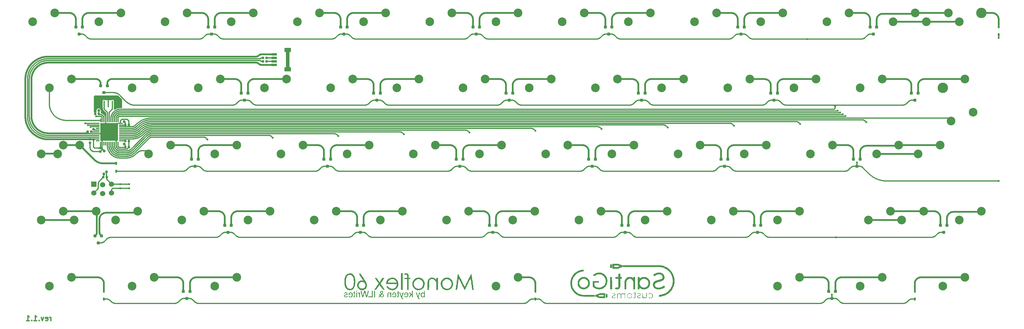
<source format=gbr>
%TF.GenerationSoftware,KiCad,Pcbnew,(5.99.0-10161-g3a96736b1f)*%
%TF.CreationDate,2021-04-25T14:13:01+03:00*%
%TF.ProjectId,Monoflex60,4d6f6e6f-666c-4657-9836-302e6b696361,rev?*%
%TF.SameCoordinates,Original*%
%TF.FileFunction,Copper,L2,Bot*%
%TF.FilePolarity,Positive*%
%FSLAX46Y46*%
G04 Gerber Fmt 4.6, Leading zero omitted, Abs format (unit mm)*
G04 Created by KiCad (PCBNEW (5.99.0-10161-g3a96736b1f)) date 2021-04-25 14:13:01*
%MOMM*%
%LPD*%
G01*
G04 APERTURE LIST*
G04 Aperture macros list*
%AMRoundRect*
0 Rectangle with rounded corners*
0 $1 Rounding radius*
0 $2 $3 $4 $5 $6 $7 $8 $9 X,Y pos of 4 corners*
0 Add a 4 corners polygon primitive as box body*
4,1,4,$2,$3,$4,$5,$6,$7,$8,$9,$2,$3,0*
0 Add four circle primitives for the rounded corners*
1,1,$1+$1,$2,$3*
1,1,$1+$1,$4,$5*
1,1,$1+$1,$6,$7*
1,1,$1+$1,$8,$9*
0 Add four rect primitives between the rounded corners*
20,1,$1+$1,$2,$3,$4,$5,0*
20,1,$1+$1,$4,$5,$6,$7,0*
20,1,$1+$1,$6,$7,$8,$9,0*
20,1,$1+$1,$8,$9,$2,$3,0*%
G04 Aperture macros list end*
%ADD10C,0.300000*%
%TA.AperFunction,NonConductor*%
%ADD11C,0.300000*%
%TD*%
%TA.AperFunction,ComponentPad*%
%ADD12C,2.500000*%
%TD*%
%TA.AperFunction,ComponentPad*%
%ADD13C,3.000000*%
%TD*%
%TA.AperFunction,SMDPad,CuDef*%
%ADD14RoundRect,0.104000X-0.296000X0.346000X-0.296000X-0.346000X0.296000X-0.346000X0.296000X0.346000X0*%
%TD*%
%TA.AperFunction,SMDPad,CuDef*%
%ADD15R,0.600000X0.850000*%
%TD*%
%TA.AperFunction,SMDPad,CuDef*%
%ADD16RoundRect,0.090000X-0.210000X-0.210000X0.210000X-0.210000X0.210000X0.210000X-0.210000X0.210000X0*%
%TD*%
%TA.AperFunction,SMDPad,CuDef*%
%ADD17RoundRect,0.091000X-0.684000X0.259000X-0.684000X-0.259000X0.684000X-0.259000X0.684000X0.259000X0*%
%TD*%
%TA.AperFunction,SMDPad,CuDef*%
%ADD18RoundRect,0.144000X-0.756000X0.456000X-0.756000X-0.456000X0.756000X-0.456000X0.756000X0.456000X0*%
%TD*%
%TA.AperFunction,SMDPad,CuDef*%
%ADD19R,1.075000X0.300000*%
%TD*%
%TA.AperFunction,SMDPad,CuDef*%
%ADD20R,0.300000X1.075000*%
%TD*%
%TA.AperFunction,SMDPad,CuDef*%
%ADD21R,5.200000X5.200000*%
%TD*%
%TA.AperFunction,SMDPad,CuDef*%
%ADD22R,0.400000X1.900000*%
%TD*%
%TA.AperFunction,SMDPad,CuDef*%
%ADD23RoundRect,0.090000X0.210000X0.210000X-0.210000X0.210000X-0.210000X-0.210000X0.210000X-0.210000X0*%
%TD*%
%TA.AperFunction,SMDPad,CuDef*%
%ADD24RoundRect,0.090000X0.210000X-0.210000X0.210000X0.210000X-0.210000X0.210000X-0.210000X-0.210000X0*%
%TD*%
%TA.AperFunction,ComponentPad*%
%ADD25R,1.500000X1.500000*%
%TD*%
%TA.AperFunction,ComponentPad*%
%ADD26C,1.500000*%
%TD*%
%TA.AperFunction,SMDPad,CuDef*%
%ADD27R,0.550000X0.570000*%
%TD*%
%TA.AperFunction,ViaPad*%
%ADD28C,0.800000*%
%TD*%
%TA.AperFunction,ViaPad*%
%ADD29C,0.600000*%
%TD*%
%TA.AperFunction,Conductor*%
%ADD30C,1.000000*%
%TD*%
%TA.AperFunction,Conductor*%
%ADD31C,0.300000*%
%TD*%
%TA.AperFunction,Conductor*%
%ADD32C,0.550000*%
%TD*%
G04 APERTURE END LIST*
D10*
D11*
X66464285Y-175678571D02*
X66464285Y-174678571D01*
X66464285Y-174964285D02*
X66392857Y-174821428D01*
X66321428Y-174750000D01*
X66178571Y-174678571D01*
X66035714Y-174678571D01*
X64964285Y-175607142D02*
X65107142Y-175678571D01*
X65392857Y-175678571D01*
X65535714Y-175607142D01*
X65607142Y-175464285D01*
X65607142Y-174892857D01*
X65535714Y-174750000D01*
X65392857Y-174678571D01*
X65107142Y-174678571D01*
X64964285Y-174750000D01*
X64892857Y-174892857D01*
X64892857Y-175035714D01*
X65607142Y-175178571D01*
X64392857Y-174678571D02*
X64035714Y-175678571D01*
X63678571Y-174678571D01*
X63107142Y-175535714D02*
X63035714Y-175607142D01*
X63107142Y-175678571D01*
X63178571Y-175607142D01*
X63107142Y-175535714D01*
X63107142Y-175678571D01*
X61607142Y-175678571D02*
X62464285Y-175678571D01*
X62035714Y-175678571D02*
X62035714Y-174178571D01*
X62178571Y-174392857D01*
X62321428Y-174535714D01*
X62464285Y-174607142D01*
X60964285Y-175535714D02*
X60892857Y-175607142D01*
X60964285Y-175678571D01*
X61035714Y-175607142D01*
X60964285Y-175535714D01*
X60964285Y-175678571D01*
X59464285Y-175678571D02*
X60321428Y-175678571D01*
X59892857Y-175678571D02*
X59892857Y-174178571D01*
X60035714Y-174392857D01*
X60178571Y-174535714D01*
X60321428Y-174607142D01*
%TO.C,G\u002A\u002A\u002A*%
G36*
X230381218Y-163062338D02*
G01*
X230539440Y-163062338D01*
X230564639Y-163062415D01*
X230624513Y-163063159D01*
X230680420Y-163064567D01*
X230727028Y-163066482D01*
X230759007Y-163068750D01*
X230820354Y-163075162D01*
X230820354Y-163591297D01*
X230394315Y-163591297D01*
X230387766Y-163742589D01*
X230386893Y-163770900D01*
X230385958Y-163819913D01*
X230385077Y-163885618D01*
X230384259Y-163966288D01*
X230383516Y-164060198D01*
X230382858Y-164165624D01*
X230382296Y-164280840D01*
X230381840Y-164404122D01*
X230381502Y-164533743D01*
X230381291Y-164667979D01*
X230381218Y-164805105D01*
X230381215Y-164854440D01*
X230381139Y-165017384D01*
X230380924Y-165162054D01*
X230380518Y-165289767D01*
X230379870Y-165401840D01*
X230378929Y-165499590D01*
X230377644Y-165584333D01*
X230375964Y-165657386D01*
X230373838Y-165720065D01*
X230371216Y-165773688D01*
X230368045Y-165819570D01*
X230364274Y-165859029D01*
X230359854Y-165893380D01*
X230354732Y-165923942D01*
X230348858Y-165952029D01*
X230342181Y-165978960D01*
X230334648Y-166006050D01*
X230327419Y-166029777D01*
X230278814Y-166149736D01*
X230213524Y-166260966D01*
X230133234Y-166362026D01*
X230039627Y-166451475D01*
X229934386Y-166527873D01*
X229819194Y-166589777D01*
X229695735Y-166635747D01*
X229565693Y-166664342D01*
X229531798Y-166668608D01*
X229401204Y-166672712D01*
X229270334Y-166658042D01*
X229142485Y-166625142D01*
X229020955Y-166574554D01*
X229011159Y-166569422D01*
X228978625Y-166550873D01*
X228939448Y-166527028D01*
X228897014Y-166500125D01*
X228854705Y-166472405D01*
X228815907Y-166446107D01*
X228784004Y-166423472D01*
X228762380Y-166406740D01*
X228754420Y-166398149D01*
X228758702Y-166392294D01*
X228775338Y-166373833D01*
X228802734Y-166344865D01*
X228838987Y-166307373D01*
X228882196Y-166263340D01*
X228930456Y-166214749D01*
X229106492Y-166038509D01*
X229237352Y-166084215D01*
X229245349Y-166087001D01*
X229300506Y-166105536D01*
X229343090Y-166117998D01*
X229378411Y-166125553D01*
X229411781Y-166129367D01*
X229448509Y-166130609D01*
X229465320Y-166130672D01*
X229503044Y-166129274D01*
X229533193Y-166124018D01*
X229564102Y-166112949D01*
X229604108Y-166094112D01*
X229621330Y-166085193D01*
X229696779Y-166033714D01*
X229757806Y-165968689D01*
X229805502Y-165889007D01*
X229837289Y-165821906D01*
X229839993Y-164706601D01*
X229842698Y-163591297D01*
X228964008Y-163591297D01*
X228964048Y-163459057D01*
X228964393Y-163410851D01*
X228965753Y-163337684D01*
X228967901Y-163263813D01*
X228970579Y-163199568D01*
X228977069Y-163072319D01*
X229842279Y-163072319D01*
X229842279Y-162184067D01*
X230381218Y-162184067D01*
X230381218Y-163062338D01*
G37*
G36*
X231798428Y-169240177D02*
G01*
X231650078Y-169240177D01*
X231646906Y-168753635D01*
X231643733Y-168267093D01*
X231616975Y-168210002D01*
X231607241Y-168190864D01*
X231559733Y-168124556D01*
X231496537Y-168068552D01*
X231419196Y-168023615D01*
X231329256Y-167990512D01*
X231228263Y-167970007D01*
X231117760Y-167962865D01*
X231091620Y-167963134D01*
X230991447Y-167971323D01*
X230905653Y-167991318D01*
X230832472Y-168023658D01*
X230770139Y-168068880D01*
X230759132Y-168078729D01*
X230744074Y-168092562D01*
X230731415Y-168106015D01*
X230720946Y-168120784D01*
X230712458Y-168138563D01*
X230705743Y-168161047D01*
X230700593Y-168189931D01*
X230696798Y-168226911D01*
X230694151Y-168273682D01*
X230692442Y-168331937D01*
X230691464Y-168403373D01*
X230691008Y-168489684D01*
X230690866Y-168592566D01*
X230690828Y-168713713D01*
X230690609Y-169240177D01*
X230481022Y-169240177D01*
X230480802Y-168713713D01*
X230480758Y-168639381D01*
X230480613Y-168534244D01*
X230480329Y-168446305D01*
X230479848Y-168373855D01*
X230479117Y-168315186D01*
X230478078Y-168268590D01*
X230476676Y-168232360D01*
X230474854Y-168204788D01*
X230472558Y-168184165D01*
X230469731Y-168168784D01*
X230466318Y-168156937D01*
X230462262Y-168146916D01*
X230458584Y-168139343D01*
X230423473Y-168091768D01*
X230372158Y-168050636D01*
X230307263Y-168016859D01*
X230231411Y-167991351D01*
X230147227Y-167975025D01*
X230057335Y-167968796D01*
X229964359Y-167973577D01*
X229884267Y-167986700D01*
X229800724Y-168011175D01*
X229731217Y-168044549D01*
X229677359Y-168086016D01*
X229640765Y-168134773D01*
X229637223Y-168141703D01*
X229631800Y-168154124D01*
X229627428Y-168168449D01*
X229623931Y-168186936D01*
X229621134Y-168211840D01*
X229618862Y-168245419D01*
X229616940Y-168289929D01*
X229615192Y-168347626D01*
X229613444Y-168420768D01*
X229611521Y-168511611D01*
X229611033Y-168535643D01*
X229609274Y-168628593D01*
X229607640Y-168724229D01*
X229606198Y-168818023D01*
X229605014Y-168905445D01*
X229604157Y-168981969D01*
X229603691Y-169043065D01*
X229602750Y-169240177D01*
X229453045Y-169240177D01*
X229453045Y-168115585D01*
X229483348Y-168054943D01*
X229496222Y-168031275D01*
X229538915Y-167974361D01*
X229594733Y-167927324D01*
X229666892Y-167887225D01*
X229712216Y-167867671D01*
X229765907Y-167848988D01*
X229821865Y-167835264D01*
X229884495Y-167825668D01*
X229958205Y-167819370D01*
X230047402Y-167815539D01*
X230050834Y-167815439D01*
X230115539Y-167813872D01*
X230165026Y-167813631D01*
X230203803Y-167815001D01*
X230236378Y-167818271D01*
X230267259Y-167823724D01*
X230300953Y-167831650D01*
X230307814Y-167833436D01*
X230354818Y-167847859D01*
X230400183Y-167864934D01*
X230434951Y-167881338D01*
X230472074Y-167906597D01*
X230516345Y-167947773D01*
X230552599Y-167993691D01*
X230575524Y-168038413D01*
X230588456Y-168076029D01*
X230604026Y-168045918D01*
X230606357Y-168041665D01*
X230632176Y-168007245D01*
X230670700Y-167968674D01*
X230717280Y-167929872D01*
X230767264Y-167894757D01*
X230816003Y-167867249D01*
X230847117Y-167853421D01*
X230933539Y-167824364D01*
X231026002Y-167804658D01*
X231119026Y-167794990D01*
X231207131Y-167796045D01*
X231284838Y-167808510D01*
X231296338Y-167811649D01*
X231384888Y-167844463D01*
X231475990Y-167892315D01*
X231564444Y-167952523D01*
X231643733Y-168013334D01*
X231646488Y-167863259D01*
X231649243Y-167713183D01*
X231798428Y-167713183D01*
X231798428Y-169240177D01*
G37*
G36*
X225368585Y-169189752D02*
G01*
X225297965Y-169189671D01*
X225136594Y-169189262D01*
X224993630Y-169188524D01*
X224867967Y-169187422D01*
X224758500Y-169185917D01*
X224664122Y-169183974D01*
X224583729Y-169181553D01*
X224516215Y-169178619D01*
X224460473Y-169175134D01*
X224415399Y-169171062D01*
X224379886Y-169166364D01*
X224352830Y-169161003D01*
X224333124Y-169154944D01*
X224332437Y-169154674D01*
X224310577Y-169145805D01*
X224273371Y-169130422D01*
X224223702Y-169109728D01*
X224164451Y-169084928D01*
X224098497Y-169057223D01*
X224028723Y-169027817D01*
X223936514Y-168989222D01*
X223820712Y-168942021D01*
X223718886Y-168902340D01*
X223628738Y-168869426D01*
X223547969Y-168842526D01*
X223474280Y-168820886D01*
X223405373Y-168803753D01*
X223338950Y-168790373D01*
X223272711Y-168779993D01*
X223185383Y-168768076D01*
X223185383Y-168480459D01*
X224037955Y-168480459D01*
X224040975Y-168483245D01*
X224058309Y-168495275D01*
X224087706Y-168514061D01*
X224125633Y-168537479D01*
X224168560Y-168563406D01*
X224212954Y-168589721D01*
X224255284Y-168614299D01*
X224292019Y-168635020D01*
X224319628Y-168649759D01*
X224347853Y-168662072D01*
X224388844Y-168677002D01*
X224431097Y-168690080D01*
X224434990Y-168691141D01*
X224452245Y-168695343D01*
X224471365Y-168698926D01*
X224494160Y-168701974D01*
X224522440Y-168704567D01*
X224558013Y-168706786D01*
X224602689Y-168708713D01*
X224658278Y-168710429D01*
X224726589Y-168712016D01*
X224809432Y-168713555D01*
X224908615Y-168715126D01*
X225025949Y-168716812D01*
X225550727Y-168724126D01*
X225550727Y-168241285D01*
X225044224Y-168244258D01*
X224537721Y-168247232D01*
X224452888Y-168275837D01*
X224439812Y-168280483D01*
X224401108Y-168295875D01*
X224354261Y-168316144D01*
X224302200Y-168339845D01*
X224247856Y-168365533D01*
X224194159Y-168391763D01*
X224144040Y-168417089D01*
X224100430Y-168440067D01*
X224066259Y-168459252D01*
X224044457Y-168473198D01*
X224037955Y-168480459D01*
X223185383Y-168480459D01*
X223185383Y-168185293D01*
X223288620Y-168178976D01*
X223312205Y-168177378D01*
X223385384Y-168170030D01*
X223455817Y-168158648D01*
X223526856Y-168142265D01*
X223601855Y-168119916D01*
X223684167Y-168090635D01*
X223777145Y-168053455D01*
X223884142Y-168007411D01*
X223949453Y-167978792D01*
X224068730Y-167927802D01*
X224172386Y-167885417D01*
X224261758Y-167851117D01*
X224338179Y-167824378D01*
X224402986Y-167804679D01*
X224497800Y-167778597D01*
X225258802Y-167775367D01*
X226019804Y-167772138D01*
X226019804Y-169190275D01*
X225368585Y-169189752D01*
G37*
G36*
X238982903Y-165023485D02*
G01*
X238954737Y-165212388D01*
X238908805Y-165394474D01*
X238845836Y-165568726D01*
X238766563Y-165734124D01*
X238671717Y-165889649D01*
X238562030Y-166034282D01*
X238438233Y-166167004D01*
X238301058Y-166286796D01*
X238151237Y-166392640D01*
X237989501Y-166483516D01*
X237816582Y-166558406D01*
X237769947Y-166574981D01*
X237628062Y-166616807D01*
X237480686Y-166648793D01*
X237337525Y-166668704D01*
X237333975Y-166669036D01*
X237201495Y-166674229D01*
X237059690Y-166667107D01*
X236914181Y-166648385D01*
X236770586Y-166618782D01*
X236634523Y-166579014D01*
X236526641Y-166537280D01*
X236398876Y-166477245D01*
X236268315Y-166405642D01*
X236139529Y-166324999D01*
X236017094Y-166237843D01*
X236004680Y-166228455D01*
X235975450Y-166206844D01*
X235954159Y-166191820D01*
X235944737Y-166186189D01*
X235943022Y-166195213D01*
X235941584Y-166220362D01*
X235940605Y-166257744D01*
X235940235Y-166303458D01*
X235939922Y-166344553D01*
X235938575Y-166413031D01*
X235936413Y-166484209D01*
X235933704Y-166547977D01*
X235927214Y-166675226D01*
X235391356Y-166675226D01*
X235391356Y-164836733D01*
X235941142Y-164836733D01*
X235941757Y-164926542D01*
X235946618Y-165011589D01*
X235955724Y-165084504D01*
X235962859Y-165121516D01*
X235998780Y-165253929D01*
X236049624Y-165385113D01*
X236112915Y-165509311D01*
X236186181Y-165620768D01*
X236212703Y-165654855D01*
X236317789Y-165769976D01*
X236435994Y-165871804D01*
X236565204Y-165959039D01*
X236703304Y-166030379D01*
X236848181Y-166084524D01*
X236997719Y-166120172D01*
X237024711Y-166124112D01*
X237086137Y-166129963D01*
X237155567Y-166133609D01*
X237226064Y-166134864D01*
X237290692Y-166133542D01*
X237342515Y-166129454D01*
X237348028Y-166128722D01*
X237423502Y-166114974D01*
X237507790Y-166093992D01*
X237593712Y-166067940D01*
X237674085Y-166038978D01*
X237741729Y-166009270D01*
X237795332Y-165980912D01*
X237926512Y-165896570D01*
X238046322Y-165797491D01*
X238153417Y-165685378D01*
X238246450Y-165561936D01*
X238324076Y-165428868D01*
X238384950Y-165287878D01*
X238427726Y-165140670D01*
X238431423Y-165123473D01*
X238438882Y-165082531D01*
X238444043Y-165040908D01*
X238447287Y-164993788D01*
X238448993Y-164936355D01*
X238449539Y-164863792D01*
X238449543Y-164840068D01*
X238449118Y-164778029D01*
X238447695Y-164729710D01*
X238444841Y-164690398D01*
X238440122Y-164655377D01*
X238433104Y-164619933D01*
X238423352Y-164579352D01*
X238394248Y-164479455D01*
X238334276Y-164329787D01*
X238257392Y-164190583D01*
X238163810Y-164062208D01*
X238053743Y-163945028D01*
X238018327Y-163912983D01*
X237900361Y-163822468D01*
X237771862Y-163745852D01*
X237635652Y-163684283D01*
X237494553Y-163638909D01*
X237351384Y-163610877D01*
X237208968Y-163601336D01*
X237099069Y-163606177D01*
X236946686Y-163628990D01*
X236800113Y-163669529D01*
X236660641Y-163726709D01*
X236529564Y-163799444D01*
X236408176Y-163886651D01*
X236297768Y-163987243D01*
X236199634Y-164100137D01*
X236115068Y-164224246D01*
X236045362Y-164358485D01*
X235991808Y-164501771D01*
X235955701Y-164653017D01*
X235952652Y-164672317D01*
X235944774Y-164749534D01*
X235941142Y-164836733D01*
X235391356Y-164836733D01*
X235391356Y-163075444D01*
X235548546Y-163068924D01*
X235557676Y-163068553D01*
X235618305Y-163066423D01*
X235681370Y-163064700D01*
X235743674Y-163063419D01*
X235802017Y-163062613D01*
X235853202Y-163062318D01*
X235894032Y-163062567D01*
X235921307Y-163063394D01*
X235931829Y-163064833D01*
X235932262Y-163070334D01*
X235933203Y-163093217D01*
X235934463Y-163131332D01*
X235935958Y-163181931D01*
X235937603Y-163242265D01*
X235939315Y-163309586D01*
X235945265Y-163551844D01*
X236040079Y-163482031D01*
X236086389Y-163448754D01*
X236244730Y-163346540D01*
X236407500Y-163258394D01*
X236572028Y-163185537D01*
X236735644Y-163129192D01*
X236895675Y-163090581D01*
X236906470Y-163088646D01*
X236991913Y-163077401D01*
X237089257Y-163070393D01*
X237192234Y-163067674D01*
X237294573Y-163069296D01*
X237390005Y-163075312D01*
X237472259Y-163085774D01*
X237502909Y-163091307D01*
X237689457Y-163136088D01*
X237867030Y-163198546D01*
X238036332Y-163279007D01*
X238198072Y-163377801D01*
X238352955Y-163495257D01*
X238411119Y-163546000D01*
X238541449Y-163677666D01*
X238655579Y-163820796D01*
X238753735Y-163975732D01*
X238836145Y-164142813D01*
X238903035Y-164322381D01*
X238935054Y-164430645D01*
X238964964Y-164558025D01*
X238983631Y-164679197D01*
X238991808Y-164799350D01*
X238991296Y-164840068D01*
X238990247Y-164923674D01*
X238982903Y-165023485D01*
G37*
G36*
X221591365Y-165101920D02*
G01*
X221582367Y-165199261D01*
X221568423Y-165288567D01*
X221549107Y-165373017D01*
X221523994Y-165455791D01*
X221492657Y-165540069D01*
X221418330Y-165699466D01*
X221326088Y-165853569D01*
X221218152Y-165999364D01*
X221096508Y-166134424D01*
X220963141Y-166256319D01*
X220820039Y-166362621D01*
X220691361Y-166440869D01*
X220551610Y-166510708D01*
X220412179Y-166565255D01*
X220275634Y-166603516D01*
X220144544Y-166624496D01*
X220125586Y-166625933D01*
X220078023Y-166628134D01*
X220017122Y-166629750D01*
X219947149Y-166630707D01*
X219872371Y-166630935D01*
X219797053Y-166630361D01*
X219752315Y-166629692D01*
X219676238Y-166628065D01*
X219614932Y-166625851D01*
X219564943Y-166622813D01*
X219522813Y-166618714D01*
X219485086Y-166613315D01*
X219448307Y-166606379D01*
X219418734Y-166599944D01*
X219247752Y-166551064D01*
X219083958Y-166484403D01*
X218928446Y-166401060D01*
X218782310Y-166302135D01*
X218646643Y-166188727D01*
X218522542Y-166061936D01*
X218411099Y-165922860D01*
X218313410Y-165772600D01*
X218230567Y-165612255D01*
X218163667Y-165442923D01*
X218113803Y-165265705D01*
X218107345Y-165234660D01*
X218101923Y-165201133D01*
X218097698Y-165163644D01*
X218094438Y-165118992D01*
X218091913Y-165063980D01*
X218089891Y-164995406D01*
X218088143Y-164910072D01*
X218087755Y-164886138D01*
X218568632Y-164886138D01*
X218578321Y-165040337D01*
X218607213Y-165189844D01*
X218655455Y-165335189D01*
X218723197Y-165476905D01*
X218810585Y-165615523D01*
X218813818Y-165620026D01*
X218851951Y-165667892D01*
X218900877Y-165722561D01*
X218956040Y-165779479D01*
X219012884Y-165834093D01*
X219066856Y-165881851D01*
X219113399Y-165918198D01*
X219217681Y-165984380D01*
X219347854Y-166049557D01*
X219482060Y-166099379D01*
X219615688Y-166131886D01*
X219660562Y-166138035D01*
X219731771Y-166143445D01*
X219811412Y-166145833D01*
X219893842Y-166145262D01*
X219973420Y-166141795D01*
X220044504Y-166135495D01*
X220101454Y-166126427D01*
X220126027Y-166120828D01*
X220273863Y-166075895D01*
X220414121Y-166014105D01*
X220545483Y-165936836D01*
X220666626Y-165845468D01*
X220776233Y-165741378D01*
X220872981Y-165625946D01*
X220955551Y-165500551D01*
X221022623Y-165366570D01*
X221072877Y-165225384D01*
X221104992Y-165078370D01*
X221119513Y-164929678D01*
X221117515Y-164772659D01*
X221097700Y-164619703D01*
X221060355Y-164472969D01*
X221005769Y-164334612D01*
X220978748Y-164280651D01*
X220897796Y-164147176D01*
X220803401Y-164025902D01*
X220697062Y-163917598D01*
X220580277Y-163823035D01*
X220454546Y-163742984D01*
X220321367Y-163678213D01*
X220182240Y-163629493D01*
X220038663Y-163597594D01*
X219892134Y-163583286D01*
X219744154Y-163587338D01*
X219596220Y-163610521D01*
X219552171Y-163621188D01*
X219401158Y-163670349D01*
X219257548Y-163736666D01*
X219123035Y-163818857D01*
X218999316Y-163915640D01*
X218888086Y-164025733D01*
X218791039Y-164147856D01*
X218709870Y-164280725D01*
X218673271Y-164355103D01*
X218635855Y-164448449D01*
X218607880Y-164544329D01*
X218587772Y-164648365D01*
X218573958Y-164766176D01*
X218568632Y-164886138D01*
X218087755Y-164886138D01*
X218087713Y-164883526D01*
X218087188Y-164769683D01*
X218089538Y-164671215D01*
X218095314Y-164584441D01*
X218105068Y-164505679D01*
X218119349Y-164431250D01*
X218138710Y-164357471D01*
X218163702Y-164280663D01*
X218194875Y-164197144D01*
X218208208Y-164164252D01*
X218279251Y-164017649D01*
X218366214Y-163876534D01*
X218467251Y-163742514D01*
X218580512Y-163617196D01*
X218704150Y-163502187D01*
X218836316Y-163399093D01*
X218975163Y-163309521D01*
X219118841Y-163235077D01*
X219265504Y-163177368D01*
X219413301Y-163138000D01*
X219429025Y-163134987D01*
X219517465Y-163122041D01*
X219618979Y-163112622D01*
X219728896Y-163106766D01*
X219842551Y-163104504D01*
X219955275Y-163105872D01*
X220062399Y-163110901D01*
X220159256Y-163119625D01*
X220241179Y-163132078D01*
X220389970Y-163169456D01*
X220551138Y-163228587D01*
X220706676Y-163305058D01*
X220854916Y-163397574D01*
X220994189Y-163504834D01*
X221122828Y-163625543D01*
X221239163Y-163758403D01*
X221341528Y-163902116D01*
X221428252Y-164055383D01*
X221433185Y-164065341D01*
X221475444Y-164154523D01*
X221509566Y-164235804D01*
X221536464Y-164313152D01*
X221557046Y-164390538D01*
X221572225Y-164471929D01*
X221582910Y-164561296D01*
X221590012Y-164662608D01*
X221594441Y-164779833D01*
X221596225Y-164870418D01*
X221596040Y-164929678D01*
X221595843Y-164993366D01*
X221591365Y-165101920D01*
G37*
G36*
X227993445Y-164871277D02*
G01*
X227995968Y-166675226D01*
X227466901Y-166675226D01*
X227471945Y-163067328D01*
X227990923Y-163067328D01*
X227993445Y-164871277D01*
G37*
G36*
X236471729Y-159711826D02*
G01*
X236759811Y-159711992D01*
X237139328Y-159712201D01*
X237499774Y-159712394D01*
X237841665Y-159712575D01*
X238165517Y-159712749D01*
X238471846Y-159712921D01*
X238761166Y-159713098D01*
X239033993Y-159713283D01*
X239290844Y-159713482D01*
X239532233Y-159713700D01*
X239758676Y-159713943D01*
X239970689Y-159714215D01*
X240168787Y-159714522D01*
X240353486Y-159714868D01*
X240525301Y-159715260D01*
X240684748Y-159715702D01*
X240832343Y-159716198D01*
X240968601Y-159716756D01*
X241094037Y-159717378D01*
X241209168Y-159718072D01*
X241314508Y-159718842D01*
X241410574Y-159719692D01*
X241497880Y-159720629D01*
X241576943Y-159721657D01*
X241648278Y-159722782D01*
X241712401Y-159724008D01*
X241769827Y-159725341D01*
X241821072Y-159726787D01*
X241866651Y-159728349D01*
X241907079Y-159730034D01*
X241942874Y-159731846D01*
X241974549Y-159733791D01*
X242002621Y-159735874D01*
X242027605Y-159738099D01*
X242050016Y-159740473D01*
X242070371Y-159743000D01*
X242089185Y-159745686D01*
X242106973Y-159748535D01*
X242124251Y-159751552D01*
X242141535Y-159754744D01*
X242159340Y-159758115D01*
X242178181Y-159761670D01*
X242198575Y-159765415D01*
X242221036Y-159769354D01*
X242258651Y-159775927D01*
X242552679Y-159838231D01*
X242840139Y-159918551D01*
X243120158Y-160016417D01*
X243391863Y-160131360D01*
X243654381Y-160262913D01*
X243906839Y-160410606D01*
X244148364Y-160573969D01*
X244378082Y-160752535D01*
X244595121Y-160945835D01*
X244798607Y-161153399D01*
X244863523Y-161225689D01*
X245059020Y-161462152D01*
X245236540Y-161707118D01*
X245396005Y-161960431D01*
X245537334Y-162221936D01*
X245660448Y-162491479D01*
X245765269Y-162768903D01*
X245851717Y-163054055D01*
X245919712Y-163346778D01*
X245926199Y-163380363D01*
X245962586Y-163611851D01*
X245987153Y-163854337D01*
X245999764Y-164103298D01*
X246000284Y-164354215D01*
X245988577Y-164602566D01*
X245964509Y-164843831D01*
X245926212Y-165086250D01*
X245863154Y-165369342D01*
X245781181Y-165648704D01*
X245680828Y-165923139D01*
X245562628Y-166191450D01*
X245427116Y-166452439D01*
X245274827Y-166704909D01*
X245106294Y-166947664D01*
X244922052Y-167179505D01*
X244864230Y-167245695D01*
X244744023Y-167373856D01*
X244612109Y-167503866D01*
X244472779Y-167631711D01*
X244330325Y-167753380D01*
X244189037Y-167864860D01*
X244158409Y-167887740D01*
X243921609Y-168050646D01*
X243673031Y-168197964D01*
X243413746Y-168329309D01*
X243144828Y-168444296D01*
X242867348Y-168542541D01*
X242582379Y-168623658D01*
X242290994Y-168687263D01*
X241994264Y-168732971D01*
X241693263Y-168760397D01*
X241689930Y-168760597D01*
X241638194Y-168763659D01*
X241591218Y-168766376D01*
X241554058Y-168768459D01*
X241531768Y-168769618D01*
X241499332Y-168771101D01*
X241499332Y-168232161D01*
X241591650Y-168231866D01*
X241629422Y-168231167D01*
X241718001Y-168226377D01*
X241818798Y-168217544D01*
X241927038Y-168205240D01*
X242037946Y-168190037D01*
X242146748Y-168172505D01*
X242248669Y-168153218D01*
X242376299Y-168124884D01*
X242650943Y-168049777D01*
X242917535Y-167957273D01*
X243175260Y-167847841D01*
X243423304Y-167721950D01*
X243660850Y-167580071D01*
X243887084Y-167422673D01*
X244101191Y-167250226D01*
X244302356Y-167063198D01*
X244489762Y-166862061D01*
X244634647Y-166685277D01*
X244800090Y-166455536D01*
X244948054Y-166216260D01*
X245078434Y-165967700D01*
X245191123Y-165710102D01*
X245286013Y-165443717D01*
X245362999Y-165168793D01*
X245421974Y-164885578D01*
X245462830Y-164594323D01*
X245467007Y-164544744D01*
X245470813Y-164471198D01*
X245473370Y-164385901D01*
X245474679Y-164293289D01*
X245474742Y-164197798D01*
X245473560Y-164103862D01*
X245471136Y-164015916D01*
X245467470Y-163938396D01*
X245462565Y-163875737D01*
X245433159Y-163648839D01*
X245379605Y-163368979D01*
X245308008Y-163096245D01*
X245218779Y-162831323D01*
X245112328Y-162574902D01*
X244989066Y-162327666D01*
X244849404Y-162090303D01*
X244693752Y-161863499D01*
X244522521Y-161647942D01*
X244336121Y-161444317D01*
X244134964Y-161253312D01*
X243919460Y-161075613D01*
X243690020Y-160911907D01*
X243648111Y-160884500D01*
X243406314Y-160739676D01*
X243158435Y-160613623D01*
X242903929Y-160506150D01*
X242642249Y-160417068D01*
X242372852Y-160346188D01*
X242095191Y-160293321D01*
X241808723Y-160258277D01*
X241804943Y-160258012D01*
X241780099Y-160257147D01*
X241736531Y-160256322D01*
X241674183Y-160255536D01*
X241593000Y-160254789D01*
X241492924Y-160254081D01*
X241373899Y-160253412D01*
X241235870Y-160252782D01*
X241078780Y-160252191D01*
X240902573Y-160251639D01*
X240707192Y-160251126D01*
X240492582Y-160250650D01*
X240258686Y-160250214D01*
X240005447Y-160249815D01*
X239732811Y-160249455D01*
X239440719Y-160249133D01*
X239129117Y-160248848D01*
X238797948Y-160248602D01*
X238447156Y-160248393D01*
X238076684Y-160248222D01*
X237686476Y-160248089D01*
X237276476Y-160247993D01*
X236846629Y-160247934D01*
X236396876Y-160247913D01*
X231099804Y-160247879D01*
X231099804Y-159708669D01*
X236471729Y-159711826D01*
G37*
G36*
X226314336Y-167968557D02*
G01*
X226374561Y-167969282D01*
X226441473Y-167970448D01*
X226678507Y-167975185D01*
X226678507Y-168496234D01*
X226678488Y-168535220D01*
X226678273Y-168633257D01*
X226677834Y-168724499D01*
X226677197Y-168807065D01*
X226676384Y-168879075D01*
X226675420Y-168938649D01*
X226674327Y-168983904D01*
X226673130Y-169012960D01*
X226671853Y-169023936D01*
X226666437Y-169025177D01*
X226643459Y-169026919D01*
X226605220Y-169028409D01*
X226554560Y-169029569D01*
X226494318Y-169030322D01*
X226427335Y-169030590D01*
X226189470Y-169030590D01*
X226189470Y-168502220D01*
X226189497Y-168456561D01*
X226189753Y-168358319D01*
X226190254Y-168267051D01*
X226190974Y-168184611D01*
X226191888Y-168112856D01*
X226192969Y-168053639D01*
X226194191Y-168008818D01*
X226195528Y-167980247D01*
X226196955Y-167969781D01*
X226202365Y-167969114D01*
X226225381Y-167968466D01*
X226263657Y-167968283D01*
X226314336Y-167968557D01*
G37*
G36*
X236881109Y-168129863D02*
G01*
X236881311Y-168149037D01*
X236882474Y-168255476D01*
X236883733Y-168344573D01*
X236885393Y-168418582D01*
X236887756Y-168479752D01*
X236891126Y-168530336D01*
X236895807Y-168572585D01*
X236902104Y-168608749D01*
X236910319Y-168641080D01*
X236920757Y-168671829D01*
X236933721Y-168703248D01*
X236949515Y-168737587D01*
X236968442Y-168777098D01*
X236988469Y-168817113D01*
X237013746Y-168860775D01*
X237038830Y-168894391D01*
X237067246Y-168923174D01*
X237088114Y-168940447D01*
X237159157Y-168983470D01*
X237241502Y-169014368D01*
X237331520Y-169032836D01*
X237425581Y-169038566D01*
X237520053Y-169031253D01*
X237611307Y-169010589D01*
X237695714Y-168976268D01*
X237740879Y-168945959D01*
X237784086Y-168898254D01*
X237818799Y-168835645D01*
X237845422Y-168757175D01*
X237864361Y-168661883D01*
X237876019Y-168548811D01*
X237877446Y-168524830D01*
X237880060Y-168469918D01*
X237882777Y-168400801D01*
X237885477Y-168321116D01*
X237888041Y-168234498D01*
X237890349Y-168144584D01*
X237892280Y-168055010D01*
X237899074Y-167703203D01*
X237993984Y-167703203D01*
X238001691Y-167950216D01*
X238002379Y-167974099D01*
X238004204Y-168079456D01*
X238004323Y-168188512D01*
X238002857Y-168298313D01*
X237999923Y-168405901D01*
X237995640Y-168508322D01*
X237990125Y-168602619D01*
X237983498Y-168685837D01*
X237975876Y-168755021D01*
X237967378Y-168807213D01*
X237964037Y-168822917D01*
X237948095Y-168886714D01*
X237929661Y-168937562D01*
X237905704Y-168981220D01*
X237873195Y-169023448D01*
X237829104Y-169070004D01*
X237819676Y-169079275D01*
X237761412Y-169130480D01*
X237704764Y-169167662D01*
X237643597Y-169194248D01*
X237571773Y-169213662D01*
X237550868Y-169217864D01*
X237454570Y-169229173D01*
X237362913Y-169225371D01*
X237273513Y-169205762D01*
X237183990Y-169169649D01*
X237091963Y-169116338D01*
X236995049Y-169045132D01*
X236903379Y-168971554D01*
X236900591Y-169101325D01*
X236897803Y-169231095D01*
X236830729Y-169228151D01*
X236829822Y-169228111D01*
X236796808Y-169225588D01*
X236773950Y-169221862D01*
X236766149Y-169217721D01*
X236766184Y-169217546D01*
X236766582Y-169204983D01*
X236766961Y-169174149D01*
X236767314Y-169126603D01*
X236767636Y-169063902D01*
X236767923Y-168987605D01*
X236768169Y-168899271D01*
X236768369Y-168800457D01*
X236768519Y-168692722D01*
X236768612Y-168577623D01*
X236768644Y-168456719D01*
X236768644Y-167703203D01*
X236876616Y-167703203D01*
X236881109Y-168129863D01*
G37*
G36*
X224422148Y-161831153D02*
G01*
X224530984Y-161837083D01*
X224632574Y-161845741D01*
X224722717Y-161856917D01*
X224797210Y-161870403D01*
X224956143Y-161911974D01*
X225157071Y-161982257D01*
X225351919Y-162070443D01*
X225538298Y-162175425D01*
X225713820Y-162296091D01*
X225762560Y-162334104D01*
X225913595Y-162466530D01*
X226056463Y-162613968D01*
X226188278Y-162773021D01*
X226306155Y-162940292D01*
X226407211Y-163112387D01*
X226476791Y-163256338D01*
X226552417Y-163451950D01*
X226610654Y-163654443D01*
X226651395Y-163861982D01*
X226674534Y-164072730D01*
X226679966Y-164284851D01*
X226667585Y-164496507D01*
X226637284Y-164705863D01*
X226588958Y-164911082D01*
X226522501Y-165110327D01*
X226443914Y-165288474D01*
X226346662Y-165465054D01*
X226233192Y-165636184D01*
X226105377Y-165799475D01*
X225965092Y-165952533D01*
X225814209Y-166092966D01*
X225654602Y-166218384D01*
X225584177Y-166266915D01*
X225404864Y-166373911D01*
X225216513Y-166463461D01*
X225018663Y-166535744D01*
X224810850Y-166590939D01*
X224592613Y-166629224D01*
X224564078Y-166632563D01*
X224489272Y-166638410D01*
X224402157Y-166642194D01*
X224307923Y-166643909D01*
X224211757Y-166643550D01*
X224118848Y-166641109D01*
X224034384Y-166636581D01*
X223963553Y-166629960D01*
X223797119Y-166603439D01*
X223604346Y-166557626D01*
X223416536Y-166496933D01*
X223235592Y-166422341D01*
X223063418Y-166334833D01*
X222901916Y-166235389D01*
X222752989Y-166124991D01*
X222618539Y-166004621D01*
X222500471Y-165875260D01*
X222441854Y-165803613D01*
X222439313Y-165293781D01*
X222438854Y-165204988D01*
X222438228Y-165091396D01*
X222437557Y-164977187D01*
X222436865Y-164865790D01*
X222436173Y-164760636D01*
X222435503Y-164665154D01*
X222434878Y-164582773D01*
X222434319Y-164516922D01*
X222431866Y-164249895D01*
X223345069Y-164252443D01*
X224258271Y-164254990D01*
X224260943Y-164496944D01*
X224263616Y-164738897D01*
X223592260Y-164741462D01*
X222920904Y-164744028D01*
X222918302Y-165169608D01*
X222915701Y-165595189D01*
X222973194Y-165644300D01*
X223001130Y-165667777D01*
X223140454Y-165774512D01*
X223286625Y-165870579D01*
X223436139Y-165953988D01*
X223585493Y-166022750D01*
X223731183Y-166074873D01*
X223767887Y-166085485D01*
X223937187Y-166123122D01*
X224113837Y-166145235D01*
X224293349Y-166151620D01*
X224471235Y-166142071D01*
X224643005Y-166116385D01*
X224695106Y-166104900D01*
X224856274Y-166058114D01*
X225017824Y-165995161D01*
X225175323Y-165918135D01*
X225324337Y-165829131D01*
X225460431Y-165730243D01*
X225490458Y-165705454D01*
X225603776Y-165600804D01*
X225712398Y-165483541D01*
X225812684Y-165358131D01*
X225900993Y-165229038D01*
X225973685Y-165100728D01*
X225991651Y-165063469D01*
X226034116Y-164963419D01*
X226074716Y-164851946D01*
X226111504Y-164735042D01*
X226142536Y-164618702D01*
X226165864Y-164508918D01*
X226167088Y-164501912D01*
X226177179Y-164420527D01*
X226182748Y-164326443D01*
X226183850Y-164225794D01*
X226180539Y-164124712D01*
X226172869Y-164029332D01*
X226160894Y-163945785D01*
X226153519Y-163908047D01*
X226105821Y-163717368D01*
X226042584Y-163534563D01*
X225964646Y-163361147D01*
X225872846Y-163198637D01*
X225768023Y-163048550D01*
X225651014Y-162912400D01*
X225522658Y-162791706D01*
X225410553Y-162703401D01*
X225245624Y-162593329D01*
X225074926Y-162501406D01*
X224899462Y-162427767D01*
X224720237Y-162372547D01*
X224538257Y-162335881D01*
X224354526Y-162317903D01*
X224170049Y-162318749D01*
X223985830Y-162338552D01*
X223802874Y-162377448D01*
X223622187Y-162435572D01*
X223444773Y-162513058D01*
X223424548Y-162523180D01*
X223352975Y-162560417D01*
X223287137Y-162597452D01*
X223222862Y-162636929D01*
X223155977Y-162681494D01*
X223082309Y-162733791D01*
X222997686Y-162796466D01*
X222904802Y-162866257D01*
X222871940Y-162832058D01*
X222860752Y-162820384D01*
X222820472Y-162777948D01*
X222777289Y-162731932D01*
X222733274Y-162684602D01*
X222690501Y-162638221D01*
X222651043Y-162595054D01*
X222616972Y-162557366D01*
X222590361Y-162527421D01*
X222573284Y-162507484D01*
X222567813Y-162499819D01*
X222568161Y-162499550D01*
X222578853Y-162491100D01*
X222601672Y-162472995D01*
X222633544Y-162447675D01*
X222671395Y-162417582D01*
X222724651Y-162375567D01*
X222834982Y-162291216D01*
X222935301Y-162218853D01*
X223028266Y-162156833D01*
X223116534Y-162103512D01*
X223202762Y-162057245D01*
X223289608Y-162016389D01*
X223379729Y-161979299D01*
X223489802Y-161939114D01*
X223597402Y-161905509D01*
X223702743Y-161879353D01*
X223811331Y-161859469D01*
X223928675Y-161844680D01*
X224060283Y-161833807D01*
X224094173Y-161831813D01*
X224199542Y-161828310D01*
X224310267Y-161828159D01*
X224422148Y-161831153D01*
G37*
G36*
X241517475Y-161796857D02*
G01*
X241604696Y-161799281D01*
X241688456Y-161803865D01*
X241763281Y-161810459D01*
X241823694Y-161818913D01*
X241886359Y-161831130D01*
X242067371Y-161876887D01*
X242233614Y-161935624D01*
X242385568Y-162007557D01*
X242523713Y-162092905D01*
X242648527Y-162191884D01*
X242652502Y-162195452D01*
X242771797Y-162314105D01*
X242872031Y-162438349D01*
X242953452Y-162568719D01*
X243016306Y-162705748D01*
X243060840Y-162849972D01*
X243087300Y-163001925D01*
X243095932Y-163162142D01*
X243095580Y-163194662D01*
X243086504Y-163327538D01*
X243064341Y-163450196D01*
X243027986Y-163567460D01*
X242976334Y-163684153D01*
X242967507Y-163701295D01*
X242900721Y-163812636D01*
X242823835Y-163909553D01*
X242733687Y-163995579D01*
X242627112Y-164074251D01*
X242572878Y-164109212D01*
X242508430Y-164148490D01*
X242444823Y-164184211D01*
X242380020Y-164217145D01*
X242311986Y-164248065D01*
X242238683Y-164277740D01*
X242158075Y-164306942D01*
X242068126Y-164336441D01*
X241966799Y-164367009D01*
X241852058Y-164399416D01*
X241721865Y-164434434D01*
X241574185Y-164472833D01*
X241531691Y-164483780D01*
X241403081Y-164517447D01*
X241291144Y-164547745D01*
X241193715Y-164575371D01*
X241108624Y-164601020D01*
X241033704Y-164625390D01*
X240966787Y-164649177D01*
X240905707Y-164673078D01*
X240848294Y-164697788D01*
X240792382Y-164724004D01*
X240706735Y-164767543D01*
X240613456Y-164821237D01*
X240536459Y-164874609D01*
X240473885Y-164929594D01*
X240423872Y-164988129D01*
X240384560Y-165052147D01*
X240354089Y-165123586D01*
X240330597Y-165204379D01*
X240316499Y-165289663D01*
X240314511Y-165400228D01*
X240329084Y-165511900D01*
X240359571Y-165620211D01*
X240405326Y-165720695D01*
X240454841Y-165794190D01*
X240524848Y-165871026D01*
X240608711Y-165942511D01*
X240703260Y-166006264D01*
X240805327Y-166059906D01*
X240911741Y-166101055D01*
X240935849Y-166108600D01*
X240994492Y-166125681D01*
X241047985Y-166138679D01*
X241100509Y-166148125D01*
X241156247Y-166154548D01*
X241219380Y-166158480D01*
X241294090Y-166160449D01*
X241384558Y-166160986D01*
X241393116Y-166160980D01*
X241501369Y-166159728D01*
X241594667Y-166155951D01*
X241677582Y-166149171D01*
X241754687Y-166138911D01*
X241830555Y-166124690D01*
X241909756Y-166106032D01*
X242027585Y-166070892D01*
X242154507Y-166021596D01*
X242283887Y-165959337D01*
X242417230Y-165883250D01*
X242556043Y-165792473D01*
X242701831Y-165686141D01*
X242856102Y-165563391D01*
X242873649Y-165549367D01*
X242902932Y-165528211D01*
X242924684Y-165515463D01*
X242935157Y-165513489D01*
X242947938Y-165528609D01*
X242980581Y-165568079D01*
X243017922Y-165614127D01*
X243058045Y-165664297D01*
X243099034Y-165716133D01*
X243138975Y-165767178D01*
X243175949Y-165814978D01*
X243208043Y-165857076D01*
X243233338Y-165891016D01*
X243249921Y-165914342D01*
X243255874Y-165924599D01*
X243255839Y-165925084D01*
X243247221Y-165938294D01*
X243225085Y-165961246D01*
X243191811Y-165991954D01*
X243149779Y-166028437D01*
X243101371Y-166068711D01*
X243048968Y-166110792D01*
X242994949Y-166152699D01*
X242941697Y-166192446D01*
X242891591Y-166228052D01*
X242825426Y-166271683D01*
X242664961Y-166364167D01*
X242492075Y-166447388D01*
X242311143Y-166519692D01*
X242126538Y-166579423D01*
X241942636Y-166624928D01*
X241763811Y-166654552D01*
X241747589Y-166656520D01*
X241704246Y-166661840D01*
X241667534Y-166666431D01*
X241644047Y-166669471D01*
X241637282Y-166670024D01*
X241610254Y-166670863D01*
X241568177Y-166671309D01*
X241514342Y-166671353D01*
X241452039Y-166670984D01*
X241384558Y-166670195D01*
X241360340Y-166669813D01*
X241274686Y-166667779D01*
X241204186Y-166664744D01*
X241145001Y-166660446D01*
X241093293Y-166654623D01*
X241045226Y-166647013D01*
X240946499Y-166627405D01*
X240770968Y-166583002D01*
X240608855Y-166529038D01*
X240461427Y-166466020D01*
X240329951Y-166394454D01*
X240215693Y-166314848D01*
X240129392Y-166237607D01*
X240037616Y-166134086D01*
X239955365Y-166017474D01*
X239884927Y-165891063D01*
X239828592Y-165758144D01*
X239805412Y-165686305D01*
X239772896Y-165542870D01*
X239755779Y-165394364D01*
X239754223Y-165245024D01*
X239768388Y-165099088D01*
X239798433Y-164960793D01*
X239841202Y-164837732D01*
X239900971Y-164716525D01*
X239976155Y-164604691D01*
X240067538Y-164501351D01*
X240175900Y-164405626D01*
X240302027Y-164316640D01*
X240446700Y-164233513D01*
X240455642Y-164228869D01*
X240518514Y-164197607D01*
X240583275Y-164168059D01*
X240651884Y-164139574D01*
X240726302Y-164111501D01*
X240808488Y-164083189D01*
X240900401Y-164053986D01*
X241004001Y-164023242D01*
X241121247Y-163990305D01*
X241254100Y-163954524D01*
X241404519Y-163915249D01*
X241551366Y-163876272D01*
X241703902Y-163832768D01*
X241838978Y-163790406D01*
X241957867Y-163748577D01*
X242061841Y-163706676D01*
X242152171Y-163664096D01*
X242230131Y-163620231D01*
X242296992Y-163574474D01*
X242354026Y-163526218D01*
X242402506Y-163474856D01*
X242443704Y-163419784D01*
X242489243Y-163340421D01*
X242526296Y-163242402D01*
X242543606Y-163141985D01*
X242541186Y-163038959D01*
X242519046Y-162933111D01*
X242477200Y-162824228D01*
X242418315Y-162720842D01*
X242341955Y-162624581D01*
X242250631Y-162538241D01*
X242146153Y-162463122D01*
X242030334Y-162400524D01*
X241904984Y-162351748D01*
X241771915Y-162318093D01*
X241754946Y-162315075D01*
X241716760Y-162309788D01*
X241675258Y-162306457D01*
X241626291Y-162304912D01*
X241565706Y-162304984D01*
X241489352Y-162306501D01*
X241448590Y-162307610D01*
X241386766Y-162309829D01*
X241337828Y-162312727D01*
X241297197Y-162316818D01*
X241260295Y-162322620D01*
X241222543Y-162330647D01*
X241179362Y-162341415D01*
X241007209Y-162395675D01*
X240833440Y-162469434D01*
X240659393Y-162562102D01*
X240485957Y-162673206D01*
X240314022Y-162802271D01*
X240297449Y-162815603D01*
X240259277Y-162845979D01*
X240227961Y-162870435D01*
X240206376Y-162886742D01*
X240197395Y-162892672D01*
X240196568Y-162892255D01*
X240190617Y-162886181D01*
X240178655Y-162872004D01*
X240159808Y-162848616D01*
X240133208Y-162814907D01*
X240097981Y-162769768D01*
X240053256Y-162712090D01*
X239998163Y-162640764D01*
X239931829Y-162554681D01*
X239867544Y-162471188D01*
X239912456Y-162431650D01*
X240078548Y-162295949D01*
X240264794Y-162166972D01*
X240457611Y-162056623D01*
X240656703Y-161965036D01*
X240861778Y-161892344D01*
X241072539Y-161838682D01*
X241288694Y-161804185D01*
X241289805Y-161804060D01*
X241354554Y-161799096D01*
X241432269Y-161796745D01*
X241517475Y-161796857D01*
G37*
G36*
X239181198Y-167786452D02*
G01*
X239243834Y-167793050D01*
X239299271Y-167805368D01*
X239352202Y-167824257D01*
X239407317Y-167850562D01*
X239432315Y-167864735D01*
X239505146Y-167917432D01*
X239573976Y-167983037D01*
X239633853Y-168056427D01*
X239679827Y-168132482D01*
X239706843Y-168190024D01*
X239728256Y-168244729D01*
X239742822Y-168297232D01*
X239751710Y-168353044D01*
X239756090Y-168417677D01*
X239757133Y-168496641D01*
X239757076Y-168513801D01*
X239756522Y-168568515D01*
X239754914Y-168609701D01*
X239751567Y-168642459D01*
X239745792Y-168671889D01*
X239736905Y-168703089D01*
X239724218Y-168741159D01*
X239715940Y-168764313D01*
X239665542Y-168874791D01*
X239602395Y-168969948D01*
X239526573Y-169049715D01*
X239438152Y-169114025D01*
X239337207Y-169162809D01*
X239223811Y-169195999D01*
X239223099Y-169196149D01*
X239163686Y-169203863D01*
X239091982Y-169205825D01*
X239014626Y-169202331D01*
X238938256Y-169193678D01*
X238869509Y-169180162D01*
X238831992Y-169168591D01*
X238782089Y-169149801D01*
X238726636Y-169126503D01*
X238670507Y-169100925D01*
X238618579Y-169075294D01*
X238575728Y-169051836D01*
X238546829Y-169032780D01*
X238543627Y-169030228D01*
X238532440Y-169019689D01*
X238528477Y-169008090D01*
X238531196Y-168989396D01*
X238540052Y-168957576D01*
X238548102Y-168932339D01*
X238557168Y-168909618D01*
X238563321Y-168900871D01*
X238563415Y-168900874D01*
X238575115Y-168905908D01*
X238598674Y-168918675D01*
X238629098Y-168936473D01*
X238646990Y-168947154D01*
X238745334Y-169001289D01*
X238834528Y-169041542D01*
X238917829Y-169069025D01*
X238998494Y-169084846D01*
X239079780Y-169090116D01*
X239148018Y-169085969D01*
X239240453Y-169065580D01*
X239325703Y-169029489D01*
X239401226Y-168979154D01*
X239464481Y-168916033D01*
X239512928Y-168841585D01*
X239536661Y-168789979D01*
X239556075Y-168733279D01*
X239568573Y-168673275D01*
X239575249Y-168604526D01*
X239577195Y-168521592D01*
X239576926Y-168492971D01*
X239571142Y-168396196D01*
X239556838Y-168310445D01*
X239532715Y-168229637D01*
X239497478Y-168147689D01*
X239476335Y-168107870D01*
X239423445Y-168032999D01*
X239360045Y-167974130D01*
X239284061Y-167929556D01*
X239193418Y-167897573D01*
X239114511Y-167884746D01*
X239022020Y-167885781D01*
X238924472Y-167901221D01*
X238825426Y-167930246D01*
X238728438Y-167972036D01*
X238637065Y-168025772D01*
X238584267Y-168061685D01*
X238575340Y-168038205D01*
X238567348Y-168012303D01*
X238560198Y-167981223D01*
X238558120Y-167967733D01*
X238559472Y-167954169D01*
X238568434Y-167941997D01*
X238588189Y-167927356D01*
X238621924Y-167906385D01*
X238657641Y-167885082D01*
X238719799Y-167851192D01*
X238776412Y-167826155D01*
X238832567Y-167808536D01*
X238893351Y-167796900D01*
X238963852Y-167789811D01*
X239049155Y-167785833D01*
X239106671Y-167784728D01*
X239181198Y-167786452D01*
G37*
G36*
X234632849Y-166675226D02*
G01*
X234104469Y-166675226D01*
X234101529Y-165559922D01*
X234098589Y-164444617D01*
X234075559Y-164359784D01*
X234065814Y-164328153D01*
X234046587Y-164275217D01*
X234023355Y-164218265D01*
X233999204Y-164165167D01*
X233981886Y-164131027D01*
X233907425Y-164010723D01*
X233819119Y-163904710D01*
X233717335Y-163813285D01*
X233602442Y-163736744D01*
X233474806Y-163675383D01*
X233334795Y-163629498D01*
X233308362Y-163623055D01*
X233267775Y-163615437D01*
X233224276Y-163610633D01*
X233172193Y-163608095D01*
X233105855Y-163607271D01*
X233076815Y-163607346D01*
X233008067Y-163609285D01*
X232950361Y-163614611D01*
X232897226Y-163624401D01*
X232842192Y-163639731D01*
X232778786Y-163661678D01*
X232721435Y-163684882D01*
X232600568Y-163748932D01*
X232489815Y-163828943D01*
X232390818Y-163923232D01*
X232305217Y-164030118D01*
X232234651Y-164147919D01*
X232180761Y-164274951D01*
X232176096Y-164288432D01*
X232167923Y-164311849D01*
X232160653Y-164333277D01*
X232154229Y-164353936D01*
X232148597Y-164375045D01*
X232143698Y-164397823D01*
X232139477Y-164423491D01*
X232135878Y-164453267D01*
X232132843Y-164488371D01*
X232130317Y-164530022D01*
X232128243Y-164579440D01*
X232126564Y-164637844D01*
X232125224Y-164706453D01*
X232124167Y-164786486D01*
X232123337Y-164879164D01*
X232122676Y-164985705D01*
X232122128Y-165107329D01*
X232121638Y-165245255D01*
X232121148Y-165400703D01*
X232120602Y-165574892D01*
X232117056Y-166675226D01*
X231591085Y-166675226D01*
X231583623Y-166428212D01*
X231583104Y-166408336D01*
X231582103Y-166351273D01*
X231581291Y-166277221D01*
X231580669Y-166188220D01*
X231580241Y-166086309D01*
X231580011Y-165973525D01*
X231579981Y-165851909D01*
X231580154Y-165723500D01*
X231580534Y-165590335D01*
X231581124Y-165454455D01*
X231581926Y-165317898D01*
X231581962Y-165312462D01*
X231583053Y-165156723D01*
X231584129Y-165019588D01*
X231585219Y-164899739D01*
X231586353Y-164795862D01*
X231587562Y-164706641D01*
X231588873Y-164630762D01*
X231590318Y-164566909D01*
X231591926Y-164513768D01*
X231593726Y-164470021D01*
X231595748Y-164434356D01*
X231598021Y-164405455D01*
X231600576Y-164382005D01*
X231603442Y-164362689D01*
X231627053Y-164250273D01*
X231677918Y-164085490D01*
X231746137Y-163927844D01*
X231830610Y-163778811D01*
X231930238Y-163639865D01*
X232043924Y-163512483D01*
X232170569Y-163398141D01*
X232309073Y-163298313D01*
X232458338Y-163214476D01*
X232547765Y-163174969D01*
X232681816Y-163128837D01*
X232821226Y-163094597D01*
X232961444Y-163073096D01*
X233097918Y-163065179D01*
X233226097Y-163071693D01*
X233326778Y-163086159D01*
X233507298Y-163126893D01*
X233683023Y-163185477D01*
X233851068Y-163260877D01*
X234008548Y-163352058D01*
X234027463Y-163364096D01*
X234058975Y-163382612D01*
X234082001Y-163394087D01*
X234092543Y-163396411D01*
X234093930Y-163391674D01*
X234096326Y-163369848D01*
X234098617Y-163333715D01*
X234100598Y-163286822D01*
X234102061Y-163232715D01*
X234105222Y-163075349D01*
X234240869Y-163068844D01*
X234293592Y-163066670D01*
X234367195Y-163064428D01*
X234440896Y-163062902D01*
X234504682Y-163062338D01*
X234632849Y-163062338D01*
X234632849Y-166675226D01*
G37*
G36*
X230947603Y-160301823D02*
G01*
X230936472Y-160303409D01*
X230904246Y-160307621D01*
X230861809Y-160312887D01*
X230815363Y-160318428D01*
X230809494Y-160319118D01*
X230714876Y-160331990D01*
X230629040Y-160347673D01*
X230547719Y-160367491D01*
X230466644Y-160392764D01*
X230381550Y-160424815D01*
X230288167Y-160464966D01*
X230182228Y-160514539D01*
X230175097Y-160517971D01*
X230093738Y-160556775D01*
X230026747Y-160587851D01*
X229970982Y-160612489D01*
X229923302Y-160631976D01*
X229880568Y-160647601D01*
X229839636Y-160660652D01*
X229797367Y-160672419D01*
X229707544Y-160696013D01*
X228904126Y-160696489D01*
X228100707Y-160696965D01*
X228099216Y-159984977D01*
X228098740Y-159757826D01*
X228614318Y-159757826D01*
X228617002Y-159985387D01*
X228619686Y-160212947D01*
X228978978Y-160214287D01*
X229062428Y-160214408D01*
X229189715Y-160213600D01*
X229300629Y-160211334D01*
X229397410Y-160207400D01*
X229482297Y-160201592D01*
X229557527Y-160193699D01*
X229625340Y-160183512D01*
X229687976Y-160170824D01*
X229747672Y-160155425D01*
X229806669Y-160137107D01*
X229842926Y-160124141D01*
X229900351Y-160100969D01*
X229958521Y-160074918D01*
X230012530Y-160048326D01*
X230057470Y-160023531D01*
X230088434Y-160002870D01*
X230114310Y-159982237D01*
X229930888Y-159890409D01*
X229925512Y-159887723D01*
X229865717Y-159858543D01*
X229808152Y-159831611D01*
X229756693Y-159808658D01*
X229715212Y-159791418D01*
X229687583Y-159781622D01*
X229680403Y-159779708D01*
X229663379Y-159776098D01*
X229642470Y-159773051D01*
X229615890Y-159770503D01*
X229581854Y-159768390D01*
X229538574Y-159766647D01*
X229484265Y-159765211D01*
X229417141Y-159764017D01*
X229335414Y-159763001D01*
X229237299Y-159762098D01*
X229121010Y-159761245D01*
X228614318Y-159757826D01*
X228098740Y-159757826D01*
X228097724Y-159272989D01*
X228418587Y-159266423D01*
X228494790Y-159264964D01*
X228657107Y-159262512D01*
X228816601Y-159260960D01*
X228970826Y-159260303D01*
X229117336Y-159260530D01*
X229253686Y-159261636D01*
X229377431Y-159263611D01*
X229486123Y-159266449D01*
X229577319Y-159270140D01*
X229628757Y-159272720D01*
X229678121Y-159275542D01*
X229720062Y-159278992D01*
X229757443Y-159283873D01*
X229793129Y-159290986D01*
X229829983Y-159301133D01*
X229870871Y-159315116D01*
X229918656Y-159333737D01*
X229976202Y-159357798D01*
X230046374Y-159388100D01*
X230132036Y-159425447D01*
X230213872Y-159461010D01*
X230290098Y-159493752D01*
X230353451Y-159520346D01*
X230406745Y-159541857D01*
X230452791Y-159559347D01*
X230494402Y-159573883D01*
X230534390Y-159586527D01*
X230575567Y-159598345D01*
X230620747Y-159610400D01*
X230680036Y-159624441D01*
X230765638Y-159638667D01*
X230857780Y-159646188D01*
X230980039Y-159652091D01*
X230980039Y-160296876D01*
X230947603Y-160301823D01*
G37*
G36*
X219841965Y-161502268D02*
G01*
X219678706Y-161508707D01*
X219492053Y-161520989D01*
X219264712Y-161550524D01*
X219043680Y-161596410D01*
X218826095Y-161659383D01*
X218609096Y-161740176D01*
X218389823Y-161839523D01*
X218356762Y-161856006D01*
X218129951Y-161981602D01*
X217914112Y-162123374D01*
X217710117Y-162280487D01*
X217518838Y-162452106D01*
X217341149Y-162637396D01*
X217177922Y-162835520D01*
X217030029Y-163045645D01*
X216898344Y-163266935D01*
X216892588Y-163277581D01*
X216819630Y-163424103D01*
X216750126Y-163584609D01*
X216686174Y-163753584D01*
X216629873Y-163925517D01*
X216583318Y-164094893D01*
X216573341Y-164136625D01*
X216527053Y-164380026D01*
X216499792Y-164627336D01*
X216491451Y-164877091D01*
X216501924Y-165127829D01*
X216531105Y-165378086D01*
X216578887Y-165626398D01*
X216645165Y-165871303D01*
X216729831Y-166111336D01*
X216754521Y-166170158D01*
X216790358Y-166248768D01*
X216831911Y-166334791D01*
X216876603Y-166423151D01*
X216921859Y-166508770D01*
X216965104Y-166586568D01*
X217003762Y-166651468D01*
X217095574Y-166790290D01*
X217249839Y-166994065D01*
X217419273Y-167185623D01*
X217602897Y-167364101D01*
X217799730Y-167528640D01*
X218008793Y-167678377D01*
X218229105Y-167812453D01*
X218459686Y-167930006D01*
X218558028Y-167974053D01*
X218704633Y-168033447D01*
X218850215Y-168084149D01*
X218999988Y-168127771D01*
X219159167Y-168165927D01*
X219332967Y-168200230D01*
X219477682Y-168226281D01*
X223055638Y-168232785D01*
X223055638Y-168750791D01*
X222808625Y-168753830D01*
X222803908Y-168753885D01*
X222760386Y-168754250D01*
X222698576Y-168754588D01*
X222619938Y-168754896D01*
X222525932Y-168755173D01*
X222418017Y-168755417D01*
X222297655Y-168755626D01*
X222166306Y-168755797D01*
X222025428Y-168755930D01*
X221876484Y-168756022D01*
X221720932Y-168756071D01*
X221560233Y-168756075D01*
X221395847Y-168756032D01*
X221229234Y-168755941D01*
X219896857Y-168755013D01*
X219607426Y-168728239D01*
X219468150Y-168714556D01*
X219323538Y-168698069D01*
X219192841Y-168680179D01*
X219072820Y-168660226D01*
X218960239Y-168637551D01*
X218851860Y-168611493D01*
X218744447Y-168581393D01*
X218634762Y-168546590D01*
X218519568Y-168506424D01*
X218510386Y-168503087D01*
X218271515Y-168405461D01*
X218038245Y-168289523D01*
X217811851Y-168156414D01*
X217593608Y-168007275D01*
X217384791Y-167843248D01*
X217186676Y-167665475D01*
X217000537Y-167475096D01*
X216827650Y-167273253D01*
X216669290Y-167061087D01*
X216526732Y-166839741D01*
X216401251Y-166610354D01*
X216386631Y-166580819D01*
X216277283Y-166337181D01*
X216186537Y-166090146D01*
X216114146Y-165838571D01*
X216059865Y-165581311D01*
X216023445Y-165317223D01*
X216004641Y-165045163D01*
X216003206Y-164763989D01*
X216004945Y-164704848D01*
X216010832Y-164571114D01*
X216019083Y-164445280D01*
X216029447Y-164330347D01*
X216041668Y-164229321D01*
X216055494Y-164145207D01*
X216088649Y-163992120D01*
X216161218Y-163729696D01*
X216252137Y-163472840D01*
X216360669Y-163222730D01*
X216486075Y-162980545D01*
X216627615Y-162747462D01*
X216784550Y-162524659D01*
X216956143Y-162313316D01*
X217141653Y-162114609D01*
X217340343Y-161929717D01*
X217551473Y-161759817D01*
X217624458Y-161706783D01*
X217833557Y-161569289D01*
X218052309Y-161445408D01*
X218278759Y-161335821D01*
X218510956Y-161241205D01*
X218746945Y-161162241D01*
X218984773Y-161099606D01*
X219222488Y-161053981D01*
X219458136Y-161026043D01*
X219689764Y-161016473D01*
X219841965Y-161016366D01*
X219841965Y-161502268D01*
G37*
G36*
X235810794Y-167786157D02*
G01*
X235910886Y-167798751D01*
X235996418Y-167821654D01*
X236069085Y-167855351D01*
X236130581Y-167900325D01*
X236134716Y-167904073D01*
X236177925Y-167949132D01*
X236205471Y-167993295D01*
X236220081Y-168042433D01*
X236224484Y-168102417D01*
X236220030Y-168161146D01*
X236201780Y-168223724D01*
X236167737Y-168282819D01*
X236116082Y-168342458D01*
X236103583Y-168354523D01*
X236068993Y-168383340D01*
X236028268Y-168410582D01*
X235978782Y-168437608D01*
X235917908Y-168465774D01*
X235843020Y-168496439D01*
X235751490Y-168530961D01*
X235699234Y-168550450D01*
X235628456Y-168578549D01*
X235572917Y-168603346D01*
X235530137Y-168626083D01*
X235497638Y-168647999D01*
X235472943Y-168670334D01*
X235471946Y-168671409D01*
X235451042Y-168699745D01*
X235429494Y-168737633D01*
X235410340Y-168778607D01*
X235396617Y-168816202D01*
X235391363Y-168843954D01*
X235400830Y-168887124D01*
X235428922Y-168931568D01*
X235474411Y-168975287D01*
X235536071Y-169016813D01*
X235554712Y-169027188D01*
X235573987Y-169035817D01*
X235594561Y-169041132D01*
X235621099Y-169043879D01*
X235658267Y-169044799D01*
X235710727Y-169044636D01*
X235748297Y-169043835D01*
X235800434Y-169040375D01*
X235851323Y-169033458D01*
X235904185Y-169022247D01*
X235962240Y-169005906D01*
X236028708Y-168983601D01*
X236106809Y-168954495D01*
X236199764Y-168917754D01*
X236205314Y-168917210D01*
X236224715Y-168928582D01*
X236251697Y-168958076D01*
X236288660Y-169004424D01*
X236261678Y-169020626D01*
X236235327Y-169035295D01*
X236186895Y-169059520D01*
X236128990Y-169086444D01*
X236066982Y-169113721D01*
X236006245Y-169139004D01*
X235952151Y-169159946D01*
X235910071Y-169174202D01*
X235858952Y-169186854D01*
X235763979Y-169198553D01*
X235668950Y-169196356D01*
X235576845Y-169181084D01*
X235490645Y-169153556D01*
X235413330Y-169114593D01*
X235347883Y-169065014D01*
X235297283Y-169005639D01*
X235280268Y-168978259D01*
X235256580Y-168928120D01*
X235244220Y-168876413D01*
X235240607Y-168814429D01*
X235240796Y-168798050D01*
X235245850Y-168740087D01*
X235258874Y-168688897D01*
X235281327Y-168643191D01*
X235314668Y-168601677D01*
X235360356Y-168563064D01*
X235419849Y-168526062D01*
X235494608Y-168489381D01*
X235586091Y-168451729D01*
X235695756Y-168411817D01*
X235778048Y-168382680D01*
X235850295Y-168355556D01*
X235907963Y-168331554D01*
X235953424Y-168309381D01*
X235989050Y-168287747D01*
X236017212Y-168265361D01*
X236040282Y-168240930D01*
X236060632Y-168213164D01*
X236075242Y-168187244D01*
X236090334Y-168133509D01*
X236086032Y-168079804D01*
X236062616Y-168027766D01*
X236020370Y-167979033D01*
X235984730Y-167950457D01*
X235937751Y-167924095D01*
X235882579Y-167905787D01*
X235813468Y-167893148D01*
X235810881Y-167892805D01*
X235735581Y-167888320D01*
X235645536Y-167891953D01*
X235543944Y-167903348D01*
X235434003Y-167922152D01*
X235318911Y-167948009D01*
X235312091Y-167949437D01*
X235299059Y-167947764D01*
X235288798Y-167935198D01*
X235277047Y-167907630D01*
X235271465Y-167891161D01*
X235266217Y-167866442D01*
X235267947Y-167853336D01*
X235280304Y-167846375D01*
X235311955Y-167836046D01*
X235357386Y-167825312D01*
X235413050Y-167814722D01*
X235475400Y-167804826D01*
X235540888Y-167796175D01*
X235605967Y-167789317D01*
X235667089Y-167784802D01*
X235720707Y-167783180D01*
X235810794Y-167786157D01*
G37*
G36*
X234650314Y-167405867D02*
G01*
X234727662Y-167408782D01*
X234730360Y-167615875D01*
X234733057Y-167822967D01*
X234882358Y-167822967D01*
X234882358Y-167922770D01*
X234735794Y-167922770D01*
X234729263Y-168094932D01*
X234728351Y-168121472D01*
X234726535Y-168189931D01*
X234724958Y-168270209D01*
X234723707Y-168356769D01*
X234722869Y-168444072D01*
X234722529Y-168526582D01*
X234722177Y-168618660D01*
X234720520Y-168726746D01*
X234716959Y-168817825D01*
X234710890Y-168893584D01*
X234701712Y-168955708D01*
X234688824Y-169005884D01*
X234671623Y-169045798D01*
X234649508Y-169077135D01*
X234621877Y-169101582D01*
X234588128Y-169120825D01*
X234547660Y-169136550D01*
X234499870Y-169150443D01*
X234444532Y-169162158D01*
X234344606Y-169168609D01*
X234242397Y-169155959D01*
X234211448Y-169147926D01*
X234168477Y-169133261D01*
X234125982Y-169115648D01*
X234088629Y-169097235D01*
X234061088Y-169080166D01*
X234048027Y-169066589D01*
X234048236Y-169055894D01*
X234056236Y-169033608D01*
X234069539Y-169008927D01*
X234084177Y-168988927D01*
X234096183Y-168980688D01*
X234097271Y-168980778D01*
X234113506Y-168985083D01*
X234142066Y-168994551D01*
X234177535Y-169007405D01*
X234234669Y-169024038D01*
X234300048Y-169034095D01*
X234364585Y-169036136D01*
X234422540Y-169030000D01*
X234468173Y-169015528D01*
X234473398Y-169012857D01*
X234489821Y-169002970D01*
X234503974Y-168990885D01*
X234516061Y-168975122D01*
X234526286Y-168954200D01*
X234534852Y-168926640D01*
X234541963Y-168890961D01*
X234547823Y-168845683D01*
X234552636Y-168789325D01*
X234556606Y-168720409D01*
X234559936Y-168637453D01*
X234562831Y-168538978D01*
X234565493Y-168423503D01*
X234568127Y-168289548D01*
X234574988Y-167922770D01*
X234304508Y-167922770D01*
X234255194Y-167922753D01*
X234185349Y-167922580D01*
X234131972Y-167922093D01*
X234092857Y-167921141D01*
X234065798Y-167919571D01*
X234048591Y-167917230D01*
X234039030Y-167913966D01*
X234034911Y-167909626D01*
X234034027Y-167904057D01*
X234032304Y-167882558D01*
X234027790Y-167854156D01*
X234021552Y-167822967D01*
X234572967Y-167822967D01*
X234572967Y-167402952D01*
X234650314Y-167405867D01*
G37*
G36*
X233716906Y-168716335D02*
G01*
X233675449Y-168825258D01*
X233616410Y-168925227D01*
X233540000Y-169015622D01*
X233497087Y-169054943D01*
X233405917Y-169118265D01*
X233302033Y-169166554D01*
X233184947Y-169200065D01*
X233161104Y-169203472D01*
X233113805Y-169206022D01*
X233056470Y-169205991D01*
X232994828Y-169203629D01*
X232934611Y-169199187D01*
X232881550Y-169192915D01*
X232841375Y-169185062D01*
X232831910Y-169182332D01*
X232790888Y-169168156D01*
X232743126Y-169149081D01*
X232697119Y-169128443D01*
X232671691Y-169115380D01*
X232585926Y-169057395D01*
X232510003Y-168983563D01*
X232445410Y-168895812D01*
X232393633Y-168796070D01*
X232356160Y-168686268D01*
X232344575Y-168629084D01*
X232335913Y-168543138D01*
X232335350Y-168491651D01*
X232454201Y-168491651D01*
X232456378Y-168544857D01*
X232474013Y-168650300D01*
X232508434Y-168749415D01*
X232558524Y-168839391D01*
X232623169Y-168917418D01*
X232671755Y-168959410D01*
X232749323Y-169009705D01*
X232834713Y-169049590D01*
X232921218Y-169075508D01*
X232967762Y-169083193D01*
X233058274Y-169088095D01*
X233148900Y-169081277D01*
X233233820Y-169063350D01*
X233307218Y-169034927D01*
X233316058Y-169030296D01*
X233394522Y-168977721D01*
X233466087Y-168909567D01*
X233527902Y-168829466D01*
X233577117Y-168741051D01*
X233610881Y-168647956D01*
X233618847Y-168607137D01*
X233624325Y-168539946D01*
X233623603Y-168466721D01*
X233616840Y-168394902D01*
X233604191Y-168331927D01*
X233602486Y-168325869D01*
X233562829Y-168219203D01*
X233508988Y-168125627D01*
X233441811Y-168045986D01*
X233362148Y-167981122D01*
X233270847Y-167931881D01*
X233168757Y-167899106D01*
X233111961Y-167888758D01*
X233008035Y-167883814D01*
X232909144Y-167898161D01*
X232815172Y-167931833D01*
X232726003Y-167984867D01*
X232641522Y-168057296D01*
X232594362Y-168108474D01*
X232531993Y-168195578D01*
X232488325Y-168287358D01*
X232462636Y-168385490D01*
X232454201Y-168491651D01*
X232335350Y-168491651D01*
X232334925Y-168452760D01*
X232341614Y-168365569D01*
X232355983Y-168289182D01*
X232366713Y-168252885D01*
X232409074Y-168150251D01*
X232465992Y-168055363D01*
X232535246Y-167971070D01*
X232614616Y-167900219D01*
X232701881Y-167845658D01*
X232796835Y-167806761D01*
X232909938Y-167779434D01*
X233028035Y-167768957D01*
X233147708Y-167775607D01*
X233265540Y-167799664D01*
X233279661Y-167803889D01*
X233373921Y-167843138D01*
X233462958Y-167898711D01*
X233543208Y-167967615D01*
X233611106Y-168046857D01*
X233663088Y-168133445D01*
X233693549Y-168201723D01*
X233717616Y-168270611D01*
X233733308Y-168339365D01*
X233742903Y-168416051D01*
X233746237Y-168474112D01*
X233743252Y-168539946D01*
X233740572Y-168599080D01*
X233716906Y-168716335D01*
G37*
G36*
X228603649Y-167817716D02*
G01*
X228702866Y-167843083D01*
X228788174Y-167881751D01*
X228858984Y-167933604D01*
X228872091Y-167946554D01*
X228912954Y-168003431D01*
X228937162Y-168067987D01*
X228944268Y-168136936D01*
X228933825Y-168206992D01*
X228905387Y-168274868D01*
X228888554Y-168301996D01*
X228851345Y-168349131D01*
X228805385Y-168391784D01*
X228748469Y-168431396D01*
X228678393Y-168469409D01*
X228592952Y-168507262D01*
X228489941Y-168546398D01*
X228437185Y-168565582D01*
X228361171Y-168595031D01*
X228300513Y-168621765D01*
X228252745Y-168647365D01*
X228215405Y-168673410D01*
X228186027Y-168701482D01*
X228162149Y-168733161D01*
X228141306Y-168770028D01*
X228129717Y-168794366D01*
X228113536Y-168840145D01*
X228110062Y-168877955D01*
X228118576Y-168912287D01*
X228124002Y-168923572D01*
X228154937Y-168964991D01*
X228199612Y-169004171D01*
X228253207Y-169037936D01*
X228310900Y-169063110D01*
X228367870Y-169076517D01*
X228387006Y-169078072D01*
X228454168Y-169076001D01*
X228534309Y-169064415D01*
X228624384Y-169043969D01*
X228721350Y-169015314D01*
X228822162Y-168979103D01*
X228826641Y-168977352D01*
X228873274Y-168959605D01*
X228906015Y-168949790D01*
X228929211Y-168948523D01*
X228947213Y-168956419D01*
X228964370Y-168974095D01*
X228985030Y-169002167D01*
X229003898Y-169028637D01*
X228967402Y-169050170D01*
X228953135Y-169058154D01*
X228912615Y-169078740D01*
X228861377Y-169103010D01*
X228804731Y-169128593D01*
X228747985Y-169153117D01*
X228696447Y-169174212D01*
X228655427Y-169189506D01*
X228623684Y-169199364D01*
X228576493Y-169211579D01*
X228535663Y-169219668D01*
X228513354Y-169222179D01*
X228465238Y-169224376D01*
X228420079Y-169223111D01*
X228355595Y-169215555D01*
X228253592Y-169192411D01*
X228164784Y-169157005D01*
X228090192Y-169109904D01*
X228030837Y-169051676D01*
X227987741Y-168982887D01*
X227986608Y-168980460D01*
X227973402Y-168948649D01*
X227965616Y-168918831D01*
X227961919Y-168883706D01*
X227960982Y-168835973D01*
X227961017Y-168823774D01*
X227962320Y-168780561D01*
X227966516Y-168748466D01*
X227974974Y-168720323D01*
X227989063Y-168688966D01*
X228003555Y-168663235D01*
X228028977Y-168627494D01*
X228053935Y-168600990D01*
X228059351Y-168596611D01*
X228104156Y-168566939D01*
X228166145Y-168534172D01*
X228243301Y-168499232D01*
X228333608Y-168463044D01*
X228435049Y-168426529D01*
X228451703Y-168420804D01*
X228533635Y-168391452D01*
X228599360Y-168365356D01*
X228651557Y-168341173D01*
X228692902Y-168317558D01*
X228726074Y-168293170D01*
X228753749Y-168266665D01*
X228757803Y-168262192D01*
X228794199Y-168210679D01*
X228810735Y-168159872D01*
X228807393Y-168109362D01*
X228784152Y-168058742D01*
X228740992Y-168007603D01*
X228721738Y-167989683D01*
X228687988Y-167963245D01*
X228652899Y-167944028D01*
X228612767Y-167930989D01*
X228563887Y-167923082D01*
X228502556Y-167919262D01*
X228425069Y-167918485D01*
X228421513Y-167918502D01*
X228354212Y-167919477D01*
X228300009Y-167922050D01*
X228252366Y-167926873D01*
X228204745Y-167934599D01*
X228150609Y-167945880D01*
X228149032Y-167946231D01*
X228102127Y-167956476D01*
X228062068Y-167964860D01*
X228033059Y-167970528D01*
X228019308Y-167972621D01*
X228017396Y-167971886D01*
X228007966Y-167959343D01*
X227996545Y-167936572D01*
X227986022Y-167910510D01*
X227979282Y-167888095D01*
X227979212Y-167876263D01*
X227991730Y-167870861D01*
X228020394Y-167862958D01*
X228061086Y-167853562D01*
X228109869Y-167843485D01*
X228162805Y-167833539D01*
X228215956Y-167824535D01*
X228265383Y-167817284D01*
X228365843Y-167807347D01*
X228491112Y-167805765D01*
X228603649Y-167817716D01*
G37*
G36*
X227995914Y-160507368D02*
G01*
X227466955Y-160507368D01*
X227466955Y-159439470D01*
X227995914Y-159439470D01*
X227995914Y-160507368D01*
G37*
G36*
X173997580Y-168920956D02*
G01*
X173953065Y-168918790D01*
X173910331Y-168896764D01*
X173900509Y-168836712D01*
X173900509Y-168752468D01*
X173786135Y-168852890D01*
X173707184Y-168913167D01*
X173623139Y-168945335D01*
X173509496Y-168953312D01*
X173347546Y-168935546D01*
X173200868Y-168869948D01*
X173081555Y-168751117D01*
X173042212Y-168693644D01*
X172976241Y-168556073D01*
X172940536Y-168395735D01*
X172932739Y-168248515D01*
X173157016Y-168248515D01*
X173157056Y-168253772D01*
X173175055Y-168412763D01*
X173220764Y-168555285D01*
X173287169Y-168665372D01*
X173367256Y-168727056D01*
X173427320Y-168745662D01*
X173572406Y-168752827D01*
X173697080Y-168705454D01*
X173796078Y-168609919D01*
X173864134Y-168472603D01*
X173895985Y-168299883D01*
X173886364Y-168098137D01*
X173840375Y-167943391D01*
X173751749Y-167826589D01*
X173624789Y-167760054D01*
X173595714Y-167752941D01*
X173448639Y-167748859D01*
X173326895Y-167800904D01*
X173234818Y-167904547D01*
X173176747Y-168055260D01*
X173157016Y-168248515D01*
X172932739Y-168248515D01*
X172929809Y-168193191D01*
X172929811Y-168189844D01*
X172936452Y-168038742D01*
X172959513Y-167924208D01*
X173004318Y-167819535D01*
X173028150Y-167779114D01*
X173143413Y-167653917D01*
X173289282Y-167571738D01*
X173451090Y-167536400D01*
X173614170Y-167551726D01*
X173763854Y-167621541D01*
X173779119Y-167632249D01*
X173844700Y-167674346D01*
X173881237Y-167691402D01*
X173886837Y-167677387D01*
X173893889Y-167611411D01*
X173898718Y-167503661D01*
X173900509Y-167367835D01*
X173900509Y-167044268D01*
X174094650Y-167044268D01*
X174094650Y-168920956D01*
X173997580Y-168920956D01*
G37*
G36*
X167720382Y-166785414D02*
G01*
X167267388Y-166785414D01*
X167267388Y-162028981D01*
X167720382Y-162028981D01*
X167720382Y-166785414D01*
G37*
G36*
X157446465Y-165771025D02*
G01*
X157359299Y-166050117D01*
X157214105Y-166307528D01*
X157011598Y-166538411D01*
X156852577Y-166665954D01*
X156601256Y-166800993D01*
X156329447Y-166877641D01*
X156158029Y-166896232D01*
X155850968Y-166881312D01*
X155557444Y-166804763D01*
X155283591Y-166668495D01*
X155035543Y-166474421D01*
X154854201Y-166265150D01*
X154716638Y-166015824D01*
X154638654Y-165743552D01*
X154627435Y-165556879D01*
X155089246Y-165556879D01*
X155133925Y-165778916D01*
X155229279Y-165986039D01*
X155374003Y-166168308D01*
X155566794Y-166315784D01*
X155611356Y-166339442D01*
X155799942Y-166403556D01*
X156015293Y-166432238D01*
X156233758Y-166421731D01*
X156276331Y-166414130D01*
X156481627Y-166340810D01*
X156668226Y-166216647D01*
X156824752Y-166053024D01*
X156939828Y-165861324D01*
X157002080Y-165652930D01*
X157005888Y-165625582D01*
X157010527Y-165368007D01*
X156959681Y-165132624D01*
X156858568Y-164925740D01*
X156712406Y-164753659D01*
X156526411Y-164622687D01*
X156305802Y-164539131D01*
X156055796Y-164509295D01*
X156006718Y-164510067D01*
X155765078Y-164546423D01*
X155553561Y-164638732D01*
X155366567Y-164789269D01*
X155272291Y-164900670D01*
X155157125Y-165107816D01*
X155096545Y-165329866D01*
X155089246Y-165556879D01*
X154627435Y-165556879D01*
X154621093Y-165451364D01*
X154664799Y-165142294D01*
X154691057Y-165041176D01*
X154758956Y-164856248D01*
X154854369Y-164692633D01*
X154991508Y-164523407D01*
X155104954Y-164407648D01*
X155309734Y-164250568D01*
X155533697Y-164143585D01*
X155646211Y-164117448D01*
X155803873Y-164101425D01*
X155976203Y-164097912D01*
X156137977Y-164107369D01*
X156263972Y-164130255D01*
X156279306Y-164134702D01*
X156351018Y-164151511D01*
X156385742Y-164152751D01*
X156380526Y-164140775D01*
X156345522Y-164081789D01*
X156281322Y-163979392D01*
X156192045Y-163839998D01*
X156081811Y-163670021D01*
X155954738Y-163475873D01*
X155814946Y-163263970D01*
X155731502Y-163137833D01*
X155595027Y-162930993D01*
X155471719Y-162743442D01*
X155366106Y-162582104D01*
X155282714Y-162453903D01*
X155226072Y-162365761D01*
X155200705Y-162324603D01*
X155190208Y-162294054D01*
X155202637Y-162257009D01*
X155252305Y-162210625D01*
X155348608Y-162143386D01*
X155443096Y-162086687D01*
X155517258Y-162053288D01*
X155554962Y-162050468D01*
X155573607Y-162073177D01*
X155630180Y-162150912D01*
X155714431Y-162272240D01*
X155821866Y-162430294D01*
X155947990Y-162618206D01*
X156088310Y-162829108D01*
X156238331Y-163056134D01*
X156393558Y-163292415D01*
X156549498Y-163531083D01*
X156701655Y-163765272D01*
X156845536Y-163988114D01*
X156976647Y-164192741D01*
X157090492Y-164372285D01*
X157182578Y-164519880D01*
X157248410Y-164628657D01*
X157283495Y-164691749D01*
X157352667Y-164852098D01*
X157443862Y-165167170D01*
X157464101Y-165368007D01*
X157474891Y-165475094D01*
X157446465Y-165771025D01*
G37*
G36*
X154536092Y-167076914D02*
G01*
X154591326Y-167086357D01*
X154612495Y-167123184D01*
X154615923Y-167206051D01*
X154615670Y-167244242D01*
X154607407Y-167307367D01*
X154575184Y-167331560D01*
X154502675Y-167335478D01*
X154469258Y-167335189D01*
X154414024Y-167325745D01*
X154392855Y-167288919D01*
X154389427Y-167206051D01*
X154389680Y-167167860D01*
X154397943Y-167104736D01*
X154430166Y-167080543D01*
X154502675Y-167076625D01*
X154536092Y-167076914D01*
G37*
G36*
X166555541Y-167561975D02*
G01*
X166652611Y-167561975D01*
X166703845Y-167564949D01*
X166741664Y-167590290D01*
X166749681Y-167659045D01*
X166746708Y-167710278D01*
X166721366Y-167748097D01*
X166652611Y-167756115D01*
X166555541Y-167756115D01*
X166555541Y-168266622D01*
X166555001Y-168396683D01*
X166550420Y-168584883D01*
X166539314Y-168721880D01*
X166519470Y-168816307D01*
X166488676Y-168876800D01*
X166444718Y-168911991D01*
X166385384Y-168930515D01*
X166285539Y-168945094D01*
X166195677Y-168938349D01*
X166148554Y-168897537D01*
X166134904Y-168818514D01*
X166134911Y-168816532D01*
X166144229Y-168755605D01*
X166166592Y-168742581D01*
X166199565Y-168747216D01*
X166263662Y-168727173D01*
X166266904Y-168725406D01*
X166291609Y-168706856D01*
X166308745Y-168676386D01*
X166319685Y-168623438D01*
X166325799Y-168537454D01*
X166328462Y-168407877D01*
X166329044Y-168224148D01*
X166329044Y-167756115D01*
X166231974Y-167756115D01*
X166180741Y-167753141D01*
X166142922Y-167727800D01*
X166134904Y-167659045D01*
X166137783Y-167608515D01*
X166162709Y-167570179D01*
X166230360Y-167561975D01*
X166235073Y-167561971D01*
X166286947Y-167558018D01*
X166315119Y-167536060D01*
X166328380Y-167480546D01*
X166335519Y-167375924D01*
X166336252Y-167361946D01*
X166343641Y-167263095D01*
X166358717Y-167210720D01*
X166391094Y-167188405D01*
X166450382Y-167179734D01*
X166555541Y-167169594D01*
X166555541Y-167561975D01*
G37*
G36*
X169056359Y-162071650D02*
G01*
X169203125Y-162150190D01*
X169267156Y-162206295D01*
X169342751Y-162294411D01*
X169396291Y-162397275D01*
X169432054Y-162527329D01*
X169454318Y-162697020D01*
X169467362Y-162918790D01*
X169483822Y-163339427D01*
X169702229Y-163348995D01*
X169920637Y-163358562D01*
X169920637Y-163708572D01*
X169702229Y-163718140D01*
X169483822Y-163727707D01*
X169475416Y-165256561D01*
X169467010Y-166785414D01*
X169047640Y-166785414D01*
X169039234Y-165256561D01*
X169030828Y-163727707D01*
X168666815Y-163718558D01*
X168302802Y-163709410D01*
X168302802Y-163357725D01*
X169030828Y-163339427D01*
X169040761Y-163165144D01*
X169040985Y-163013876D01*
X169027100Y-162853662D01*
X169002009Y-162704429D01*
X168968732Y-162584075D01*
X168930290Y-162510500D01*
X168909027Y-162492841D01*
X168816869Y-162459773D01*
X168689439Y-162449068D01*
X168545531Y-162461219D01*
X168403941Y-162496718D01*
X168270446Y-162543818D01*
X168270446Y-162104075D01*
X168494670Y-162061767D01*
X168633147Y-162040941D01*
X168864718Y-162035028D01*
X169056359Y-162071650D01*
G37*
G36*
X171961051Y-168095860D02*
G01*
X172008611Y-168241730D01*
X172060944Y-168396573D01*
X172104595Y-168519485D01*
X172136013Y-168600523D01*
X172151649Y-168629746D01*
X172163343Y-168609445D01*
X172192112Y-168536498D01*
X172233594Y-168419947D01*
X172284266Y-168269749D01*
X172340604Y-168095860D01*
X172510345Y-167561975D01*
X172639185Y-167561975D01*
X172667561Y-167562262D01*
X172739292Y-167566317D01*
X172768025Y-167573639D01*
X172765679Y-167581750D01*
X172745959Y-167639571D01*
X172708784Y-167745268D01*
X172657293Y-167890001D01*
X172594624Y-168064931D01*
X172523915Y-168261219D01*
X172495294Y-168340595D01*
X172422309Y-168545328D01*
X172368880Y-168701111D01*
X172332671Y-168816728D01*
X172311346Y-168900962D01*
X172302569Y-168962597D01*
X172304004Y-169010417D01*
X172313317Y-169053204D01*
X172318138Y-169069008D01*
X172377791Y-169188495D01*
X172459881Y-169257537D01*
X172556573Y-169269177D01*
X172608499Y-169264481D01*
X172633521Y-169289451D01*
X172638599Y-169362258D01*
X172638581Y-169370880D01*
X172632107Y-169438940D01*
X172600389Y-169466106D01*
X172523743Y-169471019D01*
X172519856Y-169471014D01*
X172443278Y-169467473D01*
X172376910Y-169453521D01*
X172317279Y-169423515D01*
X172260912Y-169371813D01*
X172204335Y-169292772D01*
X172144074Y-169180750D01*
X172076657Y-169030105D01*
X171998609Y-168835193D01*
X171906457Y-168590372D01*
X171796728Y-168290000D01*
X171773529Y-168226031D01*
X171704980Y-168037113D01*
X171644550Y-167870712D01*
X171595723Y-167736409D01*
X171561981Y-167643785D01*
X171546806Y-167602421D01*
X171544968Y-167592482D01*
X171573699Y-167569306D01*
X171660607Y-167561975D01*
X171789667Y-167561975D01*
X171961051Y-168095860D01*
G37*
G36*
X154076430Y-165125031D02*
G01*
X154023908Y-165467933D01*
X153948225Y-165766179D01*
X153894528Y-165911187D01*
X153785840Y-166136979D01*
X153657752Y-166343682D01*
X153523229Y-166508648D01*
X153437051Y-166586880D01*
X153237560Y-166721379D01*
X153014712Y-166824454D01*
X152794460Y-166882779D01*
X152710887Y-166893093D01*
X152408548Y-166892059D01*
X152124129Y-166830577D01*
X151862001Y-166711069D01*
X151626532Y-166535956D01*
X151422093Y-166307661D01*
X151253054Y-166028605D01*
X151178725Y-165867529D01*
X151103523Y-165666792D01*
X151047852Y-165458690D01*
X151008785Y-165229005D01*
X150983392Y-164963518D01*
X150968747Y-164648011D01*
X150967116Y-164578301D01*
X151394013Y-164578301D01*
X151403020Y-164848893D01*
X151423159Y-165094274D01*
X151454590Y-165297007D01*
X151472243Y-165374453D01*
X151561202Y-165659771D01*
X151678275Y-165911582D01*
X151818590Y-166122229D01*
X151977278Y-166284054D01*
X152149469Y-166389401D01*
X152153815Y-166391215D01*
X152365635Y-166452423D01*
X152589837Y-166471465D01*
X152805809Y-166448483D01*
X152992942Y-166383617D01*
X153069089Y-166336082D01*
X153207382Y-166214499D01*
X153334195Y-166062596D01*
X153430987Y-165900806D01*
X153515103Y-165686524D01*
X153594572Y-165381030D01*
X153647456Y-165042125D01*
X153673848Y-164683051D01*
X153673835Y-164317050D01*
X153647510Y-163957364D01*
X153594961Y-163617233D01*
X153516279Y-163309901D01*
X153411555Y-163048608D01*
X153347549Y-162934061D01*
X153190636Y-162733232D01*
X153004955Y-162590231D01*
X152789957Y-162504696D01*
X152545095Y-162476265D01*
X152507242Y-162476907D01*
X152265703Y-162515063D01*
X152051022Y-162611783D01*
X151863677Y-162766579D01*
X151704144Y-162978963D01*
X151572901Y-163248446D01*
X151470426Y-163574540D01*
X151466096Y-163592609D01*
X151432179Y-163789654D01*
X151408753Y-164031243D01*
X151395977Y-164299939D01*
X151394013Y-164578301D01*
X150967116Y-164578301D01*
X150965097Y-164492023D01*
X150965924Y-164179535D01*
X150980580Y-163909642D01*
X151010633Y-163667742D01*
X151057650Y-163439233D01*
X151123201Y-163209512D01*
X151182078Y-163045128D01*
X151331687Y-162741305D01*
X151516764Y-162489588D01*
X151735707Y-162291276D01*
X151986908Y-162147669D01*
X152268764Y-162060068D01*
X152579669Y-162029772D01*
X152816561Y-162047434D01*
X153089787Y-162121613D01*
X153333902Y-162252310D01*
X153547276Y-162438041D01*
X153728283Y-162677324D01*
X153875294Y-162968679D01*
X153986680Y-163310622D01*
X154049938Y-163624186D01*
X154092545Y-163987051D01*
X154110997Y-164368725D01*
X154106539Y-164683051D01*
X154105543Y-164753340D01*
X154076430Y-165125031D01*
G37*
G36*
X153968790Y-167561975D02*
G01*
X154065860Y-167561975D01*
X154117093Y-167564949D01*
X154154912Y-167590290D01*
X154162930Y-167659045D01*
X154159956Y-167710278D01*
X154134614Y-167748097D01*
X154065860Y-167756115D01*
X153968790Y-167756115D01*
X153968790Y-168266622D01*
X153968249Y-168396683D01*
X153963668Y-168584883D01*
X153952562Y-168721880D01*
X153932718Y-168816307D01*
X153901924Y-168876800D01*
X153857966Y-168911991D01*
X153798632Y-168930515D01*
X153698787Y-168945094D01*
X153608925Y-168938349D01*
X153561802Y-168897537D01*
X153548153Y-168818514D01*
X153548159Y-168816532D01*
X153557477Y-168755605D01*
X153579841Y-168742581D01*
X153612813Y-168747216D01*
X153676911Y-168727173D01*
X153680152Y-168725406D01*
X153704858Y-168706856D01*
X153721994Y-168676386D01*
X153732933Y-168623438D01*
X153739048Y-168537454D01*
X153741710Y-168407877D01*
X153742293Y-168224148D01*
X153742293Y-167756115D01*
X153645223Y-167756115D01*
X153593990Y-167753141D01*
X153556170Y-167727800D01*
X153548153Y-167659045D01*
X153551031Y-167608515D01*
X153575958Y-167570179D01*
X153643608Y-167561975D01*
X153648322Y-167561971D01*
X153700195Y-167558018D01*
X153728368Y-167536060D01*
X153741628Y-167480546D01*
X153748767Y-167375924D01*
X153749501Y-167361946D01*
X153756889Y-167263095D01*
X153771966Y-167210720D01*
X153804342Y-167188405D01*
X153863630Y-167179734D01*
X153968790Y-167169594D01*
X153968790Y-167561975D01*
G37*
G36*
X169397724Y-168256387D02*
G01*
X169378923Y-168476344D01*
X169315046Y-168663177D01*
X169209274Y-168809899D01*
X169064789Y-168909522D01*
X169033468Y-168921020D01*
X168909448Y-168942197D01*
X168748741Y-168944680D01*
X168630657Y-168934099D01*
X168490547Y-168894892D01*
X168379665Y-168818571D01*
X168278535Y-168694788D01*
X168229115Y-168614186D01*
X168208818Y-168546233D01*
X168237585Y-168510624D01*
X168316800Y-168500319D01*
X168335217Y-168500631D01*
X168412361Y-168517007D01*
X168448140Y-168564188D01*
X168504160Y-168650238D01*
X168605518Y-168717565D01*
X168731975Y-168756437D01*
X168864505Y-168761114D01*
X168984085Y-168725856D01*
X168999501Y-168716310D01*
X169071123Y-168636994D01*
X169123664Y-168524450D01*
X169144076Y-168404856D01*
X169144076Y-168306179D01*
X168173376Y-168306179D01*
X168173376Y-168207258D01*
X168176245Y-168144395D01*
X168398640Y-168144395D01*
X168771358Y-168144395D01*
X168877754Y-168144209D01*
X169002891Y-168142252D01*
X169081119Y-168136508D01*
X169123411Y-168124979D01*
X169140739Y-168105671D01*
X169144076Y-168076585D01*
X169143414Y-168062211D01*
X169111063Y-167958180D01*
X169043228Y-167855936D01*
X168958188Y-167784229D01*
X168882525Y-167758165D01*
X168760838Y-167748813D01*
X168642064Y-167766992D01*
X168554844Y-167810815D01*
X168516933Y-167848301D01*
X168458885Y-167935218D01*
X168419910Y-168055414D01*
X168398640Y-168144395D01*
X168176245Y-168144395D01*
X168177324Y-168120739D01*
X168222405Y-167920220D01*
X168314398Y-167756354D01*
X168449052Y-167635245D01*
X168622114Y-167562996D01*
X168797220Y-167542525D01*
X168980951Y-167573413D01*
X169138616Y-167658143D01*
X169264113Y-167791789D01*
X169351338Y-167969426D01*
X169372528Y-168076585D01*
X169394189Y-168186129D01*
X169397724Y-168256387D01*
G37*
G36*
X182238661Y-165455338D02*
G01*
X182148673Y-165756882D01*
X182003190Y-166042941D01*
X181801240Y-166306356D01*
X181607459Y-166492616D01*
X181337320Y-166682103D01*
X181045340Y-166811891D01*
X180728490Y-166883608D01*
X180579532Y-166896383D01*
X180249337Y-166880595D01*
X179923652Y-166807709D01*
X179619212Y-166680784D01*
X179463536Y-166577709D01*
X179295025Y-166431141D01*
X179132067Y-166259303D01*
X178990787Y-166079222D01*
X178887309Y-165907923D01*
X178869301Y-165870229D01*
X178754716Y-165550912D01*
X178700998Y-165225057D01*
X178704340Y-165015261D01*
X179152505Y-165015261D01*
X179163624Y-165294340D01*
X179231295Y-165567066D01*
X179355656Y-165825323D01*
X179536845Y-166060995D01*
X179631743Y-166153223D01*
X179857987Y-166315072D01*
X180112994Y-166422321D01*
X180189009Y-166442155D01*
X180442068Y-166472288D01*
X180702510Y-166455733D01*
X180950773Y-166394904D01*
X181167297Y-166292215D01*
X181186204Y-166280038D01*
X181408181Y-166098450D01*
X181582370Y-165881402D01*
X181707907Y-165637416D01*
X181783928Y-165375013D01*
X181809568Y-165102715D01*
X181783965Y-164829044D01*
X181706254Y-164562521D01*
X181575572Y-164311669D01*
X181391053Y-164085008D01*
X181305637Y-164006341D01*
X181072328Y-163847498D01*
X180820424Y-163745713D01*
X180558166Y-163700958D01*
X180293798Y-163713202D01*
X180035565Y-163782415D01*
X179791708Y-163908567D01*
X179570471Y-164091629D01*
X179457070Y-164221063D01*
X179299367Y-164470506D01*
X179197799Y-164737944D01*
X179152505Y-165015261D01*
X178704340Y-165015261D01*
X178706180Y-164899758D01*
X178768296Y-164582109D01*
X178885378Y-164279202D01*
X179055459Y-163998132D01*
X179276573Y-163745991D01*
X179546751Y-163529874D01*
X179670298Y-163453348D01*
X179843747Y-163370260D01*
X180025149Y-163316947D01*
X180232825Y-163288536D01*
X180485095Y-163280148D01*
X180663398Y-163283955D01*
X180883175Y-163305518D01*
X181070894Y-163350441D01*
X181244875Y-163423601D01*
X181423439Y-163529874D01*
X181667761Y-163721784D01*
X181890282Y-163965903D01*
X182063154Y-164237489D01*
X182185402Y-164529385D01*
X182256052Y-164834431D01*
X182271645Y-165102715D01*
X182274129Y-165145468D01*
X182238661Y-165455338D01*
G37*
G36*
X166491502Y-165386801D02*
G01*
X166410637Y-165703169D01*
X166273182Y-166005685D01*
X166078827Y-166286695D01*
X165883987Y-166485957D01*
X165620256Y-166673678D01*
X165326440Y-166805799D01*
X165008335Y-166879113D01*
X164937409Y-166887167D01*
X164588230Y-166890888D01*
X164256399Y-166834869D01*
X163947168Y-166721497D01*
X163665793Y-166553158D01*
X163417525Y-166332239D01*
X163207619Y-166061126D01*
X163204995Y-166057018D01*
X163147487Y-165963310D01*
X163109363Y-165894226D01*
X163098755Y-165864459D01*
X163119571Y-165851724D01*
X163183154Y-165818099D01*
X163269073Y-165774783D01*
X163357376Y-165731636D01*
X163428111Y-165698517D01*
X163461327Y-165685287D01*
X163471467Y-165694114D01*
X163507462Y-165744240D01*
X163556749Y-165823916D01*
X163658234Y-165963254D01*
X163795990Y-166108008D01*
X163947908Y-166237259D01*
X164091884Y-166330100D01*
X164306423Y-166418829D01*
X164584447Y-166478873D01*
X164862553Y-166482369D01*
X165131211Y-166430365D01*
X165380894Y-166323908D01*
X165602071Y-166164046D01*
X165723133Y-166041147D01*
X165887983Y-165808780D01*
X165994071Y-165551386D01*
X166043517Y-165264650D01*
X166054013Y-165119045D01*
X162960807Y-165102237D01*
X162982686Y-164900323D01*
X163007830Y-164746943D01*
X163474454Y-164746943D01*
X166012493Y-164746943D01*
X165991308Y-164657962D01*
X165937083Y-164497152D01*
X165827070Y-164291649D01*
X165683066Y-164099841D01*
X165518197Y-163938660D01*
X165345589Y-163825035D01*
X165320491Y-163813101D01*
X165069606Y-163727890D01*
X164810830Y-163695262D01*
X164552716Y-163711506D01*
X164303817Y-163772908D01*
X164072685Y-163875758D01*
X163867872Y-164016344D01*
X163697932Y-164190953D01*
X163571418Y-164395873D01*
X163496882Y-164627392D01*
X163474454Y-164746943D01*
X163007830Y-164746943D01*
X163022653Y-164656520D01*
X163125207Y-164328723D01*
X163276902Y-164038142D01*
X163474090Y-163788357D01*
X163713126Y-163582947D01*
X163990365Y-163425490D01*
X164302160Y-163319564D01*
X164644866Y-163268750D01*
X164815013Y-163265329D01*
X165138892Y-163302959D01*
X165439359Y-163400665D01*
X165718260Y-163559152D01*
X165977442Y-163779129D01*
X166057813Y-163865048D01*
X166255254Y-164135875D01*
X166397654Y-164431118D01*
X166484701Y-164743122D01*
X166485075Y-164746943D01*
X166516087Y-165064234D01*
X166491502Y-165386801D01*
G37*
G36*
X162274030Y-168689300D02*
G01*
X162198672Y-168797909D01*
X162074140Y-168893111D01*
X161973244Y-168936742D01*
X161809103Y-168958185D01*
X161632941Y-168937304D01*
X161463471Y-168876908D01*
X161319402Y-168779807D01*
X161244155Y-168710942D01*
X161156650Y-168818157D01*
X161149607Y-168826729D01*
X161087044Y-168890688D01*
X161023912Y-168915673D01*
X160928718Y-168915075D01*
X160788290Y-168904777D01*
X160939802Y-168721079D01*
X161064400Y-168570012D01*
X161378471Y-168570012D01*
X161380111Y-168575296D01*
X161414569Y-168613267D01*
X161479675Y-168665046D01*
X161501666Y-168679053D01*
X161611519Y-168725680D01*
X161731910Y-168751622D01*
X161832750Y-168755019D01*
X161908765Y-168734132D01*
X161986629Y-168678885D01*
X162047257Y-168620089D01*
X162081994Y-168550055D01*
X162090318Y-168448871D01*
X162089255Y-168403875D01*
X162075116Y-168326604D01*
X162034748Y-168258824D01*
X161955919Y-168175677D01*
X161895631Y-168120430D01*
X161831381Y-168070160D01*
X161796634Y-168054375D01*
X161788607Y-168059957D01*
X161745533Y-168104104D01*
X161679026Y-168180340D01*
X161600043Y-168275155D01*
X161519539Y-168375041D01*
X161448472Y-168466485D01*
X161397798Y-168535979D01*
X161378471Y-168570012D01*
X161064400Y-168570012D01*
X161091314Y-168537380D01*
X161024574Y-168321301D01*
X161023494Y-168317801D01*
X160990376Y-168206463D01*
X160966810Y-168119787D01*
X160957834Y-168076274D01*
X160958463Y-168073174D01*
X160994058Y-168054820D01*
X161067482Y-168047325D01*
X161138221Y-168052891D01*
X161177166Y-168083713D01*
X161198162Y-168159438D01*
X161200494Y-168171171D01*
X161222768Y-168247996D01*
X161246658Y-168288525D01*
X161249186Y-168289293D01*
X161286706Y-168268385D01*
X161350690Y-168209726D01*
X161428850Y-168124387D01*
X161583578Y-167943276D01*
X161465236Y-167841606D01*
X161438821Y-167817264D01*
X161342043Y-167695972D01*
X161274457Y-167559347D01*
X161249530Y-167434417D01*
X161476524Y-167434417D01*
X161491314Y-167542052D01*
X161559309Y-167656562D01*
X161599478Y-167700814D01*
X161668164Y-167747986D01*
X161729715Y-167737453D01*
X161797463Y-167669966D01*
X161859141Y-167567611D01*
X161884672Y-167454581D01*
X161862500Y-167359945D01*
X161795719Y-167294931D01*
X161687425Y-167270765D01*
X161590768Y-167287310D01*
X161510991Y-167345541D01*
X161476524Y-167434417D01*
X161249530Y-167434417D01*
X161249044Y-167431980D01*
X161249047Y-167431028D01*
X161276727Y-167315124D01*
X161346962Y-167204030D01*
X161442125Y-167125707D01*
X161547089Y-167088712D01*
X161698575Y-167079173D01*
X161847190Y-167110406D01*
X161974304Y-167177860D01*
X162061289Y-167276983D01*
X162077065Y-167311553D01*
X162102249Y-167454581D01*
X162102302Y-167454884D01*
X162079610Y-167611203D01*
X162011199Y-167759240D01*
X161977248Y-167811633D01*
X161946193Y-167870487D01*
X161947520Y-167903254D01*
X161977881Y-167926763D01*
X161997066Y-167937813D01*
X162159599Y-168065157D01*
X162268010Y-168219267D01*
X162318876Y-168393379D01*
X162315884Y-168448871D01*
X162308776Y-168580732D01*
X162274030Y-168689300D01*
G37*
G36*
X183700146Y-162144387D02*
G01*
X183702845Y-162148589D01*
X183729479Y-162198655D01*
X183781361Y-162300400D01*
X183856026Y-162448865D01*
X183951009Y-162639093D01*
X184063844Y-162866128D01*
X184192066Y-163125012D01*
X184333211Y-163410788D01*
X184484812Y-163718498D01*
X184644405Y-164043185D01*
X184695288Y-164146759D01*
X184852238Y-164465409D01*
X185000280Y-164764753D01*
X185136979Y-165039937D01*
X185259895Y-165286105D01*
X185366593Y-165498403D01*
X185454635Y-165671974D01*
X185521584Y-165801965D01*
X185565002Y-165883520D01*
X185582452Y-165911784D01*
X185585238Y-165908588D01*
X185611724Y-165862076D01*
X185663501Y-165763942D01*
X185738124Y-165619024D01*
X185833149Y-165432164D01*
X185946132Y-165208199D01*
X186074629Y-164951970D01*
X186216195Y-164668317D01*
X186368386Y-164362078D01*
X186528758Y-164038095D01*
X186581041Y-163932344D01*
X186739594Y-163612598D01*
X186889533Y-163311623D01*
X187028368Y-163034333D01*
X187153610Y-162785643D01*
X187262770Y-162570466D01*
X187353357Y-162393717D01*
X187422881Y-162260310D01*
X187468854Y-162175159D01*
X187488785Y-162143178D01*
X187505749Y-162138199D01*
X187538195Y-162164446D01*
X187541132Y-162178958D01*
X187552919Y-162251700D01*
X187572505Y-162380142D01*
X187599111Y-162558954D01*
X187631962Y-162782803D01*
X187670280Y-163046359D01*
X187713288Y-163344289D01*
X187760209Y-163671264D01*
X187810267Y-164021951D01*
X187862684Y-164391019D01*
X187891433Y-164593833D01*
X187942928Y-164956533D01*
X187991714Y-165299426D01*
X188036998Y-165616979D01*
X188077986Y-165903658D01*
X188113885Y-166153928D01*
X188143903Y-166362257D01*
X188167247Y-166523110D01*
X188183123Y-166630954D01*
X188190739Y-166680255D01*
X188209367Y-166785414D01*
X187757039Y-166785414D01*
X187723261Y-166550828D01*
X187718419Y-166516563D01*
X187703010Y-166404797D01*
X187680725Y-166241044D01*
X187652648Y-166033376D01*
X187619869Y-165789858D01*
X187583473Y-165518562D01*
X187544548Y-165227554D01*
X187504182Y-164924905D01*
X187478940Y-164736633D01*
X187440605Y-164455544D01*
X187404776Y-164198555D01*
X187372429Y-163972343D01*
X187344540Y-163783588D01*
X187322083Y-163638967D01*
X187306034Y-163545161D01*
X187297369Y-163508846D01*
X187285789Y-163522426D01*
X187247529Y-163587696D01*
X187185387Y-163702070D01*
X187101973Y-163860494D01*
X186999894Y-164057917D01*
X186881759Y-164289283D01*
X186750178Y-164549542D01*
X186607758Y-164833638D01*
X186457108Y-165136521D01*
X186331291Y-165390150D01*
X186171449Y-165711119D01*
X186036188Y-165980763D01*
X185923327Y-166203156D01*
X185830683Y-166382371D01*
X185756073Y-166522482D01*
X185697316Y-166627564D01*
X185652227Y-166701691D01*
X185618625Y-166748936D01*
X185594328Y-166773373D01*
X185577152Y-166779076D01*
X185576735Y-166778998D01*
X185554427Y-166759974D01*
X185517386Y-166707360D01*
X185463966Y-166618055D01*
X185392525Y-166488958D01*
X185301419Y-166316969D01*
X185189004Y-166098985D01*
X185053637Y-165831906D01*
X184893675Y-165512631D01*
X184707475Y-165138058D01*
X184600788Y-164922909D01*
X184456821Y-164632914D01*
X184323294Y-164364340D01*
X184202818Y-164122411D01*
X184098000Y-163912355D01*
X184011448Y-163739395D01*
X183945773Y-163608759D01*
X183903581Y-163525672D01*
X183887482Y-163495359D01*
X183885869Y-163497582D01*
X183875883Y-163543603D01*
X183859375Y-163641611D01*
X183837767Y-163782433D01*
X183812483Y-163956899D01*
X183784948Y-164155836D01*
X183759312Y-164344918D01*
X183723976Y-164605127D01*
X183684220Y-164897552D01*
X183642351Y-165205234D01*
X183600676Y-165511215D01*
X183561502Y-165798535D01*
X183429068Y-166769236D01*
X182964002Y-166788176D01*
X182980935Y-166681636D01*
X182984253Y-166659612D01*
X182996658Y-166574692D01*
X183016939Y-166434482D01*
X183044306Y-166244485D01*
X183077970Y-166010203D01*
X183117140Y-165737140D01*
X183161028Y-165430799D01*
X183208842Y-165096682D01*
X183259794Y-164740293D01*
X183313094Y-164367135D01*
X183347026Y-164130240D01*
X183398900Y-163771133D01*
X183448095Y-163434205D01*
X183493817Y-163124693D01*
X183535274Y-162847835D01*
X183571671Y-162608869D01*
X183602217Y-162413033D01*
X183626119Y-162265564D01*
X183642582Y-162171701D01*
X183650814Y-162136681D01*
X183661149Y-162130483D01*
X183700146Y-162144387D01*
G37*
G36*
X163938144Y-167565156D02*
G01*
X164093200Y-167636887D01*
X164225860Y-167724676D01*
X164225860Y-167643326D01*
X164231198Y-167595187D01*
X164262545Y-167567995D01*
X164339108Y-167561975D01*
X164452357Y-167561975D01*
X164452357Y-168920956D01*
X164225860Y-168920956D01*
X164225860Y-168499280D01*
X164225035Y-168400914D01*
X164213626Y-168177201D01*
X164186312Y-168008470D01*
X164139924Y-167888382D01*
X164071296Y-167810601D01*
X163977260Y-167768790D01*
X163854647Y-167756610D01*
X163840015Y-167756744D01*
X163751063Y-167763831D01*
X163684772Y-167787404D01*
X163637871Y-167835490D01*
X163607087Y-167916114D01*
X163589150Y-168037303D01*
X163580787Y-168207082D01*
X163578726Y-168433478D01*
X163578726Y-168920956D01*
X163352229Y-168920956D01*
X163352706Y-168378981D01*
X163355019Y-168150576D01*
X163362465Y-167959014D01*
X163375143Y-167829073D01*
X163393152Y-167759234D01*
X163397141Y-167751691D01*
X163492307Y-167638968D01*
X163623597Y-167568661D01*
X163776910Y-167543236D01*
X163938144Y-167565156D01*
G37*
G36*
X159081146Y-168920956D02*
G01*
X157883949Y-168920956D01*
X157883949Y-168694459D01*
X158822293Y-168694459D01*
X158822293Y-167076625D01*
X159081146Y-167076625D01*
X159081146Y-168920956D01*
G37*
G36*
X176456405Y-163295715D02*
G01*
X176723420Y-163386543D01*
X176979829Y-163532387D01*
X177218525Y-163732757D01*
X177427388Y-163941621D01*
X177427388Y-163355605D01*
X177880382Y-163355605D01*
X177880382Y-166785414D01*
X177427388Y-166785414D01*
X177426747Y-165887516D01*
X177425533Y-165652320D01*
X177422184Y-165412426D01*
X177417034Y-165192331D01*
X177410409Y-165003263D01*
X177402636Y-164856450D01*
X177394041Y-164763121D01*
X177378938Y-164676236D01*
X177297724Y-164414358D01*
X177170832Y-164181483D01*
X177005136Y-163991253D01*
X176851963Y-163866823D01*
X176678680Y-163766689D01*
X176493653Y-163708868D01*
X176275774Y-163684482D01*
X176116708Y-163685721D01*
X175899081Y-163724404D01*
X175718265Y-163810427D01*
X175567227Y-163946388D01*
X175513717Y-164010593D01*
X175468796Y-164071999D01*
X175432452Y-164136330D01*
X175403694Y-164210453D01*
X175381533Y-164301231D01*
X175364980Y-164415530D01*
X175353044Y-164560216D01*
X175344735Y-164742154D01*
X175339064Y-164968208D01*
X175335041Y-165245244D01*
X175331675Y-165580128D01*
X175320593Y-166785414D01*
X174871210Y-166785414D01*
X174871439Y-165741911D01*
X174872027Y-165512338D01*
X174876235Y-165150395D01*
X174885553Y-164843227D01*
X174901224Y-164584522D01*
X174924491Y-164367963D01*
X174956599Y-164187237D01*
X174998791Y-164036028D01*
X175052311Y-163908022D01*
X175118402Y-163796905D01*
X175198309Y-163696361D01*
X175293274Y-163600077D01*
X175424442Y-163492359D01*
X175662803Y-163358225D01*
X175918989Y-163281066D01*
X176185892Y-163260393D01*
X176456405Y-163295715D01*
G37*
G36*
X154615923Y-168920956D02*
G01*
X154389427Y-168920956D01*
X154389427Y-167561975D01*
X154615923Y-167561975D01*
X154615923Y-168920956D01*
G37*
G36*
X155742104Y-167077586D02*
G01*
X155783018Y-167082706D01*
X155920723Y-167092803D01*
X156083558Y-167796561D01*
X156107146Y-167897631D01*
X156153424Y-168090731D01*
X156194763Y-168256500D01*
X156228843Y-168385988D01*
X156253346Y-168470244D01*
X156265950Y-168500319D01*
X156271139Y-168492236D01*
X156292626Y-168433733D01*
X156326928Y-168326102D01*
X156371366Y-168178157D01*
X156423262Y-167998706D01*
X156479936Y-167796561D01*
X156674365Y-167092803D01*
X156818074Y-167083309D01*
X156961783Y-167073816D01*
X157152301Y-167768117D01*
X157177907Y-167861048D01*
X157232445Y-168056356D01*
X157281086Y-168227058D01*
X157321079Y-168363690D01*
X157349672Y-168456784D01*
X157364115Y-168496878D01*
X157367621Y-168496360D01*
X157385431Y-168454781D01*
X157413897Y-168361853D01*
X157450657Y-168226138D01*
X157493349Y-168056201D01*
X157539611Y-167860605D01*
X157554257Y-167796965D01*
X157599928Y-167599354D01*
X157640750Y-167423961D01*
X157674328Y-167281001D01*
X157698266Y-167180691D01*
X157710168Y-167133249D01*
X157716327Y-167118208D01*
X157760952Y-167086085D01*
X157853773Y-167076625D01*
X157880696Y-167077174D01*
X157952579Y-167085577D01*
X157981802Y-167100892D01*
X157981504Y-167103511D01*
X157970740Y-167151718D01*
X157946029Y-167252755D01*
X157909419Y-167398516D01*
X157862961Y-167580891D01*
X157808703Y-167791775D01*
X157748696Y-168023058D01*
X157514807Y-168920956D01*
X157247884Y-168920956D01*
X157040826Y-168177665D01*
X157000147Y-168033564D01*
X156944449Y-167842755D01*
X156895196Y-167681550D01*
X156854996Y-167558166D01*
X156826458Y-167480820D01*
X156812194Y-167457728D01*
X156809038Y-167463565D01*
X156789337Y-167519175D01*
X156756474Y-167624565D01*
X156713284Y-167770233D01*
X156662604Y-167946677D01*
X156607268Y-168144395D01*
X156589961Y-168206992D01*
X156535813Y-168402680D01*
X156487626Y-168576577D01*
X156448218Y-168718538D01*
X156420404Y-168818414D01*
X156407000Y-168866059D01*
X156392199Y-168894881D01*
X156346362Y-168914980D01*
X156255520Y-168914594D01*
X156120955Y-168904777D01*
X155903423Y-168079682D01*
X155829669Y-167801088D01*
X155770389Y-167577470D01*
X155725253Y-167404209D01*
X155693508Y-167275067D01*
X155674403Y-167183812D01*
X155667184Y-167124206D01*
X155671097Y-167090016D01*
X155685390Y-167075006D01*
X155709310Y-167072941D01*
X155742104Y-167077586D01*
G37*
G36*
X159760637Y-168920956D02*
G01*
X159501783Y-168920956D01*
X159501783Y-167076625D01*
X159760637Y-167076625D01*
X159760637Y-168920956D01*
G37*
G36*
X170632484Y-168920956D02*
G01*
X170405987Y-168920956D01*
X170405987Y-168668156D01*
X170405736Y-168604654D01*
X170401534Y-168496995D01*
X170388208Y-168427298D01*
X170360740Y-168376950D01*
X170314114Y-168327336D01*
X170222241Y-168239316D01*
X170014815Y-168579226D01*
X169807388Y-168919136D01*
X169669873Y-168920046D01*
X169633707Y-168919629D01*
X169561193Y-168913534D01*
X169532357Y-168902370D01*
X169536227Y-168893216D01*
X169567560Y-168838754D01*
X169625247Y-168744803D01*
X169703129Y-168621309D01*
X169795046Y-168478218D01*
X170057735Y-168072652D01*
X169803894Y-167817314D01*
X169550053Y-167561975D01*
X169694259Y-167561975D01*
X169745049Y-167563279D01*
X169798997Y-167572728D01*
X169852166Y-167597962D01*
X169916079Y-167646586D01*
X170002258Y-167726204D01*
X170122226Y-167844421D01*
X170405987Y-168126868D01*
X170405987Y-167076625D01*
X170632484Y-167076625D01*
X170632484Y-168920956D01*
G37*
G36*
X153381163Y-168256387D02*
G01*
X153362363Y-168476344D01*
X153298486Y-168663177D01*
X153192714Y-168809899D01*
X153048228Y-168909522D01*
X153016908Y-168921020D01*
X152892887Y-168942197D01*
X152732181Y-168944680D01*
X152614096Y-168934099D01*
X152473987Y-168894892D01*
X152363104Y-168818571D01*
X152261974Y-168694788D01*
X152212555Y-168614186D01*
X152192258Y-168546233D01*
X152221024Y-168510624D01*
X152300240Y-168500319D01*
X152318656Y-168500631D01*
X152395800Y-168517007D01*
X152431579Y-168564188D01*
X152487599Y-168650238D01*
X152588957Y-168717565D01*
X152715414Y-168756437D01*
X152847945Y-168761114D01*
X152967525Y-168725856D01*
X152982941Y-168716310D01*
X153054563Y-168636994D01*
X153107103Y-168524450D01*
X153127516Y-168404856D01*
X153127516Y-168306179D01*
X152156815Y-168306179D01*
X152156815Y-168207258D01*
X152159684Y-168144395D01*
X152382079Y-168144395D01*
X152754797Y-168144395D01*
X152861193Y-168144209D01*
X152986331Y-168142252D01*
X153064559Y-168136508D01*
X153106850Y-168124979D01*
X153124178Y-168105671D01*
X153127516Y-168076585D01*
X153126853Y-168062211D01*
X153094503Y-167958180D01*
X153026668Y-167855936D01*
X152941627Y-167784229D01*
X152865965Y-167758165D01*
X152744278Y-167748813D01*
X152625503Y-167766992D01*
X152538283Y-167810815D01*
X152500373Y-167848301D01*
X152442324Y-167935218D01*
X152403350Y-168055414D01*
X152382079Y-168144395D01*
X152159684Y-168144395D01*
X152160763Y-168120739D01*
X152205844Y-167920220D01*
X152297837Y-167756354D01*
X152432491Y-167635245D01*
X152605554Y-167562996D01*
X152780659Y-167542525D01*
X152964390Y-167573413D01*
X153122056Y-167658143D01*
X153247552Y-167791789D01*
X153334778Y-167969426D01*
X153355968Y-168076585D01*
X153377629Y-168186129D01*
X153381163Y-168256387D01*
G37*
G36*
X167236975Y-168095860D02*
G01*
X167284534Y-168241730D01*
X167336868Y-168396573D01*
X167380518Y-168519485D01*
X167411937Y-168600523D01*
X167427573Y-168629746D01*
X167439266Y-168609445D01*
X167468035Y-168536498D01*
X167509518Y-168419947D01*
X167560190Y-168269749D01*
X167616528Y-168095860D01*
X167786268Y-167561975D01*
X167915109Y-167561975D01*
X167943485Y-167562262D01*
X168015216Y-167566317D01*
X168043949Y-167573639D01*
X168041603Y-167581750D01*
X168021882Y-167639571D01*
X167984708Y-167745268D01*
X167933217Y-167890001D01*
X167870547Y-168064931D01*
X167799839Y-168261219D01*
X167771217Y-168340595D01*
X167698233Y-168545328D01*
X167644804Y-168701111D01*
X167608595Y-168816728D01*
X167587269Y-168900962D01*
X167578492Y-168962597D01*
X167579928Y-169010417D01*
X167589241Y-169053204D01*
X167594062Y-169069008D01*
X167653715Y-169188495D01*
X167735805Y-169257537D01*
X167832497Y-169269177D01*
X167884422Y-169264481D01*
X167909445Y-169289451D01*
X167914522Y-169362258D01*
X167914505Y-169370880D01*
X167908030Y-169438940D01*
X167876312Y-169466106D01*
X167799667Y-169471019D01*
X167795779Y-169471014D01*
X167719201Y-169467473D01*
X167652834Y-169453521D01*
X167593203Y-169423515D01*
X167536836Y-169371813D01*
X167480258Y-169292772D01*
X167419998Y-169180750D01*
X167352580Y-169030105D01*
X167274532Y-168835193D01*
X167182381Y-168590372D01*
X167072652Y-168290000D01*
X167049452Y-168226031D01*
X166980903Y-168037113D01*
X166920474Y-167870712D01*
X166871647Y-167736409D01*
X166837904Y-167643785D01*
X166822729Y-167602421D01*
X166820891Y-167592482D01*
X166849623Y-167569306D01*
X166936531Y-167561975D01*
X167065591Y-167561975D01*
X167236975Y-168095860D01*
G37*
G36*
X174052419Y-165455338D02*
G01*
X173962431Y-165756882D01*
X173816948Y-166042941D01*
X173614997Y-166306356D01*
X173421217Y-166492616D01*
X173151078Y-166682103D01*
X172859098Y-166811891D01*
X172542248Y-166883608D01*
X172393290Y-166896383D01*
X172063095Y-166880595D01*
X171737410Y-166807709D01*
X171432970Y-166680784D01*
X171277294Y-166577709D01*
X171108783Y-166431141D01*
X170945825Y-166259303D01*
X170804545Y-166079222D01*
X170701067Y-165907923D01*
X170683059Y-165870229D01*
X170568474Y-165550912D01*
X170514756Y-165225057D01*
X170518098Y-165015261D01*
X170966263Y-165015261D01*
X170977382Y-165294340D01*
X171045053Y-165567066D01*
X171169414Y-165825323D01*
X171350603Y-166060995D01*
X171445501Y-166153223D01*
X171671745Y-166315072D01*
X171926751Y-166422321D01*
X172002767Y-166442155D01*
X172255826Y-166472288D01*
X172516268Y-166455733D01*
X172764531Y-166394904D01*
X172981054Y-166292215D01*
X172999962Y-166280038D01*
X173221939Y-166098450D01*
X173396128Y-165881402D01*
X173521665Y-165637416D01*
X173597686Y-165375013D01*
X173623326Y-165102715D01*
X173597723Y-164829044D01*
X173520012Y-164562521D01*
X173389330Y-164311669D01*
X173204811Y-164085008D01*
X173119395Y-164006341D01*
X172886086Y-163847498D01*
X172634182Y-163745713D01*
X172371924Y-163700958D01*
X172107556Y-163713202D01*
X171849322Y-163782415D01*
X171605466Y-163908567D01*
X171384229Y-164091629D01*
X171270828Y-164221063D01*
X171113125Y-164470506D01*
X171011557Y-164737944D01*
X170966263Y-165015261D01*
X170518098Y-165015261D01*
X170519938Y-164899758D01*
X170582054Y-164582109D01*
X170699136Y-164279202D01*
X170869217Y-163998132D01*
X171090331Y-163745991D01*
X171360509Y-163529874D01*
X171484056Y-163453348D01*
X171657505Y-163370260D01*
X171838907Y-163316947D01*
X172046583Y-163288536D01*
X172298853Y-163280148D01*
X172477156Y-163283955D01*
X172696933Y-163305518D01*
X172884652Y-163350441D01*
X173058633Y-163423601D01*
X173237197Y-163529874D01*
X173481519Y-163721784D01*
X173704040Y-163965903D01*
X173876912Y-164237489D01*
X173999160Y-164529385D01*
X174069810Y-164834431D01*
X174085403Y-165102715D01*
X174087887Y-165145468D01*
X174052419Y-165455338D01*
G37*
G36*
X165935558Y-168256387D02*
G01*
X165916758Y-168476344D01*
X165852881Y-168663177D01*
X165747109Y-168809899D01*
X165602623Y-168909522D01*
X165571303Y-168921020D01*
X165447282Y-168942197D01*
X165286576Y-168944680D01*
X165168491Y-168934099D01*
X165028382Y-168894892D01*
X164917499Y-168818571D01*
X164816369Y-168694788D01*
X164766950Y-168614186D01*
X164746652Y-168546233D01*
X164775419Y-168510624D01*
X164854635Y-168500319D01*
X164873051Y-168500631D01*
X164950195Y-168517007D01*
X164985974Y-168564188D01*
X165041994Y-168650238D01*
X165143352Y-168717565D01*
X165269809Y-168756437D01*
X165402340Y-168761114D01*
X165521920Y-168725856D01*
X165537336Y-168716310D01*
X165608957Y-168636994D01*
X165661498Y-168524450D01*
X165681911Y-168404856D01*
X165681911Y-168306179D01*
X164711210Y-168306179D01*
X164711210Y-168207258D01*
X164714079Y-168144395D01*
X164936474Y-168144395D01*
X165309192Y-168144395D01*
X165415588Y-168144209D01*
X165540726Y-168142252D01*
X165618954Y-168136508D01*
X165661245Y-168124979D01*
X165678573Y-168105671D01*
X165681911Y-168076585D01*
X165681248Y-168062211D01*
X165648898Y-167958180D01*
X165581063Y-167855936D01*
X165496022Y-167784229D01*
X165420360Y-167758165D01*
X165298672Y-167748813D01*
X165179898Y-167766992D01*
X165092678Y-167810815D01*
X165054768Y-167848301D01*
X164996719Y-167935218D01*
X164957745Y-168055414D01*
X164936474Y-168144395D01*
X164714079Y-168144395D01*
X164715158Y-168120739D01*
X164760239Y-167920220D01*
X164852232Y-167756354D01*
X164986886Y-167635245D01*
X165159948Y-167562996D01*
X165335054Y-167542525D01*
X165518785Y-167573413D01*
X165676450Y-167658143D01*
X165801947Y-167791789D01*
X165889173Y-167969426D01*
X165910363Y-168076585D01*
X165932024Y-168186129D01*
X165935558Y-168256387D01*
G37*
G36*
X151482843Y-167538490D02*
G01*
X151661230Y-167592499D01*
X151787661Y-167678216D01*
X151870018Y-167805180D01*
X151897962Y-167966297D01*
X151897810Y-167976970D01*
X151873929Y-168083909D01*
X151804817Y-168170693D01*
X151684010Y-168242913D01*
X151505042Y-168306162D01*
X151326294Y-168360345D01*
X151196107Y-168407289D01*
X151113215Y-168449160D01*
X151069460Y-168490106D01*
X151056688Y-168534279D01*
X151066543Y-168601089D01*
X151124846Y-168694111D01*
X151225923Y-168754989D01*
X151358707Y-168778273D01*
X151512129Y-168758513D01*
X151568607Y-168740420D01*
X151642308Y-168693071D01*
X151690525Y-168611661D01*
X151715902Y-168558873D01*
X151762218Y-168511996D01*
X151833683Y-168500319D01*
X151868289Y-168501607D01*
X151917863Y-168520553D01*
X151930197Y-168573121D01*
X151924187Y-168617640D01*
X151880822Y-168723070D01*
X151810211Y-168823980D01*
X151729821Y-168892525D01*
X151728656Y-168893152D01*
X151642956Y-168928142D01*
X151542038Y-168955926D01*
X151492887Y-168963422D01*
X151336594Y-168965417D01*
X151177087Y-168942687D01*
X151047168Y-168899005D01*
X150964648Y-168838877D01*
X150883654Y-168726906D01*
X150838802Y-168594800D01*
X150835807Y-168461509D01*
X150880385Y-168345985D01*
X150898625Y-168321711D01*
X150951635Y-168270389D01*
X151025974Y-168227555D01*
X151135695Y-168186202D01*
X151294850Y-168139321D01*
X151344861Y-168125175D01*
X151499785Y-168073619D01*
X151600512Y-168023056D01*
X151655064Y-167968493D01*
X151671465Y-167904936D01*
X151651506Y-167825196D01*
X151580812Y-167766560D01*
X151454326Y-167734276D01*
X151448390Y-167733534D01*
X151302951Y-167737800D01*
X151187785Y-167784570D01*
X151115810Y-167868714D01*
X151107638Y-167885206D01*
X151057884Y-167936393D01*
X150972861Y-167950255D01*
X150965218Y-167950249D01*
X150898597Y-167945301D01*
X150880538Y-167917748D01*
X150896390Y-167848004D01*
X150923795Y-167778025D01*
X151016904Y-167657648D01*
X151148941Y-167574985D01*
X151308166Y-167533959D01*
X151482843Y-167538490D01*
G37*
G36*
X155008807Y-167572439D02*
G01*
X155103950Y-167627250D01*
X155181107Y-167696044D01*
X155263057Y-167793437D01*
X155263057Y-167677706D01*
X155263091Y-167664308D01*
X155269633Y-167594351D01*
X155300960Y-167566792D01*
X155376306Y-167561975D01*
X155489554Y-167561975D01*
X155489554Y-168920956D01*
X155263057Y-168920956D01*
X155262877Y-168540765D01*
X155260782Y-168402944D01*
X155253711Y-168248381D01*
X155242839Y-168121459D01*
X155229406Y-168040708D01*
X155224983Y-168025944D01*
X155156043Y-167901431D01*
X155049468Y-167818566D01*
X154918948Y-167788472D01*
X154916702Y-167788471D01*
X154844450Y-167782683D01*
X154815408Y-167752221D01*
X154810064Y-167677133D01*
X154810190Y-167667293D01*
X154820737Y-167588720D01*
X154843053Y-167545406D01*
X154848940Y-167542364D01*
X154916773Y-167541011D01*
X155008807Y-167572439D01*
G37*
G36*
X160653523Y-163956769D02*
G01*
X160715735Y-164046543D01*
X160830584Y-164211393D01*
X160930518Y-164353687D01*
X161010095Y-164465739D01*
X161063874Y-164539858D01*
X161086411Y-164568355D01*
X161094766Y-164561947D01*
X161135163Y-164512821D01*
X161203644Y-164421629D01*
X161294857Y-164295699D01*
X161403451Y-164142361D01*
X161524076Y-163968941D01*
X161944713Y-163359105D01*
X162213566Y-163357355D01*
X162306972Y-163357682D01*
X162406313Y-163362864D01*
X162454083Y-163374822D01*
X162458213Y-163394769D01*
X162456608Y-163397269D01*
X162426680Y-163441284D01*
X162365445Y-163530028D01*
X162277843Y-163656383D01*
X162168815Y-163813232D01*
X162043301Y-163993460D01*
X161906240Y-164189949D01*
X161880312Y-164227124D01*
X161746487Y-164420104D01*
X161626492Y-164594949D01*
X161525009Y-164744702D01*
X161446721Y-164862407D01*
X161396314Y-164941107D01*
X161378471Y-164973845D01*
X161378669Y-164974908D01*
X161399978Y-165012877D01*
X161453135Y-165096090D01*
X161533418Y-165217472D01*
X161636105Y-165369946D01*
X161756472Y-165546439D01*
X161889798Y-165739875D01*
X162026480Y-165937262D01*
X162159904Y-166130086D01*
X162280744Y-166304863D01*
X162382931Y-166452809D01*
X162460392Y-166565139D01*
X162507057Y-166633069D01*
X162612990Y-166788112D01*
X162077760Y-166769236D01*
X161592196Y-166066905D01*
X161548866Y-166004404D01*
X161389674Y-165778481D01*
X161261687Y-165603435D01*
X161165678Y-165480265D01*
X161102417Y-165409972D01*
X161072679Y-165393558D01*
X161052336Y-165418405D01*
X160998791Y-165490988D01*
X160918429Y-165603200D01*
X160816561Y-165747552D01*
X160698499Y-165916558D01*
X160569554Y-166102731D01*
X160100382Y-166782920D01*
X159559054Y-166785414D01*
X159606941Y-166712612D01*
X159616633Y-166698251D01*
X159662289Y-166632003D01*
X159737870Y-166523133D01*
X159838455Y-166378703D01*
X159959122Y-166205776D01*
X160094949Y-166011416D01*
X160241015Y-165802684D01*
X160827203Y-164965559D01*
X160767850Y-164880519D01*
X160621596Y-164670891D01*
X160399357Y-164351984D01*
X160211863Y-164082384D01*
X160057536Y-163859805D01*
X159934802Y-163681960D01*
X159842086Y-163546564D01*
X159777810Y-163451330D01*
X159740400Y-163393972D01*
X159728280Y-163372205D01*
X159730422Y-163370055D01*
X159774496Y-163362698D01*
X159863825Y-163357546D01*
X159982972Y-163355605D01*
X160237664Y-163355605D01*
X160653523Y-163956769D01*
G37*
%TD*%
D12*
%TO.P,SW1,1*%
%TO.N,Col0*%
X61277500Y-89535000D03*
%TO.P,SW1,2*%
%TO.N,Net-(D1-Pad1)*%
X67627500Y-86995000D03*
%TD*%
%TO.P,SW3,1*%
%TO.N,Col2*%
X99377500Y-89535000D03*
%TO.P,SW3,2*%
%TO.N,Net-(D2-Pad1)*%
X105727500Y-86995000D03*
%TD*%
%TO.P,SW4,1*%
%TO.N,Col3*%
X118427500Y-89535000D03*
%TO.P,SW4,2*%
%TO.N,Net-(D2-Pad2)*%
X124777500Y-86995000D03*
%TD*%
%TO.P,SW5,1*%
%TO.N,Col4*%
X137477500Y-89535000D03*
%TO.P,SW5,2*%
%TO.N,Net-(D3-Pad1)*%
X143827500Y-86995000D03*
%TD*%
%TO.P,SW6,1*%
%TO.N,Col5*%
X156527500Y-89535000D03*
%TO.P,SW6,2*%
%TO.N,Net-(D3-Pad2)*%
X162877500Y-86995000D03*
%TD*%
%TO.P,SW7,1*%
%TO.N,Col6*%
X175577500Y-89535000D03*
%TO.P,SW7,2*%
%TO.N,Net-(D4-Pad1)*%
X181927500Y-86995000D03*
%TD*%
%TO.P,SW8,1*%
%TO.N,Col7*%
X194627500Y-89535000D03*
%TO.P,SW8,2*%
%TO.N,Net-(D4-Pad2)*%
X200977500Y-86995000D03*
%TD*%
%TO.P,SW9,1*%
%TO.N,Col8*%
X213677500Y-89535000D03*
%TO.P,SW9,2*%
%TO.N,Net-(D5-Pad1)*%
X220027500Y-86995000D03*
%TD*%
%TO.P,SW10,1*%
%TO.N,Col9*%
X232727500Y-89535000D03*
%TO.P,SW10,2*%
%TO.N,Net-(D5-Pad2)*%
X239077500Y-86995000D03*
%TD*%
%TO.P,SW11,1*%
%TO.N,Col10*%
X251777500Y-89535000D03*
%TO.P,SW11,2*%
%TO.N,Net-(D6-Pad1)*%
X258127500Y-86995000D03*
%TD*%
%TO.P,SW12,1*%
%TO.N,Col11*%
X270827500Y-89535000D03*
%TO.P,SW12,2*%
%TO.N,Net-(D6-Pad2)*%
X277177500Y-86995000D03*
%TD*%
%TO.P,SW13,1*%
%TO.N,Col12*%
X289877500Y-89535000D03*
%TO.P,SW13,2*%
%TO.N,Net-(D7-Pad1)*%
X296227500Y-86995000D03*
%TD*%
%TO.P,SW14,1*%
%TO.N,Col13*%
X308927500Y-89535000D03*
%TO.P,SW14,2*%
%TO.N,Net-(D7-Pad2)*%
X315277500Y-86995000D03*
%TD*%
%TO.P,SW16,1*%
%TO.N,Col13*%
X327977500Y-89535000D03*
D13*
%TO.P,SW16,2*%
%TO.N,Net-(D8-Pad2)*%
X334327500Y-86995000D03*
%TD*%
D12*
%TO.P,SW19,1*%
%TO.N,Col2*%
X108902500Y-108585000D03*
%TO.P,SW19,2*%
%TO.N,Net-(D10-Pad1)*%
X115252500Y-106045000D03*
%TD*%
%TO.P,SW20,1*%
%TO.N,Col3*%
X127952500Y-108585000D03*
%TO.P,SW20,2*%
%TO.N,Net-(D10-Pad2)*%
X134302500Y-106045000D03*
%TD*%
%TO.P,SW21,1*%
%TO.N,Col4*%
X147002500Y-108585000D03*
%TO.P,SW21,2*%
%TO.N,Net-(D11-Pad1)*%
X153352500Y-106045000D03*
%TD*%
%TO.P,SW22,1*%
%TO.N,Col5*%
X166052500Y-108585000D03*
%TO.P,SW22,2*%
%TO.N,Net-(D11-Pad2)*%
X172402500Y-106045000D03*
%TD*%
%TO.P,SW23,1*%
%TO.N,Col6*%
X185102500Y-108585000D03*
%TO.P,SW23,2*%
%TO.N,Net-(D12-Pad1)*%
X191452500Y-106045000D03*
%TD*%
%TO.P,SW24,1*%
%TO.N,Col7*%
X204152500Y-108585000D03*
%TO.P,SW24,2*%
%TO.N,Net-(D12-Pad2)*%
X210502500Y-106045000D03*
%TD*%
%TO.P,SW25,1*%
%TO.N,Col8*%
X223202500Y-108585000D03*
%TO.P,SW25,2*%
%TO.N,Net-(D13-Pad1)*%
X229552500Y-106045000D03*
%TD*%
%TO.P,SW26,1*%
%TO.N,Col9*%
X242252500Y-108585000D03*
%TO.P,SW26,2*%
%TO.N,Net-(D13-Pad2)*%
X248602500Y-106045000D03*
%TD*%
%TO.P,SW27,1*%
%TO.N,Col10*%
X261302500Y-108585000D03*
%TO.P,SW27,2*%
%TO.N,Net-(D14-Pad1)*%
X267652500Y-106045000D03*
%TD*%
%TO.P,SW28,1*%
%TO.N,Col11*%
X280352500Y-108585000D03*
%TO.P,SW28,2*%
%TO.N,Net-(D14-Pad2)*%
X286702500Y-106045000D03*
%TD*%
%TO.P,SW29,1*%
%TO.N,Col12*%
X299402500Y-108585000D03*
%TO.P,SW29,2*%
%TO.N,Net-(D15-Pad1)*%
X305752500Y-106045000D03*
%TD*%
D13*
%TO.P,SW30,1*%
%TO.N,Col13*%
X323215000Y-108585000D03*
D12*
%TO.P,SW30,2*%
%TO.N,Net-(D15-Pad2)*%
X329565000Y-106045000D03*
%TD*%
%TO.P,SW34,1*%
%TO.N,Col2*%
X113665000Y-127635000D03*
%TO.P,SW34,2*%
%TO.N,Net-(D16-Pad2)*%
X120015000Y-125095000D03*
%TD*%
%TO.P,SW35,1*%
%TO.N,Col3*%
X132715000Y-127635000D03*
%TO.P,SW35,2*%
%TO.N,Net-(D17-Pad1)*%
X139065000Y-125095000D03*
%TD*%
%TO.P,SW36,1*%
%TO.N,Col4*%
X151765000Y-127635000D03*
%TO.P,SW36,2*%
%TO.N,Net-(D17-Pad2)*%
X158115000Y-125095000D03*
%TD*%
%TO.P,SW37,1*%
%TO.N,Col5*%
X170815000Y-127635000D03*
%TO.P,SW37,2*%
%TO.N,Net-(D18-Pad1)*%
X177165000Y-125095000D03*
%TD*%
%TO.P,SW38,1*%
%TO.N,Col6*%
X189865000Y-127635000D03*
%TO.P,SW38,2*%
%TO.N,Net-(D18-Pad2)*%
X196215000Y-125095000D03*
%TD*%
%TO.P,SW39,1*%
%TO.N,Col7*%
X208915000Y-127635000D03*
%TO.P,SW39,2*%
%TO.N,Net-(D19-Pad1)*%
X215265000Y-125095000D03*
%TD*%
%TO.P,SW40,1*%
%TO.N,Col8*%
X227965000Y-127635000D03*
%TO.P,SW40,2*%
%TO.N,Net-(D19-Pad2)*%
X234315000Y-125095000D03*
%TD*%
%TO.P,SW41,1*%
%TO.N,Col9*%
X247015000Y-127635000D03*
%TO.P,SW41,2*%
%TO.N,Net-(D20-Pad1)*%
X253365000Y-125095000D03*
%TD*%
%TO.P,SW42,1*%
%TO.N,Col10*%
X266065000Y-127635000D03*
%TO.P,SW42,2*%
%TO.N,Net-(D20-Pad2)*%
X272415000Y-125095000D03*
%TD*%
%TO.P,SW43,1*%
%TO.N,Col11*%
X285115000Y-127635000D03*
%TO.P,SW43,2*%
%TO.N,Net-(D21-Pad1)*%
X291465000Y-125095000D03*
%TD*%
%TO.P,SW44,1*%
%TO.N,Col12*%
X304165000Y-127635000D03*
%TO.P,SW44,2*%
%TO.N,Net-(D21-Pad2)*%
X310515000Y-125095000D03*
%TD*%
%TO.P,SW47,1*%
%TO.N,Col0*%
X63658750Y-146685000D03*
%TO.P,SW47,2*%
%TO.N,Net-(D23-Pad1)*%
X70008750Y-144145000D03*
%TD*%
%TO.P,SW48,1*%
%TO.N,Col0*%
X73183750Y-146685000D03*
%TO.P,SW48,2*%
%TO.N,Net-(D23-Pad1)*%
X79533750Y-144145000D03*
%TD*%
%TO.P,SW49,1*%
%TO.N,Col1*%
X85090000Y-146685000D03*
%TO.P,SW49,2*%
%TO.N,Net-(D23-Pad2)*%
X91440000Y-144145000D03*
%TD*%
%TO.P,SW50,1*%
%TO.N,Col2*%
X104140000Y-146685000D03*
%TO.P,SW50,2*%
%TO.N,Net-(D24-Pad1)*%
X110490000Y-144145000D03*
%TD*%
%TO.P,SW51,1*%
%TO.N,Col3*%
X123190000Y-146685000D03*
%TO.P,SW51,2*%
%TO.N,Net-(D24-Pad2)*%
X129540000Y-144145000D03*
%TD*%
%TO.P,SW52,1*%
%TO.N,Col4*%
X142240000Y-146685000D03*
%TO.P,SW52,2*%
%TO.N,Net-(D25-Pad1)*%
X148590000Y-144145000D03*
%TD*%
%TO.P,SW53,1*%
%TO.N,Col5*%
X161290000Y-146685000D03*
%TO.P,SW53,2*%
%TO.N,Net-(D25-Pad2)*%
X167640000Y-144145000D03*
%TD*%
%TO.P,SW54,1*%
%TO.N,Col6*%
X180340000Y-146685000D03*
%TO.P,SW54,2*%
%TO.N,Net-(D26-Pad1)*%
X186690000Y-144145000D03*
%TD*%
%TO.P,SW55,1*%
%TO.N,Col7*%
X199390000Y-146685000D03*
%TO.P,SW55,2*%
%TO.N,Net-(D26-Pad2)*%
X205740000Y-144145000D03*
%TD*%
%TO.P,SW56,1*%
%TO.N,Col8*%
X218440000Y-146685000D03*
%TO.P,SW56,2*%
%TO.N,Net-(D27-Pad1)*%
X224790000Y-144145000D03*
%TD*%
%TO.P,SW57,1*%
%TO.N,Col9*%
X237490000Y-146685000D03*
%TO.P,SW57,2*%
%TO.N,Net-(D27-Pad2)*%
X243840000Y-144145000D03*
%TD*%
%TO.P,SW58,1*%
%TO.N,Col10*%
X256540000Y-146685000D03*
%TO.P,SW58,2*%
%TO.N,Net-(D28-Pad1)*%
X262890000Y-144145000D03*
%TD*%
%TO.P,SW59,1*%
%TO.N,Col11*%
X275590000Y-146685000D03*
%TO.P,SW59,2*%
%TO.N,Net-(D28-Pad2)*%
X281940000Y-144145000D03*
%TD*%
%TO.P,SW60,1*%
%TO.N,Col12*%
X301783750Y-146685000D03*
%TO.P,SW60,2*%
%TO.N,Net-(D29-Pad1)*%
X308133750Y-144145000D03*
%TD*%
%TO.P,SW61,1*%
%TO.N,Col12*%
X311308750Y-146685000D03*
%TO.P,SW61,2*%
%TO.N,Net-(D29-Pad1)*%
X317658750Y-144145000D03*
%TD*%
%TO.P,SW62,1*%
%TO.N,Col13*%
X327977500Y-146685000D03*
%TO.P,SW62,2*%
%TO.N,Net-(D29-Pad2)*%
X334327500Y-144145000D03*
%TD*%
%TO.P,SW63,1*%
%TO.N,Col0*%
X66040000Y-165735000D03*
%TO.P,SW63,2*%
%TO.N,Net-(D30-Pad2)*%
X72390000Y-163195000D03*
%TD*%
%TO.P,SW64,1*%
%TO.N,Col1*%
X89852500Y-165735000D03*
%TO.P,SW64,2*%
%TO.N,Net-(D31-Pad1)*%
X96202500Y-163195000D03*
%TD*%
%TO.P,SW65,1*%
%TO.N,Col3*%
X113665000Y-165735000D03*
%TO.P,SW65,2*%
%TO.N,Net-(D31-Pad2)*%
X120015000Y-163195000D03*
%TD*%
%TO.P,SW67,1*%
%TO.N,Col11*%
X275590000Y-165735000D03*
%TO.P,SW67,2*%
%TO.N,Net-(D33-Pad1)*%
X281940000Y-163195000D03*
%TD*%
%TO.P,SW68,1*%
%TO.N,Col12*%
X299402500Y-165735000D03*
%TO.P,SW68,2*%
%TO.N,Net-(D33-Pad2)*%
X305752500Y-163195000D03*
%TD*%
%TO.P,SW69,1*%
%TO.N,Col13*%
X323215000Y-165735000D03*
%TO.P,SW69,2*%
%TO.N,Net-(D34-Pad2)*%
X329565000Y-163195000D03*
%TD*%
%TO.P,SW2,1*%
%TO.N,Col1*%
X80327500Y-89535000D03*
%TO.P,SW2,2*%
%TO.N,Net-(D1-Pad2)*%
X86677500Y-86995000D03*
%TD*%
%TO.P,SW18,1*%
%TO.N,Col1*%
X89852500Y-108585000D03*
%TO.P,SW18,2*%
%TO.N,Net-(D9-Pad2)*%
X96202500Y-106045000D03*
%TD*%
%TO.P,SW32,1*%
%TO.N,Col0*%
X68421250Y-127635000D03*
%TO.P,SW32,2*%
%TO.N,Net-(D22-Pad2)*%
X74771250Y-125095000D03*
%TD*%
%TO.P,SW66,1*%
%TO.N,Col7*%
X194627500Y-165735000D03*
%TO.P,SW66,2*%
%TO.N,Net-(D32-Pad2)*%
X200977500Y-163195000D03*
%TD*%
%TO.P,SW45,1*%
%TO.N,Col12*%
X316071250Y-127635000D03*
%TO.P,SW45,2*%
%TO.N,Net-(D21-Pad2)*%
X322421250Y-125095000D03*
%TD*%
%TO.P,SW31,1*%
%TO.N,Col0*%
X63658750Y-127635000D03*
%TO.P,SW31,2*%
%TO.N,Net-(D22-Pad2)*%
X70008750Y-125095000D03*
%TD*%
%TO.P,SW15,1*%
%TO.N,Col13*%
X318452500Y-89535000D03*
%TO.P,SW15,2*%
%TO.N,Net-(D7-Pad2)*%
X324802500Y-86995000D03*
%TD*%
%TO.P,SW33,1*%
%TO.N,Col1*%
X94615000Y-127635000D03*
%TO.P,SW33,2*%
%TO.N,Net-(D16-Pad1)*%
X100965000Y-125095000D03*
%TD*%
%TO.P,SW17,1*%
%TO.N,Col0*%
X66040000Y-108585000D03*
%TO.P,SW17,2*%
%TO.N,Net-(D9-Pad1)*%
X72390000Y-106045000D03*
%TD*%
%TO.P,SW46,1*%
%TO.N,Col13*%
X325596250Y-118110000D03*
%TO.P,SW46,2*%
%TO.N,Net-(D15-Pad2)*%
X331946250Y-115570000D03*
%TD*%
D14*
%TO.P,D1,1*%
%TO.N,Net-(D1-Pad1)*%
X73662500Y-91075000D03*
%TO.P,D1,2*%
%TO.N,Net-(D1-Pad2)*%
X75562500Y-91075000D03*
%TO.P,D1,3*%
%TO.N,Row0*%
X74612500Y-93075000D03*
%TD*%
%TO.P,D2,1*%
%TO.N,Net-(D2-Pad1)*%
X111762500Y-91075000D03*
%TO.P,D2,2*%
%TO.N,Net-(D2-Pad2)*%
X113662500Y-91075000D03*
%TO.P,D2,3*%
%TO.N,Row0*%
X112712500Y-93075000D03*
%TD*%
%TO.P,D4,1*%
%TO.N,Net-(D4-Pad1)*%
X187962500Y-91075000D03*
%TO.P,D4,2*%
%TO.N,Net-(D4-Pad2)*%
X189862500Y-91075000D03*
%TO.P,D4,3*%
%TO.N,Row0*%
X188912500Y-93075000D03*
%TD*%
%TO.P,D5,1*%
%TO.N,Net-(D5-Pad1)*%
X226062500Y-91075000D03*
%TO.P,D5,2*%
%TO.N,Net-(D5-Pad2)*%
X227962500Y-91075000D03*
%TO.P,D5,3*%
%TO.N,Row0*%
X227012500Y-93075000D03*
%TD*%
%TO.P,D6,1*%
%TO.N,Net-(D6-Pad1)*%
X264162500Y-91075000D03*
%TO.P,D6,2*%
%TO.N,Net-(D6-Pad2)*%
X266062500Y-91075000D03*
%TO.P,D6,3*%
%TO.N,Row0*%
X265112500Y-93075000D03*
%TD*%
%TO.P,D7,1*%
%TO.N,Net-(D7-Pad1)*%
X302262500Y-91075000D03*
%TO.P,D7,2*%
%TO.N,Net-(D7-Pad2)*%
X304162500Y-91075000D03*
%TO.P,D7,3*%
%TO.N,Row0*%
X303212500Y-93075000D03*
%TD*%
%TO.P,D10,1*%
%TO.N,Net-(D10-Pad1)*%
X121287500Y-110125000D03*
%TO.P,D10,2*%
%TO.N,Net-(D10-Pad2)*%
X123187500Y-110125000D03*
%TO.P,D10,3*%
%TO.N,Row1*%
X122237500Y-112125000D03*
%TD*%
%TO.P,D11,1*%
%TO.N,Net-(D11-Pad1)*%
X159387500Y-110125000D03*
%TO.P,D11,2*%
%TO.N,Net-(D11-Pad2)*%
X161287500Y-110125000D03*
%TO.P,D11,3*%
%TO.N,Row1*%
X160337500Y-112125000D03*
%TD*%
%TO.P,D12,1*%
%TO.N,Net-(D12-Pad1)*%
X197487500Y-110125000D03*
%TO.P,D12,2*%
%TO.N,Net-(D12-Pad2)*%
X199387500Y-110125000D03*
%TO.P,D12,3*%
%TO.N,Row1*%
X198437500Y-112125000D03*
%TD*%
%TO.P,D13,1*%
%TO.N,Net-(D13-Pad1)*%
X235587500Y-110125000D03*
%TO.P,D13,2*%
%TO.N,Net-(D13-Pad2)*%
X237487500Y-110125000D03*
%TO.P,D13,3*%
%TO.N,Row1*%
X236537500Y-112125000D03*
%TD*%
%TO.P,D14,1*%
%TO.N,Net-(D14-Pad1)*%
X273687500Y-110125000D03*
%TO.P,D14,2*%
%TO.N,Net-(D14-Pad2)*%
X275587500Y-110125000D03*
%TO.P,D14,3*%
%TO.N,Row1*%
X274637500Y-112125000D03*
%TD*%
%TO.P,D15,1*%
%TO.N,Net-(D15-Pad1)*%
X314168750Y-110125000D03*
%TO.P,D15,2*%
%TO.N,Net-(D15-Pad2)*%
X316068750Y-110125000D03*
%TO.P,D15,3*%
%TO.N,Row1*%
X315118750Y-112125000D03*
%TD*%
%TO.P,D17,1*%
%TO.N,Net-(D17-Pad1)*%
X145100000Y-129175000D03*
%TO.P,D17,2*%
%TO.N,Net-(D17-Pad2)*%
X147000000Y-129175000D03*
%TO.P,D17,3*%
%TO.N,Row2*%
X146050000Y-131175000D03*
%TD*%
%TO.P,D18,1*%
%TO.N,Net-(D18-Pad1)*%
X183200000Y-129175000D03*
%TO.P,D18,2*%
%TO.N,Net-(D18-Pad2)*%
X185100000Y-129175000D03*
%TO.P,D18,3*%
%TO.N,Row2*%
X184150000Y-131175000D03*
%TD*%
%TO.P,D19,1*%
%TO.N,Net-(D19-Pad1)*%
X221300000Y-129175000D03*
%TO.P,D19,2*%
%TO.N,Net-(D19-Pad2)*%
X223200000Y-129175000D03*
%TO.P,D19,3*%
%TO.N,Row2*%
X222250000Y-131175000D03*
%TD*%
%TO.P,D20,1*%
%TO.N,Net-(D20-Pad1)*%
X259400000Y-129175000D03*
%TO.P,D20,2*%
%TO.N,Net-(D20-Pad2)*%
X261300000Y-129175000D03*
%TO.P,D20,3*%
%TO.N,Row2*%
X260350000Y-131175000D03*
%TD*%
%TO.P,D21,1*%
%TO.N,Net-(D21-Pad1)*%
X297500000Y-129175000D03*
%TO.P,D21,2*%
%TO.N,Net-(D21-Pad2)*%
X299400000Y-129175000D03*
%TO.P,D21,3*%
%TO.N,Row2*%
X298450000Y-131175000D03*
%TD*%
%TO.P,D24,1*%
%TO.N,Net-(D24-Pad1)*%
X116525000Y-148225000D03*
%TO.P,D24,2*%
%TO.N,Net-(D24-Pad2)*%
X118425000Y-148225000D03*
%TO.P,D24,3*%
%TO.N,Row3*%
X117475000Y-150225000D03*
%TD*%
%TO.P,D25,1*%
%TO.N,Net-(D25-Pad1)*%
X154625000Y-148225000D03*
%TO.P,D25,2*%
%TO.N,Net-(D25-Pad2)*%
X156525000Y-148225000D03*
%TO.P,D25,3*%
%TO.N,Row3*%
X155575000Y-150225000D03*
%TD*%
%TO.P,D26,1*%
%TO.N,Net-(D26-Pad1)*%
X192725000Y-148225000D03*
%TO.P,D26,2*%
%TO.N,Net-(D26-Pad2)*%
X194625000Y-148225000D03*
%TO.P,D26,3*%
%TO.N,Row3*%
X193675000Y-150225000D03*
%TD*%
%TO.P,D27,1*%
%TO.N,Net-(D27-Pad1)*%
X230825000Y-148225000D03*
%TO.P,D27,2*%
%TO.N,Net-(D27-Pad2)*%
X232725000Y-148225000D03*
%TO.P,D27,3*%
%TO.N,Row3*%
X231775000Y-150225000D03*
%TD*%
%TO.P,D28,1*%
%TO.N,Net-(D28-Pad1)*%
X268925000Y-148225000D03*
%TO.P,D28,2*%
%TO.N,Net-(D28-Pad2)*%
X270825000Y-148225000D03*
%TO.P,D28,3*%
%TO.N,Row3*%
X269875000Y-150225000D03*
%TD*%
%TO.P,D31,1*%
%TO.N,Net-(D31-Pad1)*%
X104618750Y-167275000D03*
%TO.P,D31,2*%
%TO.N,Net-(D31-Pad2)*%
X106518750Y-167275000D03*
%TO.P,D31,3*%
%TO.N,Row4*%
X105568750Y-169275000D03*
%TD*%
%TO.P,D33,1*%
%TO.N,Net-(D33-Pad1)*%
X290356250Y-167275000D03*
%TO.P,D33,2*%
%TO.N,Net-(D33-Pad2)*%
X292256250Y-167275000D03*
%TO.P,D33,3*%
%TO.N,Row4*%
X291306250Y-169275000D03*
%TD*%
D15*
%TO.P,D34,1*%
%TO.N,Row4*%
X315118750Y-169425000D03*
%TO.P,D34,2*%
%TO.N,Net-(D34-Pad2)*%
X315118750Y-167125000D03*
%TD*%
D16*
%TO.P,R1,1*%
%TO.N,Net-(R1-Pad1)*%
X127568500Y-99949000D03*
%TO.P,R1,2*%
%TO.N,D-*%
X128568500Y-99949000D03*
%TD*%
%TO.P,R2,1*%
%TO.N,Net-(R2-Pad1)*%
X127568500Y-100949000D03*
%TO.P,R2,2*%
%TO.N,D+*%
X128568500Y-100949000D03*
%TD*%
D14*
%TO.P,D3,1*%
%TO.N,Net-(D3-Pad1)*%
X149862500Y-91075000D03*
%TO.P,D3,2*%
%TO.N,Net-(D3-Pad2)*%
X151762500Y-91075000D03*
%TO.P,D3,3*%
%TO.N,Row0*%
X150812500Y-93075000D03*
%TD*%
D17*
%TO.P,J1,1*%
%TO.N,+5V*%
X130768500Y-98949000D03*
%TO.P,J1,2*%
%TO.N,D-*%
X130768500Y-99949000D03*
%TO.P,J1,3*%
%TO.N,D+*%
X130768500Y-100949000D03*
%TO.P,J1,4*%
%TO.N,GND*%
X130768500Y-101949000D03*
D18*
%TO.P,J1,6*%
%TO.N,N/C*%
X134643500Y-97649000D03*
X134643500Y-103249000D03*
%TD*%
D19*
%TO.P,U1,1*%
%TO.N,Net-(U1-Pad1)*%
X79925720Y-123789160D03*
%TO.P,U1,2*%
%TO.N,+5V*%
X79925720Y-123289160D03*
%TO.P,U1,3*%
%TO.N,Net-(R1-Pad1)*%
X79925720Y-122789160D03*
%TO.P,U1,4*%
%TO.N,Net-(R2-Pad1)*%
X79925720Y-122289160D03*
%TO.P,U1,5*%
%TO.N,GND*%
X79925720Y-121789160D03*
%TO.P,U1,6*%
%TO.N,Net-(C6-Pad1)*%
X79925720Y-121289160D03*
%TO.P,U1,7*%
%TO.N,+5V*%
X79925720Y-120789160D03*
%TO.P,U1,8*%
%TO.N,Net-(U1-Pad8)*%
X79925720Y-120289160D03*
%TO.P,U1,9*%
%TO.N,SCLK*%
X79925720Y-119789160D03*
%TO.P,U1,10*%
%TO.N,MOSI*%
X79925720Y-119289160D03*
%TO.P,U1,11*%
%TO.N,MISO*%
X79925720Y-118789160D03*
D20*
%TO.P,U1,12*%
%TO.N,Col0*%
X80763220Y-117951660D03*
%TO.P,U1,13*%
%TO.N,RST*%
X81263220Y-117951660D03*
%TO.P,U1,14*%
%TO.N,+5V*%
X81763220Y-117951660D03*
%TO.P,U1,15*%
%TO.N,GND*%
X82263220Y-117951660D03*
%TO.P,U1,16*%
%TO.N,Net-(U1-Pad16)*%
X82763220Y-117951660D03*
%TO.P,U1,17*%
%TO.N,Net-(U1-Pad17)*%
X83263220Y-117951660D03*
%TO.P,U1,18*%
%TO.N,Row1*%
X83763220Y-117951660D03*
%TO.P,U1,19*%
%TO.N,Row0*%
X84263220Y-117951660D03*
%TO.P,U1,20*%
%TO.N,Row3*%
X84763220Y-117951660D03*
%TO.P,U1,21*%
%TO.N,Row2*%
X85263220Y-117951660D03*
%TO.P,U1,22*%
%TO.N,Row4*%
X85763220Y-117951660D03*
D19*
%TO.P,U1,23*%
%TO.N,GND*%
X86600720Y-118789160D03*
%TO.P,U1,24*%
%TO.N,+5V*%
X86600720Y-119289160D03*
%TO.P,U1,25*%
%TO.N,Col13*%
X86600720Y-119789160D03*
%TO.P,U1,26*%
%TO.N,Col12*%
X86600720Y-120289160D03*
%TO.P,U1,27*%
%TO.N,Col11*%
X86600720Y-120789160D03*
%TO.P,U1,28*%
%TO.N,Col10*%
X86600720Y-121289160D03*
%TO.P,U1,29*%
%TO.N,Col9*%
X86600720Y-121789160D03*
%TO.P,U1,30*%
%TO.N,Col8*%
X86600720Y-122289160D03*
%TO.P,U1,31*%
%TO.N,Col7*%
X86600720Y-122789160D03*
%TO.P,U1,32*%
%TO.N,Col6*%
X86600720Y-123289160D03*
%TO.P,U1,33*%
%TO.N,Net-(R3-Pad2)*%
X86600720Y-123789160D03*
D20*
%TO.P,U1,34*%
%TO.N,+5V*%
X85763220Y-124626660D03*
%TO.P,U1,35*%
%TO.N,GND*%
X85263220Y-124626660D03*
%TO.P,U1,36*%
%TO.N,Col5*%
X84763220Y-124626660D03*
%TO.P,U1,37*%
%TO.N,Col4*%
X84263220Y-124626660D03*
%TO.P,U1,38*%
%TO.N,Col3*%
X83763220Y-124626660D03*
%TO.P,U1,39*%
%TO.N,Col2*%
X83263220Y-124626660D03*
%TO.P,U1,40*%
%TO.N,Col1*%
X82763220Y-124626660D03*
%TO.P,U1,41*%
%TO.N,Net-(U1-Pad41)*%
X82263220Y-124626660D03*
%TO.P,U1,42*%
%TO.N,Net-(U1-Pad42)*%
X81763220Y-124626660D03*
%TO.P,U1,43*%
%TO.N,GND*%
X81263220Y-124626660D03*
%TO.P,U1,44*%
%TO.N,+5V*%
X80763220Y-124626660D03*
D21*
%TO.P,U1,45*%
%TO.N,GND*%
X83263220Y-121289160D03*
%TD*%
D22*
%TO.P,Y1,1*%
%TO.N,Net-(U1-Pad17)*%
X84213220Y-113243360D03*
%TO.P,Y1,2*%
%TO.N,GND*%
X83013220Y-113243360D03*
%TO.P,Y1,3*%
%TO.N,Net-(U1-Pad16)*%
X81813220Y-113243360D03*
%TD*%
D23*
%TO.P,C6,1*%
%TO.N,Net-(C6-Pad1)*%
X78093220Y-121207180D03*
%TO.P,C6,2*%
%TO.N,GND*%
X77093220Y-121207180D03*
%TD*%
%TO.P,C4,1*%
%TO.N,GND*%
X88940820Y-125704320D03*
%TO.P,C4,2*%
%TO.N,+5V*%
X87940820Y-125704320D03*
%TD*%
%TO.P,C3,1*%
%TO.N,GND*%
X88948820Y-119205120D03*
%TO.P,C3,2*%
%TO.N,+5V*%
X87948820Y-119205120D03*
%TD*%
D16*
%TO.P,C2,1*%
%TO.N,GND*%
X79252240Y-116088540D03*
%TO.P,C2,2*%
%TO.N,+5V*%
X80252240Y-116088540D03*
%TD*%
D24*
%TO.P,C5,1*%
%TO.N,GND*%
X80677500Y-126963140D03*
%TO.P,C5,2*%
%TO.N,+5V*%
X80677500Y-125963140D03*
%TD*%
%TO.P,C1,1*%
%TO.N,GND*%
X77774540Y-124414180D03*
%TO.P,C1,2*%
%TO.N,+5V*%
X77774540Y-123414180D03*
%TD*%
D23*
%TO.P,R3,1*%
%TO.N,GND*%
X88940820Y-123870720D03*
%TO.P,R3,2*%
%TO.N,Net-(R3-Pad2)*%
X87940820Y-123870720D03*
%TD*%
D25*
%TO.P,J2,1*%
%TO.N,MISO*%
X78882240Y-136357360D03*
D26*
%TO.P,J2,2*%
%TO.N,+5V*%
X78882240Y-138897360D03*
%TO.P,J2,3*%
%TO.N,SCLK*%
X81422240Y-136484360D03*
%TO.P,J2,4*%
%TO.N,MOSI*%
X81422240Y-139024360D03*
%TO.P,J2,5*%
%TO.N,RST*%
X83962240Y-136357360D03*
%TO.P,J2,6*%
%TO.N,GND*%
X83962240Y-138897360D03*
%TD*%
D14*
%TO.P,D16,1*%
%TO.N,Net-(D16-Pad1)*%
X107000000Y-129175000D03*
%TO.P,D16,2*%
%TO.N,Net-(D16-Pad2)*%
X108900000Y-129175000D03*
%TO.P,D16,3*%
%TO.N,Row2*%
X107950000Y-131175000D03*
%TD*%
D16*
%TO.P,R4,1*%
%TO.N,+5V*%
X81585180Y-134327900D03*
%TO.P,R4,2*%
%TO.N,RST*%
X82585180Y-134327900D03*
%TD*%
D27*
%TO.P,SW0,1*%
%TO.N,GND*%
X88998980Y-137511400D03*
X86448980Y-137511400D03*
%TO.P,SW0,2*%
%TO.N,RST*%
X88998980Y-136351400D03*
X86448980Y-136351400D03*
%TD*%
D15*
%TO.P,D22,1*%
%TO.N,Row2*%
X85325000Y-132625480D03*
%TO.P,D22,2*%
%TO.N,Net-(D22-Pad2)*%
X85325000Y-130325480D03*
%TD*%
D14*
%TO.P,D23,1*%
%TO.N,Net-(D23-Pad1)*%
X79156520Y-151273000D03*
%TO.P,D23,2*%
%TO.N,Net-(D23-Pad2)*%
X81056520Y-151273000D03*
%TO.P,D23,3*%
%TO.N,Row3*%
X80106520Y-153273000D03*
%TD*%
%TO.P,D9,1*%
%TO.N,Net-(D9-Pad1)*%
X80806250Y-107966000D03*
%TO.P,D9,2*%
%TO.N,Net-(D9-Pad2)*%
X82706250Y-107966000D03*
%TO.P,D9,3*%
%TO.N,Row1*%
X81756250Y-109966000D03*
%TD*%
%TO.P,D29,1*%
%TO.N,Net-(D29-Pad1)*%
X322497410Y-148225000D03*
%TO.P,D29,2*%
%TO.N,Net-(D29-Pad2)*%
X324397410Y-148225000D03*
%TO.P,D29,3*%
%TO.N,Row3*%
X323447410Y-150225000D03*
%TD*%
D15*
%TO.P,D8,1*%
%TO.N,Row2*%
X339260180Y-93225000D03*
%TO.P,D8,2*%
%TO.N,Net-(D8-Pad2)*%
X339260180Y-90925000D03*
%TD*%
%TO.P,D30,1*%
%TO.N,Row4*%
X81756250Y-169425000D03*
%TO.P,D30,2*%
%TO.N,Net-(D30-Pad2)*%
X81756250Y-167125000D03*
%TD*%
%TO.P,D32,1*%
%TO.N,Row4*%
X205930500Y-169425000D03*
%TO.P,D32,2*%
%TO.N,Net-(D32-Pad2)*%
X205930500Y-167125000D03*
%TD*%
D28*
%TO.N,+5V*%
X78732120Y-120526460D03*
X87544580Y-124782300D03*
X87544580Y-118295800D03*
X81692648Y-133371692D03*
X78734400Y-123474480D03*
X80252240Y-115125157D03*
%TO.N,GND*%
X81819932Y-126757248D03*
D29*
%TO.N,MOSI*%
X77142963Y-119369160D03*
%TO.N,SCLK*%
X77927120Y-119869160D03*
%TO.N,MISO*%
X76358806Y-118789160D03*
D28*
%TO.N,RST*%
X82462658Y-132756622D03*
D29*
X79568040Y-116809520D03*
%TO.N,Row0*%
X292937815Y-115198951D03*
X284162500Y-94525000D03*
%TO.N,Row2*%
X339260180Y-94211140D03*
X298450000Y-130070860D03*
X339260180Y-135415020D03*
X294436754Y-116198971D03*
%TO.N,Row3*%
X293686744Y-115698961D03*
X292496875Y-151675000D03*
%TO.N,Row4*%
X291306250Y-168168320D03*
X295186073Y-116698981D03*
%TO.N,Col2*%
X111551082Y-123462418D03*
%TO.N,Col3*%
X130339505Y-122939739D03*
%TO.N,Col4*%
X149197070Y-122488352D03*
%TO.N,Col5*%
X168060527Y-121929910D03*
%TO.N,Col6*%
X186993033Y-121453490D03*
%TO.N,Col7*%
X205960732Y-120969748D03*
%TO.N,Col8*%
X224959031Y-120429021D03*
%TO.N,Col9*%
X244002560Y-119969011D03*
%TO.N,Col10*%
X263052560Y-119469001D03*
%TO.N,Col11*%
X282102560Y-118968991D03*
%TO.N,Col12*%
X301152560Y-118468981D03*
%TD*%
D30*
%TO.N,*%
X134643500Y-103249000D02*
X134643500Y-97649000D01*
D31*
%TO.N,+5V*%
X80252240Y-116088540D02*
X80252240Y-115125157D01*
X87912594Y-125215874D02*
X87908465Y-125204766D01*
X87920028Y-125238377D02*
X87916449Y-125227080D01*
X87859446Y-125110286D02*
X87852741Y-125100514D01*
X87899396Y-125182871D02*
X87894461Y-125172097D01*
X87916449Y-125227080D02*
X87912594Y-125215874D01*
X87926349Y-125261218D02*
X87923329Y-125249759D01*
X87831589Y-118584659D02*
X87823739Y-118575781D01*
X87940238Y-125354847D02*
X87939511Y-125343019D01*
X87852741Y-125100514D02*
X87845799Y-125090910D01*
X87935593Y-125307692D02*
X87933711Y-125295992D01*
X87931542Y-125284341D02*
X87929087Y-125272748D01*
X87823589Y-125063159D02*
X87815739Y-125054281D01*
X87838624Y-125081479D02*
X87831219Y-125072227D01*
X87940674Y-125366690D02*
X87940238Y-125354847D01*
X87889263Y-125161447D02*
X87883806Y-125150928D01*
X87908465Y-125204766D02*
X87904065Y-125193763D01*
X87872125Y-125130308D02*
X87865908Y-125120219D01*
X87939511Y-125343019D02*
X87938494Y-125331213D01*
X87937188Y-125319434D02*
X87935593Y-125307692D01*
X87933711Y-125295992D02*
X87931542Y-125284341D01*
X87894461Y-125172097D02*
X87889263Y-125161447D01*
X87940820Y-125378540D02*
X87940820Y-125704320D01*
X87839219Y-118593727D02*
X87831589Y-118584659D01*
X87883806Y-125150928D02*
X87878092Y-125140547D01*
X87815674Y-118567099D02*
X87807398Y-118558618D01*
X87807674Y-125045599D02*
X87799398Y-125037118D01*
X87845799Y-125090910D02*
X87838624Y-125081479D01*
X87940820Y-125378540D02*
X87940674Y-125366690D01*
X87923329Y-125249759D02*
X87920028Y-125238377D01*
X87878092Y-125140547D02*
X87872125Y-125130308D01*
X87807398Y-118558618D02*
X87544580Y-118295800D01*
X87799398Y-125037118D02*
X87544580Y-124782300D01*
X87904065Y-125193763D02*
X87899396Y-125182871D01*
X87831219Y-125072227D02*
X87823589Y-125063159D01*
X87865908Y-125120219D02*
X87859446Y-125110286D01*
X87815739Y-125054281D02*
X87807674Y-125045599D01*
X87938494Y-125331213D02*
X87937188Y-125319434D01*
X87929087Y-125272748D02*
X87926349Y-125261218D01*
X87823739Y-118575781D02*
X87815674Y-118567099D01*
X87946494Y-118852713D02*
X87945188Y-118840934D01*
X87920594Y-118737374D02*
X87916465Y-118726266D01*
X87846624Y-118602979D02*
X87839219Y-118593727D01*
X87853799Y-118612410D02*
X87846624Y-118602979D01*
X87948674Y-118888190D02*
X87948238Y-118876347D01*
X87891806Y-118672428D02*
X87886092Y-118662047D01*
X87948820Y-118900040D02*
X87948674Y-118888190D01*
X87916465Y-118726266D02*
X87912065Y-118715263D01*
X87860741Y-118622014D02*
X87853799Y-118612410D01*
X87867446Y-118631786D02*
X87860741Y-118622014D01*
X87907396Y-118704371D02*
X87902461Y-118693597D01*
X87897263Y-118682947D02*
X87891806Y-118672428D01*
X87902461Y-118693597D02*
X87897263Y-118682947D01*
X87948238Y-118876347D02*
X87947511Y-118864519D01*
X87880125Y-118651808D02*
X87873908Y-118641719D01*
X87937087Y-118794248D02*
X87934349Y-118782718D01*
X87924449Y-118748580D02*
X87920594Y-118737374D01*
X87945188Y-118840934D02*
X87943593Y-118829192D01*
X87873908Y-118641719D02*
X87867446Y-118631786D01*
X87886092Y-118662047D02*
X87880125Y-118651808D01*
X87931329Y-118771259D02*
X87928028Y-118759877D01*
X87912065Y-118715263D02*
X87907396Y-118704371D01*
X87928028Y-118759877D02*
X87924449Y-118748580D01*
X87941711Y-118817492D02*
X87939542Y-118805841D01*
X87934349Y-118782718D02*
X87931329Y-118771259D01*
X87939542Y-118805841D02*
X87937087Y-118794248D01*
X86600720Y-119289160D02*
X87864780Y-119289160D01*
X87943593Y-118829192D02*
X87941711Y-118817492D01*
X87948820Y-118900040D02*
X87948820Y-119205120D01*
X87947511Y-118864519D02*
X87946494Y-118852713D01*
X87864780Y-119289160D02*
X87948820Y-119205120D01*
X80763220Y-125877420D02*
X80677500Y-125963140D01*
X80763220Y-124626660D02*
X80763220Y-125877420D01*
X78982870Y-120703165D02*
X79002855Y-120712319D01*
X79126932Y-120756714D02*
X79148189Y-120762317D01*
X79043471Y-120729143D02*
X79064076Y-120736802D01*
X79321871Y-120788080D02*
X79343839Y-120788890D01*
X78943602Y-120683399D02*
X78963114Y-120693523D01*
X79148189Y-120762317D02*
X79169576Y-120767396D01*
X79278028Y-120784846D02*
X79299930Y-120786732D01*
X79064076Y-120736802D02*
X79084863Y-120743953D01*
X79105819Y-120750592D02*
X79126932Y-120756714D01*
X78963114Y-120693523D02*
X78982870Y-120703165D01*
X79299930Y-120786732D02*
X79321871Y-120788080D01*
X79002855Y-120712319D02*
X79023060Y-120720980D01*
X79234397Y-120779465D02*
X79256179Y-120782423D01*
X79023060Y-120720980D02*
X79043471Y-120729143D01*
X79212693Y-120775973D02*
X79234397Y-120779465D01*
X78924344Y-120672800D02*
X78943602Y-120683399D01*
X79365820Y-120789160D02*
X79925720Y-120789160D01*
X79191082Y-120771949D02*
X79212693Y-120775973D01*
X79343839Y-120788890D02*
X79365820Y-120789160D01*
X79169576Y-120767396D02*
X79191082Y-120771949D01*
X79256179Y-120782423D02*
X79278028Y-120784846D01*
X79084863Y-120743953D02*
X79105819Y-120750592D01*
X78764322Y-120557136D02*
X78780790Y-120571698D01*
X78748216Y-120542175D02*
X78764322Y-120557136D01*
X78732483Y-120526823D02*
X78732120Y-120526460D01*
X78905351Y-120661731D02*
X78924344Y-120672800D01*
X78886636Y-120650199D02*
X78905351Y-120661731D01*
X78868210Y-120638211D02*
X78886636Y-120650199D01*
X78850083Y-120625775D02*
X78868210Y-120638211D01*
X78832267Y-120612897D02*
X78850083Y-120625775D01*
X78797610Y-120585851D02*
X78814773Y-120599587D01*
X78814773Y-120599587D02*
X78832267Y-120612897D01*
X78732483Y-120526823D02*
X78748216Y-120542175D01*
X78780790Y-120571698D02*
X78797610Y-120585851D01*
X80252240Y-115125157D02*
X80252240Y-115125157D01*
X81692648Y-133371692D02*
X81692648Y-134220432D01*
X81692648Y-134220432D02*
X81585180Y-134327900D01*
X85793682Y-125367183D02*
X85798501Y-125381190D01*
X80151875Y-137156983D02*
X80152240Y-137127360D01*
X86180356Y-125753857D02*
X86166348Y-125749038D01*
X81445021Y-116607781D02*
X81434468Y-116597228D01*
D32*
X63501751Y-123033142D02*
X63351795Y-122977401D01*
D31*
X85809162Y-125408829D02*
X85814998Y-125422444D01*
X86223028Y-125766232D02*
X86208704Y-125762456D01*
X81647218Y-116887523D02*
X81634938Y-116863855D01*
D32*
X60719853Y-101872728D02*
X60825827Y-101752880D01*
X126496048Y-99114365D02*
X126518319Y-99100642D01*
D31*
X86059391Y-125698451D02*
X86046780Y-125690680D01*
D32*
X59633431Y-103635880D02*
X59696462Y-103488840D01*
X60064628Y-102779240D02*
X60148552Y-102643039D01*
X62072199Y-100672533D02*
X62206299Y-100585291D01*
D31*
X79237195Y-125954254D02*
X79251820Y-125956607D01*
X81634938Y-116863855D02*
X81622081Y-116840496D01*
D32*
X59518287Y-119049677D02*
X59466244Y-118898398D01*
X63648920Y-99902983D02*
X63801430Y-99854668D01*
D31*
X80309058Y-135665858D02*
X80294773Y-135691813D01*
X81716439Y-117060615D02*
X81708386Y-117035197D01*
X86281120Y-125777787D02*
X86266495Y-125775434D01*
X81757987Y-117269494D02*
X81755048Y-117242993D01*
D32*
X126634352Y-99040440D02*
X126658396Y-99030134D01*
X65054703Y-99605376D02*
X65214094Y-99591650D01*
D31*
X80268134Y-135744734D02*
X80255797Y-135771670D01*
X86022148Y-125674222D02*
X86010143Y-125665545D01*
X79948805Y-137797992D02*
X79964961Y-137773158D01*
D32*
X126214059Y-99348392D02*
X126234483Y-99332045D01*
X126370088Y-99207783D02*
X126390105Y-99190941D01*
X125941902Y-99502567D02*
X125966192Y-99492854D01*
D31*
X80048681Y-137616529D02*
X80060353Y-137589299D01*
X86310521Y-125781413D02*
X86295798Y-125779780D01*
X80367650Y-116189518D02*
X80378577Y-116196627D01*
X80153693Y-136201610D02*
X80152603Y-136231216D01*
X78792347Y-125615211D02*
X78798844Y-125628523D01*
X80161317Y-136113077D02*
X80158052Y-136142522D01*
X78786178Y-125601744D02*
X78792347Y-125615211D01*
D32*
X126193240Y-99364232D02*
X126214059Y-99348392D01*
D31*
X85900219Y-125560749D02*
X85909757Y-125572083D01*
X80389675Y-116203465D02*
X80400937Y-116210029D01*
X79095795Y-125911360D02*
X79109409Y-125917197D01*
D32*
X127013989Y-98950283D02*
X127040132Y-98949320D01*
D31*
X80222802Y-135854177D02*
X80213164Y-135882192D01*
X79208140Y-125948474D02*
X79222632Y-125951542D01*
X80445314Y-135472389D02*
X80426240Y-135495058D01*
D32*
X126014020Y-99471653D02*
X126037529Y-99460179D01*
D31*
X78738938Y-125431041D02*
X78740932Y-125445719D01*
X86237440Y-125769654D02*
X86223028Y-125766232D01*
X86166348Y-125749038D02*
X86152463Y-125743877D01*
X86369680Y-125784320D02*
X86354868Y-125784138D01*
D32*
X59186271Y-117651621D02*
X59168637Y-117492615D01*
D31*
X78798844Y-125628523D02*
X78805666Y-125641672D01*
D32*
X60326300Y-120607037D02*
X60235794Y-120475118D01*
X64421943Y-99699237D02*
X64579221Y-99669954D01*
D31*
X79878238Y-137893139D02*
X79896750Y-137870009D01*
X81247489Y-116447580D02*
X81224789Y-116433593D01*
D32*
X64895697Y-99623010D02*
X65054703Y-99605376D01*
D31*
X81565043Y-116750423D02*
X81549424Y-116728813D01*
D32*
X59154911Y-105650834D02*
X59168637Y-105491443D01*
D31*
X80244125Y-135798899D02*
X80233124Y-135826407D01*
D32*
X65058814Y-123382792D02*
X64899807Y-123365158D01*
D31*
X79798686Y-137980913D02*
X79819375Y-137959708D01*
D32*
X59262498Y-118125375D02*
X59233215Y-117968096D01*
D31*
X81269839Y-116462120D02*
X81247489Y-116447580D01*
X80150785Y-137186589D02*
X80151875Y-137156983D01*
X80335963Y-116166615D02*
X80346337Y-116174508D01*
D32*
X62346610Y-122486801D02*
X62210410Y-122402876D01*
D31*
X85890963Y-125549184D02*
X85900219Y-125560749D01*
X80878215Y-116299904D02*
X80852002Y-116295024D01*
X80108513Y-137449310D02*
X80116064Y-137420662D01*
D32*
X63199140Y-100070170D02*
X63347684Y-100010767D01*
D31*
X85834486Y-125462372D02*
X85841629Y-125475349D01*
X78769681Y-125560490D02*
X78774842Y-125574375D01*
X85919569Y-125583180D02*
X85929651Y-125594033D01*
X78764862Y-125546483D02*
X78769681Y-125560490D01*
D32*
X62766990Y-122718175D02*
X62624984Y-122644498D01*
D31*
X79042889Y-125884730D02*
X79055866Y-125891872D01*
X80170011Y-136054470D02*
X80165304Y-136083720D01*
X85841629Y-125475349D02*
X85849088Y-125488147D01*
D32*
X65697727Y-123414180D02*
X65537757Y-123412216D01*
D31*
X80152603Y-136231216D02*
X80152240Y-136260840D01*
X85849088Y-125488147D02*
X85856858Y-125500758D01*
D32*
X126083667Y-99435517D02*
X126106268Y-99422345D01*
X126807303Y-98980942D02*
X126832755Y-98974897D01*
D31*
X78735127Y-125386774D02*
X78736035Y-125401560D01*
X81224789Y-116433593D02*
X81201752Y-116420166D01*
X78880937Y-125751383D02*
X78890749Y-125762480D01*
X81699712Y-117009983D02*
X81690422Y-116984991D01*
D32*
X126987879Y-98951887D02*
X127013989Y-98950283D01*
D31*
X80662730Y-116279030D02*
X80666270Y-116279030D01*
X81355472Y-116525630D02*
X81334655Y-116508969D01*
X81708386Y-117035197D02*
X81699712Y-117009983D01*
X78820268Y-125667447D02*
X78828038Y-125680058D01*
D32*
X62210410Y-122402876D02*
X62076310Y-122315635D01*
D31*
X81057258Y-116351826D02*
X81032265Y-116342536D01*
X85827664Y-125449223D02*
X85834486Y-125462372D01*
X79005063Y-125861422D02*
X79017480Y-125869500D01*
X85975454Y-125637782D02*
X85964357Y-125627970D01*
D32*
X61046438Y-121462891D02*
X60934711Y-121348387D01*
D31*
X78836116Y-125692475D02*
X78844497Y-125704690D01*
D32*
X126312602Y-99261187D02*
X126331324Y-99242916D01*
D31*
X79137048Y-125927858D02*
X79151056Y-125932677D01*
D32*
X64109779Y-99769336D02*
X64265431Y-99732371D01*
D31*
X80165304Y-136083720D02*
X80161317Y-136113077D01*
X81201752Y-116420166D02*
X81178393Y-116407310D01*
X81751460Y-117216572D02*
X81747224Y-117190247D01*
X80447494Y-116233464D02*
X80459476Y-116238600D01*
D32*
X125892645Y-99520192D02*
X125917382Y-99511682D01*
D31*
X80139174Y-137304479D02*
X80143161Y-137275122D01*
D32*
X126731944Y-99002795D02*
X126756882Y-98994895D01*
X61810622Y-100856756D02*
X61940280Y-100763039D01*
X59373370Y-104391821D02*
X59417928Y-104238170D01*
D31*
X80435643Y-116228036D02*
X80447494Y-116233464D01*
X85785083Y-125338835D02*
X85789208Y-125353061D01*
D32*
X62484830Y-122567357D02*
X62346610Y-122486801D01*
X126293263Y-99280070D02*
X126311987Y-99261801D01*
D31*
X80346337Y-116174508D02*
X80356901Y-116182144D01*
X79340380Y-125963140D02*
X80677500Y-125963140D01*
X79325568Y-125962958D02*
X79340380Y-125963140D01*
X85821167Y-125435911D02*
X85827664Y-125449223D01*
D32*
X61814733Y-122131412D02*
X61687414Y-122034542D01*
D31*
X81313435Y-116492824D02*
X81291825Y-116477205D01*
D32*
X63801430Y-99854668D02*
X63955081Y-99810110D01*
D31*
X85767758Y-125251741D02*
X85769752Y-125266419D01*
X79932044Y-137822421D02*
X79948805Y-137797992D01*
D32*
X125917382Y-99511682D02*
X125941902Y-99502567D01*
D31*
X80296495Y-116132570D02*
X80306045Y-116141442D01*
X80155510Y-136172039D02*
X80153693Y-136201610D01*
D32*
X125584457Y-99573668D02*
X125610599Y-99572705D01*
X126782007Y-98987609D02*
X126807303Y-98980942D01*
X61320251Y-121725601D02*
X61203041Y-121616718D01*
D31*
X79017480Y-125869500D02*
X79030091Y-125877271D01*
X78805666Y-125641672D02*
X78812809Y-125654649D01*
D32*
X125688774Y-99565973D02*
X125714696Y-99562452D01*
D31*
X78924205Y-125796708D02*
X78935058Y-125806789D01*
D32*
X65693616Y-99573990D02*
X125558300Y-99573990D01*
X59168637Y-117492615D02*
X59154911Y-117333224D01*
X60616853Y-120988916D02*
X60516887Y-120864013D01*
D31*
X81178393Y-116407310D02*
X81154725Y-116395030D01*
D32*
X126350490Y-99225112D02*
X126370088Y-99207783D01*
D31*
X80071354Y-137561791D02*
X80081676Y-137534021D01*
D32*
X59763083Y-103343390D02*
X59833253Y-103199619D01*
X59168637Y-105491443D02*
X59186270Y-105332437D01*
X64583332Y-123318214D02*
X64426054Y-123288931D01*
X59186270Y-105332437D02*
X59207801Y-105173911D01*
D31*
X80122909Y-137391838D02*
X80129045Y-137362854D01*
X80181569Y-135996361D02*
X80175433Y-136025344D01*
D32*
X59332597Y-104546519D02*
X59373370Y-104391821D01*
X60825827Y-121231176D02*
X60719854Y-121111329D01*
D31*
X85909757Y-125572083D02*
X85919569Y-125583180D01*
D32*
X62624984Y-122644498D02*
X62484830Y-122567357D01*
D31*
X79123163Y-125922697D02*
X79137048Y-125927858D01*
X81291825Y-116477205D02*
X81269839Y-116462120D01*
X86251932Y-125772722D02*
X86237440Y-125769654D01*
D32*
X59906931Y-103057614D02*
X59984071Y-102917459D01*
D31*
X79914689Y-137846432D02*
X79932044Y-137822421D01*
X80412357Y-116216315D02*
X80423928Y-116222318D01*
X80233124Y-135826407D02*
X80222802Y-135854177D01*
D32*
X61562511Y-121934576D02*
X61440099Y-121831575D01*
X59145101Y-117173544D02*
X59139213Y-117013671D01*
D31*
X80546359Y-116266124D02*
X80559112Y-116268824D01*
X80852002Y-116295024D02*
X80825677Y-116290788D01*
X79281221Y-125960233D02*
X79295979Y-125961504D01*
D32*
X126540921Y-99087470D02*
X126563839Y-99074856D01*
X126128540Y-99408621D02*
X126150468Y-99394356D01*
D31*
X81723865Y-117086224D02*
X81716439Y-117060615D01*
D32*
X126311987Y-99261801D02*
X126312602Y-99261187D01*
X126935815Y-98957015D02*
X126961815Y-98954131D01*
D31*
X78745997Y-125474907D02*
X78749065Y-125489398D01*
X81549424Y-116728813D02*
X81533279Y-116707594D01*
X79995420Y-137722340D02*
X80009705Y-137696385D01*
D32*
X59763083Y-119640667D02*
X59696463Y-119495218D01*
D31*
X78980843Y-125844364D02*
X78992848Y-125853042D01*
D32*
X126390105Y-99190941D02*
X126410529Y-99174595D01*
D31*
X78853174Y-125716695D02*
X78862143Y-125728484D01*
X78862143Y-125728484D02*
X78871399Y-125740049D01*
X79082327Y-125905192D02*
X79095795Y-125911360D01*
X85763220Y-125177860D02*
X85763401Y-125192671D01*
X80009705Y-137696385D02*
X80023349Y-137670088D01*
X85998354Y-125656575D02*
X85986789Y-125647319D01*
X86010143Y-125665545D02*
X85998354Y-125656575D01*
D32*
X59984071Y-102917459D02*
X60064628Y-102779240D01*
X126884065Y-98964691D02*
X126909893Y-98960535D01*
D31*
X80956025Y-116318383D02*
X80930242Y-116311587D01*
X79055866Y-125891872D02*
X79069015Y-125898694D01*
X79266498Y-125958600D02*
X79281221Y-125960233D01*
X81334655Y-116508969D02*
X81313435Y-116492824D01*
X80389788Y-135541766D02*
X80372434Y-135565777D01*
D32*
X65533647Y-99575952D02*
X65693616Y-99573990D01*
D31*
X85772105Y-125281044D02*
X85774817Y-125295607D01*
D32*
X125636710Y-99571101D02*
X125662773Y-99568856D01*
D31*
X85789208Y-125353061D02*
X85793682Y-125367183D01*
D32*
X59137250Y-116853703D02*
X59137250Y-106130356D01*
D31*
X79839539Y-137938002D02*
X79859164Y-137915808D01*
D32*
X65214094Y-99591650D02*
X65373774Y-99581840D01*
D31*
X80597714Y-116275035D02*
X80610670Y-116276472D01*
X80521071Y-116259790D02*
X80533676Y-116263112D01*
D32*
X126431348Y-99158755D02*
X126452549Y-99143430D01*
X60326300Y-102377020D02*
X60420016Y-102247362D01*
X126474120Y-99128631D02*
X126496048Y-99114365D01*
D31*
X81415384Y-116578606D02*
X81395848Y-116560459D01*
D32*
X61940280Y-100763039D02*
X62072199Y-100672533D01*
X59633431Y-119348177D02*
X59574028Y-119199634D01*
D31*
X80134468Y-137333729D02*
X80139174Y-137304479D01*
D32*
X125714696Y-99562452D02*
X125740523Y-99558296D01*
D31*
X85763220Y-125177860D02*
X85763220Y-124563160D01*
X81763220Y-117375980D02*
X81762891Y-117349318D01*
X81670016Y-116935726D02*
X81658913Y-116911485D01*
X85856858Y-125500758D02*
X85864936Y-125513175D01*
D32*
X59466244Y-118898398D02*
X59417929Y-118745887D01*
X61558400Y-101053591D02*
X61683304Y-100953626D01*
X62076310Y-122315635D02*
X61944391Y-122225128D01*
X126587059Y-99062808D02*
X126610569Y-99051334D01*
X61683304Y-100953626D02*
X61810622Y-100856756D01*
D31*
X80904300Y-116305427D02*
X80878215Y-116299904D01*
X80584797Y-116273281D02*
X80597714Y-116275035D01*
X81762891Y-117349318D02*
X81761910Y-117322673D01*
D32*
X59466243Y-104085659D02*
X59518287Y-103934380D01*
X62206299Y-100585291D02*
X62342500Y-100501367D01*
D31*
X86325279Y-125782684D02*
X86310521Y-125781413D01*
X78774842Y-125574375D02*
X78780342Y-125588129D01*
D32*
X64737171Y-99644540D02*
X64895697Y-99623010D01*
X126682686Y-99020420D02*
X126707207Y-99011305D01*
X59984071Y-120066598D02*
X59906931Y-119926444D01*
X62762879Y-100269993D02*
X62906650Y-100199822D01*
D31*
X80692931Y-116279357D02*
X80666270Y-116279030D01*
X78740932Y-125445719D02*
X78743285Y-125460344D01*
X78752487Y-125503811D02*
X78756263Y-125518135D01*
X80287166Y-116123466D02*
X80252240Y-116088540D01*
D32*
X60719854Y-121111329D02*
X60616853Y-120988916D01*
X59262498Y-104858683D02*
X59295632Y-104702171D01*
D31*
X80471579Y-116243440D02*
X80483798Y-116247982D01*
D32*
X61084427Y-101483177D02*
X61198930Y-101371449D01*
X126707207Y-99011305D02*
X126731944Y-99002795D01*
D31*
X85781307Y-125324511D02*
X85785083Y-125338835D01*
X78969054Y-125835395D02*
X78980843Y-125844364D01*
D32*
X59139213Y-117013671D02*
X59137250Y-116853703D01*
D31*
X81375874Y-116542797D02*
X81355472Y-116525630D01*
D32*
X59417929Y-118745887D02*
X59373371Y-118592237D01*
D31*
X80636668Y-116278389D02*
X80649695Y-116278869D01*
X81463642Y-116626865D02*
X81445021Y-116607781D01*
X81761910Y-117322673D02*
X81760275Y-117296059D01*
X79165177Y-125937150D02*
X79179404Y-125941276D01*
X78844497Y-125704690D02*
X78853174Y-125716695D01*
X80204217Y-135910435D02*
X80195965Y-135938889D01*
D32*
X64265431Y-99732371D02*
X64421943Y-99699237D01*
D31*
X79151056Y-125932677D02*
X79165177Y-125937150D01*
X79295979Y-125961504D02*
X79310765Y-125962412D01*
X80100261Y-137477764D02*
X80108513Y-137449310D01*
X80091314Y-137506007D02*
X80100261Y-137477764D01*
D32*
X59332597Y-118437539D02*
X59295632Y-118281887D01*
D31*
X79179404Y-125941276D02*
X79193728Y-125945052D01*
X81395848Y-116560459D02*
X81375874Y-116542797D01*
X78900831Y-125773333D02*
X78911176Y-125783936D01*
X81760275Y-117296059D02*
X81757987Y-117269494D01*
X86266495Y-125775434D02*
X86251932Y-125772722D01*
X80294773Y-135691813D02*
X80281129Y-135718110D01*
X80175433Y-136025344D02*
X80170011Y-136054470D01*
X85881994Y-125537395D02*
X85890963Y-125549184D01*
X78760388Y-125532361D02*
X78764862Y-125546483D01*
X80505793Y-135407286D02*
X80485102Y-135428490D01*
X81533279Y-116707594D02*
X81516618Y-116686776D01*
X86034363Y-125682602D02*
X86022148Y-125674222D01*
D32*
X63351795Y-122977401D02*
X63203251Y-122917998D01*
D31*
X80060353Y-137589299D02*
X80071354Y-137561791D01*
D32*
X64741282Y-123343628D02*
X64583332Y-123318214D01*
D31*
X80081676Y-137534021D02*
X80091314Y-137506007D01*
X80372434Y-135565777D02*
X80355673Y-135590206D01*
D32*
X59154911Y-117333224D02*
X59145101Y-117173544D01*
X59518287Y-103934380D02*
X59574027Y-103784424D01*
D31*
X80306045Y-116141442D02*
X80315811Y-116150077D01*
D32*
X125842582Y-99535378D02*
X125867707Y-99528092D01*
X65373774Y-99581840D02*
X65533647Y-99575952D01*
X126106268Y-99422345D02*
X126128540Y-99408621D01*
D31*
X81680522Y-116960233D02*
X81670016Y-116935726D01*
X80799256Y-116287200D02*
X80772755Y-116284261D01*
D32*
X60420017Y-120736695D02*
X60326300Y-120607037D01*
D31*
X85763401Y-125192671D02*
X85763947Y-125207474D01*
D32*
X126234483Y-99332045D02*
X126254500Y-99315203D01*
X61687414Y-122034542D02*
X61562511Y-121934576D01*
X126274097Y-99297874D02*
X126293263Y-99280070D01*
D31*
X81747224Y-117190247D02*
X81742344Y-117164034D01*
X81481789Y-116646400D02*
X81463642Y-116626865D01*
X86340065Y-125783592D02*
X86325279Y-125782684D01*
X80356901Y-116182144D02*
X80367650Y-116189518D01*
X80315811Y-116150077D02*
X80325785Y-116158469D01*
X78871399Y-125740049D02*
X78880937Y-125751383D01*
X78890749Y-125762480D02*
X78900831Y-125773333D01*
X80825677Y-116290788D02*
X80799256Y-116287200D01*
X81032265Y-116342536D02*
X81007052Y-116333862D01*
X86152463Y-125743877D02*
X86138709Y-125738377D01*
X81690422Y-116984991D02*
X81680522Y-116960233D01*
X80772755Y-116284261D02*
X80746190Y-116281973D01*
X80255797Y-135771670D02*
X80244125Y-135798899D01*
X85986789Y-125647319D02*
X85975454Y-125637782D01*
X80459476Y-116238600D02*
X80471579Y-116243440D01*
X80485102Y-135428490D02*
X80464939Y-135450195D01*
D32*
X59233215Y-105015961D02*
X59262498Y-104858683D01*
D31*
X78749065Y-125489398D02*
X78752487Y-125503811D01*
X80323976Y-135640262D02*
X80309058Y-135665858D01*
D32*
X59295632Y-104702171D02*
X59332597Y-104546519D01*
X61203041Y-121616718D02*
X61088538Y-121504991D01*
X125867707Y-99528092D02*
X125892645Y-99520192D01*
X77774540Y-123414180D02*
X78674100Y-123414180D01*
D31*
X85774817Y-125295607D02*
X85777885Y-125310098D01*
X86085166Y-125713053D02*
X86072189Y-125705910D01*
X85798501Y-125381190D02*
X85803662Y-125395075D01*
X86072189Y-125705910D02*
X86059391Y-125698451D01*
X78935058Y-125806789D02*
X78946155Y-125816602D01*
D32*
X125766241Y-99553508D02*
X125791834Y-99548090D01*
D31*
X79859164Y-137915808D02*
X79878238Y-137893139D01*
D32*
X59139212Y-105970387D02*
X59145101Y-105810514D01*
X126518319Y-99100642D02*
X126540921Y-99087470D01*
D31*
X80981634Y-116325809D02*
X80956025Y-116318383D01*
D32*
X60516887Y-120864013D02*
X60420017Y-120736695D01*
X62342500Y-100501367D02*
X62480719Y-100420810D01*
D31*
X79980502Y-137747936D02*
X79995420Y-137722340D01*
D32*
X60420016Y-102247362D02*
X60516887Y-102120044D01*
D31*
X85766126Y-125237018D02*
X85767758Y-125251741D01*
D32*
X60616852Y-101995140D02*
X60719853Y-101872728D01*
D31*
X81516618Y-116686776D02*
X81499451Y-116666374D01*
X78734581Y-125371971D02*
X78735127Y-125386774D01*
D32*
X126610569Y-99051334D02*
X126634352Y-99040440D01*
D31*
X79925720Y-123289160D02*
X78919720Y-123289160D01*
D32*
X63497640Y-99955026D02*
X63648920Y-99902983D01*
D31*
X87860820Y-125784320D02*
X87940820Y-125704320D01*
X80505793Y-135407286D02*
X81585180Y-134327900D01*
D32*
X63052100Y-100133202D02*
X63199140Y-100070170D01*
D31*
X80036344Y-137643464D02*
X80048681Y-137616529D01*
X81106522Y-116372232D02*
X81082015Y-116361726D01*
X85777885Y-125310098D02*
X85781307Y-125324511D01*
X85964357Y-125627970D02*
X85953505Y-125617888D01*
D32*
X126961815Y-98954131D02*
X126987879Y-98951887D01*
D31*
X86369680Y-125784320D02*
X87860820Y-125784320D01*
X79069015Y-125898694D02*
X79082327Y-125905192D01*
X86208704Y-125762456D02*
X86194477Y-125758331D01*
X81658913Y-116911485D02*
X81647218Y-116887523D01*
D32*
X126832755Y-98974897D02*
X126858347Y-98969479D01*
X59696463Y-119495218D02*
X59633431Y-119348177D01*
D31*
X81007052Y-116333862D02*
X80981634Y-116325809D01*
D32*
X61440099Y-121831575D02*
X61320251Y-121725601D01*
X61198930Y-101371449D02*
X61316140Y-101262566D01*
X126172039Y-99379556D02*
X126193240Y-99364232D01*
D31*
X85873317Y-125525390D02*
X85881994Y-125537395D01*
D32*
X65537757Y-123412216D02*
X65377885Y-123406328D01*
X59696462Y-103488840D02*
X59763083Y-103343390D01*
D31*
X78756263Y-125518135D02*
X78760388Y-125532361D01*
D32*
X62620874Y-100343670D02*
X62762879Y-100269993D01*
D31*
X78743285Y-125460344D02*
X78745997Y-125474907D01*
X79193728Y-125945052D02*
X79208140Y-125948474D01*
X79222632Y-125951542D02*
X79237195Y-125954254D01*
X80158052Y-136142522D02*
X80155510Y-136172039D01*
D32*
X64899807Y-123365158D02*
X64741282Y-123343628D01*
X125791834Y-99548090D02*
X125817286Y-99542046D01*
D31*
X80143161Y-137275122D02*
X80146426Y-137245677D01*
D32*
X65218205Y-123396518D02*
X65058814Y-123382792D01*
X62906650Y-100199822D02*
X63052100Y-100133202D01*
D31*
X81763220Y-117375980D02*
X81763220Y-117951660D01*
X81154725Y-116395030D02*
X81130764Y-116383335D01*
X80496124Y-116252222D02*
X80508551Y-116256159D01*
X86111627Y-125726372D02*
X86098315Y-125719875D01*
X80623657Y-116277590D02*
X80636668Y-116278389D01*
D32*
X59833253Y-103199619D02*
X59906931Y-103057614D01*
X62910761Y-122788345D02*
X62766990Y-122718175D01*
D31*
X81580128Y-116772410D02*
X81565043Y-116750423D01*
X79251820Y-125956607D02*
X79266498Y-125958600D01*
X78919720Y-123289160D02*
X78734400Y-123474480D01*
X80533676Y-116263112D02*
X80546359Y-116266124D01*
X85929651Y-125594033D02*
X85939996Y-125604636D01*
X85763947Y-125207474D02*
X85764855Y-125222260D01*
X80426240Y-135495058D02*
X80407727Y-135518189D01*
X78812809Y-125654649D02*
X78820268Y-125667447D01*
X80146426Y-137245677D02*
X80148968Y-137216160D01*
D32*
X60064628Y-120204817D02*
X59984071Y-120066598D01*
X126060749Y-99448131D02*
X126083667Y-99435517D01*
D31*
X81499451Y-116666374D02*
X81481789Y-116646400D01*
X78946155Y-125816602D02*
X78957489Y-125826139D01*
X80355673Y-135590206D02*
X80339517Y-135615040D01*
X80339517Y-135615040D02*
X80323976Y-135640262D01*
X80930242Y-116311587D02*
X80904300Y-116305427D01*
D32*
X63347684Y-100010767D02*
X63497640Y-99955026D01*
D31*
X80148968Y-137216160D02*
X80150785Y-137186589D01*
X86125094Y-125732540D02*
X86111627Y-125726372D01*
X79310765Y-125962412D02*
X79325568Y-125962958D01*
D32*
X63955081Y-99810110D02*
X64109779Y-99769336D01*
D31*
X80407727Y-135518189D02*
X80389788Y-135541766D01*
D32*
X65377885Y-123406328D02*
X65218205Y-123396518D01*
X125740523Y-99558296D02*
X125766241Y-99553508D01*
X59906931Y-119926444D02*
X59833254Y-119784438D01*
D31*
X85953505Y-125617888D02*
X85942903Y-125607543D01*
D32*
X126254500Y-99315203D02*
X126274097Y-99297874D01*
X63056210Y-122854966D02*
X62910761Y-122788345D01*
X59233215Y-117968096D02*
X59207801Y-117810147D01*
X126410529Y-99174595D02*
X126431348Y-99158755D01*
D31*
X80281129Y-135718110D02*
X80268134Y-135744734D01*
D32*
X60235794Y-120475118D02*
X60148552Y-120341018D01*
X59207801Y-105173911D02*
X59233215Y-105015961D01*
X77774540Y-123414180D02*
X65697727Y-123414180D01*
D31*
X80213164Y-135882192D02*
X80204217Y-135910435D01*
X81742344Y-117164034D02*
X81736821Y-117137949D01*
D32*
X60148552Y-102643039D02*
X60235794Y-102508939D01*
X125990236Y-99482547D02*
X126014020Y-99471653D01*
D31*
X85814998Y-125422444D02*
X85821167Y-125435911D01*
D32*
X61944391Y-122225128D02*
X61814733Y-122131412D01*
D31*
X80571927Y-116271210D02*
X80584797Y-116273281D01*
D32*
X78674100Y-123414180D02*
X78734400Y-123474480D01*
D31*
X81608655Y-116817460D02*
X81594668Y-116794760D01*
X85769752Y-125266419D02*
X85772105Y-125281044D01*
D32*
X125662773Y-99568856D02*
X125688774Y-99565973D01*
X125558300Y-99573990D02*
X125584457Y-99573668D01*
D31*
X79798686Y-137980913D02*
X78882240Y-138897360D01*
D32*
X60516887Y-102120044D02*
X60616852Y-101995140D01*
D31*
X85864936Y-125513175D02*
X85873317Y-125525390D01*
X80746190Y-116281973D02*
X80719576Y-116280338D01*
D32*
X59207801Y-117810147D02*
X59186271Y-117651621D01*
X59145101Y-105810514D02*
X59154911Y-105650834D01*
D31*
X80719576Y-116280338D02*
X80692931Y-116279357D01*
D32*
X63959192Y-123178058D02*
X63805541Y-123133500D01*
X126658396Y-99030134D02*
X126682686Y-99020420D01*
D31*
X80464939Y-135450195D02*
X80445314Y-135472389D01*
D32*
X126037529Y-99460179D02*
X126060749Y-99448131D01*
X126756882Y-98994895D02*
X126782007Y-98987609D01*
X59373371Y-118592237D02*
X59332597Y-118437539D01*
X127040132Y-98949320D02*
X127066290Y-98949000D01*
D31*
X80195965Y-135938889D02*
X80188415Y-135967536D01*
X80129045Y-137362854D02*
X80134468Y-137333729D01*
X78828038Y-125680058D02*
X78836116Y-125692475D01*
D32*
X61088538Y-121504991D02*
X61046438Y-121462891D01*
X59417928Y-104238170D02*
X59466243Y-104085659D01*
D31*
X85939996Y-125604636D02*
X85942903Y-125607543D01*
D32*
X126563839Y-99074856D02*
X126587059Y-99062808D01*
X60934711Y-121348387D02*
X60825827Y-121231176D01*
D31*
X81130764Y-116383335D02*
X81106522Y-116372232D01*
X81594668Y-116794760D02*
X81580128Y-116772410D01*
X81434468Y-116597228D02*
X81415384Y-116578606D01*
X81082015Y-116361726D02*
X81057258Y-116351826D01*
X81622081Y-116840496D02*
X81608655Y-116817460D01*
X80483798Y-116247982D02*
X80496124Y-116252222D01*
D32*
X125966192Y-99492854D02*
X125990236Y-99482547D01*
X61435988Y-101156592D02*
X61558400Y-101053591D01*
D31*
X81755048Y-117242993D02*
X81751460Y-117216572D01*
X80023349Y-137670088D02*
X80036344Y-137643464D01*
D32*
X126150468Y-99394356D02*
X126172039Y-99379556D01*
D31*
X79896750Y-137870009D02*
X79914689Y-137846432D01*
X80188415Y-135967536D02*
X80181569Y-135996361D01*
X79030091Y-125877271D02*
X79042889Y-125884730D01*
X80287166Y-116123466D02*
X80296495Y-116132570D01*
X80378577Y-116196627D02*
X80389675Y-116203465D01*
X86194477Y-125758331D02*
X86180356Y-125753857D01*
D32*
X59137250Y-106130356D02*
X59139212Y-105970387D01*
X61046438Y-101521167D02*
X61084427Y-101483177D01*
D31*
X80508551Y-116256159D02*
X80521071Y-116259790D01*
X79964961Y-137773158D02*
X79980502Y-137747936D01*
X80423928Y-116222318D02*
X80435643Y-116228036D01*
D32*
X59295632Y-118281887D02*
X59262498Y-118125375D01*
D31*
X81736821Y-117137949D02*
X81730661Y-117112007D01*
X78734400Y-125357160D02*
X78734581Y-125371971D01*
D32*
X63203251Y-122917998D02*
X63056210Y-122854966D01*
D31*
X85803662Y-125395075D02*
X85809162Y-125408829D01*
D32*
X64113890Y-123218832D02*
X63959192Y-123178058D01*
D31*
X79819375Y-137959708D02*
X79839539Y-137938002D01*
D32*
X64269542Y-123255797D02*
X64113890Y-123218832D01*
X126331324Y-99242916D02*
X126350490Y-99225112D01*
X59574027Y-103784424D02*
X59633431Y-103635880D01*
D31*
X80610670Y-116276472D02*
X80623657Y-116277590D01*
X80649695Y-116278869D02*
X80662730Y-116279030D01*
X86138709Y-125738377D02*
X86125094Y-125732540D01*
D32*
X126452549Y-99143430D02*
X126474120Y-99128631D01*
X125817286Y-99542046D02*
X125842582Y-99535378D01*
D31*
X80559112Y-116268824D02*
X80571927Y-116271210D01*
X78913603Y-125786363D02*
X78924205Y-125796708D01*
D32*
X64579221Y-99669954D02*
X64737171Y-99644540D01*
D31*
X78911176Y-125783936D02*
X78913603Y-125786363D01*
X85764855Y-125222260D02*
X85766126Y-125237018D01*
X80325785Y-116158469D02*
X80335963Y-116166615D01*
X86046780Y-125690680D02*
X86034363Y-125682602D01*
D32*
X60825827Y-101752880D02*
X60934710Y-101635670D01*
D31*
X78780342Y-125588129D02*
X78786178Y-125601744D01*
X78957489Y-125826139D02*
X78969054Y-125835395D01*
D32*
X63653030Y-123085185D02*
X63501751Y-123033142D01*
X60148552Y-120341018D02*
X60064628Y-120204817D01*
D31*
X80400937Y-116210029D02*
X80412357Y-116216315D01*
X78992848Y-125853042D02*
X79005063Y-125861422D01*
D32*
X63805541Y-123133500D02*
X63653030Y-123085185D01*
X59574028Y-119199634D02*
X59518287Y-119049677D01*
X60235794Y-102508939D02*
X60326300Y-102377020D01*
D31*
X78734400Y-123474480D02*
X78734400Y-125357160D01*
D32*
X64426054Y-123288931D02*
X64269542Y-123255797D01*
X60934710Y-101635670D02*
X61046438Y-101521167D01*
X62480719Y-100420810D02*
X62620874Y-100343670D01*
X125610599Y-99572705D02*
X125636710Y-99571101D01*
X127066290Y-98949000D02*
X130768500Y-98949000D01*
D31*
X86295798Y-125779780D02*
X86281120Y-125777787D01*
X81730661Y-117112007D02*
X81723865Y-117086224D01*
X86354868Y-125784138D02*
X86340065Y-125783592D01*
X78737306Y-125416318D02*
X78738938Y-125431041D01*
X80152240Y-136260840D02*
X80152240Y-137127360D01*
D32*
X61316140Y-101262566D02*
X61435988Y-101156592D01*
D31*
X86098315Y-125719875D02*
X86085166Y-125713053D01*
D32*
X126909893Y-98960535D02*
X126935815Y-98957015D01*
D31*
X80116064Y-137420662D02*
X80122909Y-137391838D01*
X79109409Y-125917197D02*
X79123163Y-125922697D01*
D32*
X59833254Y-119784438D02*
X59763083Y-119640667D01*
X126858347Y-98969479D02*
X126884065Y-98964691D01*
D31*
X78736035Y-125401560D02*
X78737306Y-125416318D01*
%TO.N,GND*%
X86595454Y-118028515D02*
X86606333Y-118010860D01*
X86629374Y-117976376D02*
X86641523Y-117959568D01*
X86722726Y-117865432D02*
X86724873Y-117863286D01*
X86708242Y-117880274D02*
X86722726Y-117865432D01*
X86585011Y-118046433D02*
X86595454Y-118028515D01*
X86617642Y-117993476D02*
X86629374Y-117976376D01*
X86556365Y-118101646D02*
X86565461Y-118083009D01*
X86575012Y-118064601D02*
X86585011Y-118046433D01*
X86654080Y-117943064D02*
X86667038Y-117926873D01*
X86547729Y-118120501D02*
X86556365Y-118101646D01*
X86565461Y-118083009D02*
X86575012Y-118064601D01*
X86667038Y-117926873D02*
X86680390Y-117911004D01*
X86694128Y-117895468D02*
X86708242Y-117880274D01*
X86680390Y-117911004D02*
X86694128Y-117895468D01*
X86606333Y-118010860D02*
X86617642Y-117993476D01*
X86641523Y-117959568D02*
X86654080Y-117943064D01*
X87177902Y-117628238D02*
X87157514Y-117632034D01*
X86524632Y-118178256D02*
X86531858Y-118158817D01*
X86517886Y-118197866D02*
X86524632Y-118178256D01*
X86484384Y-118338936D02*
X86487679Y-118318461D01*
X86481593Y-118359486D02*
X86484384Y-118338936D01*
X86475493Y-118442183D02*
X86476256Y-118421459D01*
X86479307Y-118380097D02*
X86481593Y-118359486D01*
X86476256Y-118421459D02*
X86477528Y-118400759D01*
X86475240Y-118462920D02*
X86475493Y-118442183D01*
X86739715Y-117848802D02*
X86724873Y-117863286D01*
X86835816Y-117769934D02*
X86819009Y-117782083D01*
X86786313Y-117807598D02*
X86770445Y-117820950D01*
X86924042Y-117715572D02*
X86905873Y-117725571D01*
X87301624Y-117616053D02*
X87280900Y-117616816D01*
X87198377Y-117624944D02*
X87177902Y-117628238D01*
X88782535Y-117966808D02*
X88794683Y-117983615D01*
X88867693Y-118108886D02*
X88876329Y-118127740D01*
X87260200Y-117618088D02*
X87239538Y-117619867D01*
X88677102Y-117848803D02*
X88691946Y-117863286D01*
X87322361Y-117615799D02*
X88094459Y-117615799D01*
X88715815Y-117887514D02*
X88729929Y-117902708D01*
X87057307Y-117658445D02*
X87037697Y-117665192D01*
X87077077Y-117652182D02*
X87057307Y-117658445D01*
X87096995Y-117646406D02*
X87077077Y-117652182D01*
X87137225Y-117636329D02*
X87117048Y-117641121D01*
X88849046Y-118071841D02*
X88858597Y-118090249D01*
X87239538Y-117619867D02*
X87218926Y-117622153D01*
X88661908Y-117834688D02*
X88677102Y-117848803D01*
X88743667Y-117918244D02*
X88757019Y-117934112D01*
X86961087Y-117696925D02*
X86942450Y-117706021D01*
X86770445Y-117820950D02*
X86754909Y-117834688D01*
X87018258Y-117672417D02*
X86999002Y-117680118D01*
X87218926Y-117622153D02*
X87198377Y-117624944D01*
X87157514Y-117632034D02*
X87137225Y-117636329D01*
X86905873Y-117725571D02*
X86887956Y-117736014D01*
X87280900Y-117616816D02*
X87260200Y-117618088D01*
X86475240Y-118462920D02*
X86475240Y-118780020D01*
X86852917Y-117758202D02*
X86835816Y-117769934D01*
X86887956Y-117736014D02*
X86870300Y-117746893D01*
X86999002Y-117680118D02*
X86979941Y-117688289D01*
X88899426Y-118185496D02*
X88906172Y-118205106D01*
X86539558Y-118139561D02*
X86547729Y-118120501D01*
X86870300Y-117746893D02*
X86852917Y-117758202D01*
X86531858Y-118158817D02*
X86539558Y-118139561D01*
X86511623Y-118217636D02*
X86517886Y-118197866D01*
X86505847Y-118237554D02*
X86511623Y-118217636D01*
X86500561Y-118257607D02*
X86505847Y-118237554D01*
X86942450Y-117706021D02*
X86924042Y-117715572D01*
X86979941Y-117688289D02*
X86961087Y-117696925D01*
X88858597Y-118090249D02*
X88867693Y-118108886D01*
X88794683Y-117983615D02*
X88806415Y-118000716D01*
X88398560Y-117672418D02*
X88417816Y-117680118D01*
X87117048Y-117641121D02*
X87096995Y-117646406D01*
X86487679Y-118318461D02*
X86491475Y-118298073D01*
X88757019Y-117934112D02*
X88769977Y-117950304D01*
X86495770Y-118277784D02*
X86500561Y-118257607D01*
X86491475Y-118298073D02*
X86495770Y-118277784D01*
X86477528Y-118400759D02*
X86479307Y-118380097D01*
X87322361Y-117615799D02*
X87301624Y-117616053D01*
X87037697Y-117665192D02*
X87018258Y-117672417D01*
X86754909Y-117834688D02*
X86739715Y-117848802D01*
X86802505Y-117794640D02*
X86786313Y-117807598D01*
X88691946Y-117863286D02*
X88701332Y-117872672D01*
X86819009Y-117782083D02*
X86802505Y-117794640D01*
X88135919Y-117616816D02*
X88156619Y-117618088D01*
X88379122Y-117665192D02*
X88398560Y-117672418D01*
X88918211Y-118244794D02*
X88923497Y-118264847D01*
X88817724Y-118018099D02*
X88828604Y-118035755D01*
X88946530Y-118407999D02*
X88947802Y-118428698D01*
X88115195Y-117616053D02*
X88135919Y-117616816D01*
X88806415Y-118000716D02*
X88817724Y-118018099D01*
X88839046Y-118053672D02*
X88849046Y-118071841D01*
X88947802Y-118428698D02*
X88948565Y-118449423D01*
X88597809Y-117782083D02*
X88614313Y-117794640D01*
X88279593Y-117636330D02*
X88299770Y-117641121D01*
X88906172Y-118205106D02*
X88912435Y-118224876D01*
X88729929Y-117902708D02*
X88743667Y-117918244D01*
X88563901Y-117758202D02*
X88581001Y-117769935D01*
X88197892Y-117622153D02*
X88218442Y-117624944D01*
X88455731Y-117696925D02*
X88474368Y-117706021D01*
X88177280Y-117619867D02*
X88197892Y-117622153D01*
X88944751Y-118387337D02*
X88946530Y-118407999D01*
X88299770Y-117641121D02*
X88319824Y-117646407D01*
X88319824Y-117646407D02*
X88339742Y-117652183D01*
X88218442Y-117624944D02*
X88238917Y-117628239D01*
X88528862Y-117736014D02*
X88546518Y-117746893D01*
X86600720Y-118789160D02*
X86431040Y-118789160D01*
X86431040Y-118789160D02*
X86421900Y-118780020D01*
X88948565Y-118449423D02*
X88948820Y-118470160D01*
X88546518Y-117746893D02*
X88563901Y-117758202D01*
X88948820Y-118470160D02*
X88948820Y-119205120D01*
X88581001Y-117769935D02*
X88597809Y-117782083D01*
X88936379Y-118325701D02*
X88939674Y-118346176D01*
X88156619Y-117618088D02*
X88177280Y-117619867D01*
X88912435Y-118224876D02*
X88918211Y-118244794D01*
X88701332Y-117872672D02*
X88715815Y-117887514D01*
X88892200Y-118166057D02*
X88899426Y-118185496D01*
X88939674Y-118346176D02*
X88942465Y-118366725D01*
X88769977Y-117950304D02*
X88782535Y-117966808D01*
X88238917Y-117628239D02*
X88259305Y-117632034D01*
X88928288Y-118285024D02*
X88932584Y-118305313D01*
X88646373Y-117820951D02*
X88661908Y-117834688D01*
X88359511Y-117658446D02*
X88379122Y-117665192D01*
X88630504Y-117807599D02*
X88646373Y-117820951D01*
X88828604Y-118035755D02*
X88839046Y-118053672D01*
X88492776Y-117715572D02*
X88510945Y-117725572D01*
X88417816Y-117680118D02*
X88436877Y-117688289D01*
X88884500Y-118146801D02*
X88892200Y-118166057D01*
X88094459Y-117615799D02*
X88115195Y-117616053D01*
X88474368Y-117706021D02*
X88492776Y-117715572D01*
X88932584Y-118305313D02*
X88936379Y-118325701D01*
X88614313Y-117794640D02*
X88630504Y-117807599D01*
X88923497Y-118264847D02*
X88928288Y-118285024D01*
X88259305Y-117632034D02*
X88279593Y-117636330D01*
X88339742Y-117652183D02*
X88359511Y-117658446D01*
X88876329Y-118127740D02*
X88884500Y-118146801D01*
X88942465Y-118366725D02*
X88944751Y-118387337D01*
X88436877Y-117688289D02*
X88455731Y-117696925D01*
X88510945Y-117725572D02*
X88528862Y-117736014D01*
X85263220Y-123289160D02*
X83263220Y-121289160D01*
X85263220Y-124626660D02*
X85263220Y-123289160D01*
X81263220Y-123289160D02*
X83263220Y-121289160D01*
X79925720Y-121789160D02*
X82763220Y-121789160D01*
X86600720Y-118789160D02*
X85763220Y-118789160D01*
X85763220Y-118789160D02*
X83263220Y-121289160D01*
X82263220Y-117951660D02*
X82263220Y-120289160D01*
X82263220Y-120289160D02*
X83263220Y-121289160D01*
X81263220Y-124626660D02*
X81263220Y-123289160D01*
X82763220Y-121789160D02*
X83263220Y-121289160D01*
X82817247Y-111964433D02*
X82810040Y-111961551D01*
X82896853Y-112012147D02*
X82890793Y-112007297D01*
X82890793Y-112007297D02*
X82884616Y-112002597D01*
X82838414Y-111974128D02*
X82831438Y-111970723D01*
X82795425Y-111956321D02*
X82788025Y-111953977D01*
X82703981Y-111940454D02*
X82696220Y-111940360D01*
X82711738Y-111940740D02*
X82703981Y-111940454D01*
X82719485Y-111941216D02*
X82711738Y-111940740D01*
X82780570Y-111951815D02*
X82773065Y-111949837D01*
X82734933Y-111942737D02*
X82727218Y-111941882D01*
X82765513Y-111948043D02*
X82757919Y-111946436D01*
X82757919Y-111946436D02*
X82750288Y-111945015D01*
X82773065Y-111949837D02*
X82765513Y-111948043D01*
X82727218Y-111941882D02*
X82719485Y-111941216D01*
X82788025Y-111953977D02*
X82780570Y-111951815D01*
X82871924Y-111993658D02*
X82865418Y-111989426D01*
X82742625Y-111943782D02*
X82734933Y-111942737D01*
X82802764Y-111958846D02*
X82795425Y-111956321D01*
X82831438Y-111970723D02*
X82824381Y-111967491D01*
X82884616Y-112002597D02*
X82878325Y-111998050D01*
X82845304Y-111977703D02*
X82838414Y-111974128D01*
X82865418Y-111989426D02*
X82858810Y-111985354D01*
X82902792Y-112017144D02*
X82896853Y-112012147D01*
X82908607Y-112022286D02*
X82902792Y-112017144D01*
X82878325Y-111998050D02*
X82871924Y-111993658D01*
X82750288Y-111945015D02*
X82742625Y-111943782D01*
X82914294Y-112027569D02*
X82908607Y-112022286D01*
X82858810Y-111985354D02*
X82852104Y-111981445D01*
X82810040Y-111961551D02*
X82802764Y-111958846D01*
X82852104Y-111981445D02*
X82845304Y-111977703D01*
X82824381Y-111967491D02*
X82817247Y-111964433D01*
X82919850Y-112032990D02*
X82914294Y-112027569D01*
X82926009Y-112039284D02*
X82920589Y-112033729D01*
X82989145Y-112136331D02*
X82986087Y-112129197D01*
X82936434Y-112050786D02*
X82931292Y-112044971D01*
X83011697Y-112226360D02*
X83010841Y-112218646D01*
X82931292Y-112044971D02*
X82926009Y-112039284D01*
X82964153Y-112088160D02*
X82959920Y-112081654D01*
X83012363Y-112234094D02*
X83011697Y-112226360D01*
X82920589Y-112033729D02*
X82919850Y-112032990D01*
X82997257Y-112158154D02*
X82994732Y-112150814D01*
X82955529Y-112075253D02*
X82950982Y-112068962D01*
X83007143Y-112195660D02*
X83005535Y-112188066D01*
X83010841Y-112218646D02*
X83009796Y-112210954D01*
X82941431Y-112056725D02*
X82936434Y-112050786D01*
X82946282Y-112062785D02*
X82941431Y-112056725D01*
X83003742Y-112180514D02*
X83001763Y-112173008D01*
X82972133Y-112101475D02*
X82968224Y-112094768D01*
X82950982Y-112068962D02*
X82946282Y-112062785D01*
X83009796Y-112210954D02*
X83008563Y-112203291D01*
X82994732Y-112150814D02*
X82992028Y-112143538D01*
X82999601Y-112165553D02*
X82997257Y-112158154D01*
X83005535Y-112188066D02*
X83003742Y-112180514D01*
X82979450Y-112115165D02*
X82975876Y-112108275D01*
X82975876Y-112108275D02*
X82972133Y-112101475D01*
X82968224Y-112094768D02*
X82964153Y-112088160D01*
X82986087Y-112129197D02*
X82982855Y-112122140D01*
X82959920Y-112081654D02*
X82955529Y-112075253D01*
X83008563Y-112203291D02*
X83007143Y-112195660D01*
X82992028Y-112143538D02*
X82989145Y-112136331D01*
X83001763Y-112173008D02*
X82999601Y-112165553D01*
X82982855Y-112122140D02*
X82979450Y-112115165D01*
X83013124Y-112249598D02*
X83012839Y-112241841D01*
X83013220Y-112257360D02*
X83013124Y-112249598D01*
X83013220Y-112257360D02*
X83013220Y-113746360D01*
X83012839Y-112241841D02*
X83012363Y-112234094D01*
X76780269Y-121477908D02*
X76772819Y-121482755D01*
X76741898Y-121500272D02*
X76733911Y-121504170D01*
X76658423Y-121530140D02*
X76649728Y-121531981D01*
X76828784Y-121439079D02*
X76822272Y-121445128D01*
X76596848Y-121538503D02*
X76587967Y-121538830D01*
X76605720Y-121537958D02*
X76596848Y-121538503D01*
X76640990Y-121533607D02*
X76632215Y-121535019D01*
X76692674Y-121520661D02*
X76684201Y-121523345D01*
X76733911Y-121504170D02*
X76725830Y-121507871D01*
X76649728Y-121531981D02*
X76640990Y-121533607D01*
X76667070Y-121528086D02*
X76658423Y-121530140D01*
X76709409Y-121514673D02*
X76701078Y-121517770D01*
X76765253Y-121487418D02*
X76757574Y-121491893D01*
X76772819Y-121482755D02*
X76765253Y-121487418D01*
X76787598Y-121472880D02*
X76780269Y-121477908D01*
X76835146Y-121432873D02*
X76828784Y-121439079D01*
X76822272Y-121445128D02*
X76815614Y-121451016D01*
X76794801Y-121467674D02*
X76787598Y-121472880D01*
X76701078Y-121517770D02*
X76692674Y-121520661D01*
X76757574Y-121491893D02*
X76749787Y-121496178D01*
X76623408Y-121536215D02*
X76614575Y-121537195D01*
X76632215Y-121535019D02*
X76623408Y-121536215D01*
X76675665Y-121525821D02*
X76667070Y-121528086D01*
X76684201Y-121523345D02*
X76675665Y-121525821D01*
X76717661Y-121511373D02*
X76709409Y-121514673D01*
X76749787Y-121496178D02*
X76741898Y-121500272D01*
X76808813Y-121456738D02*
X76801874Y-121462292D01*
X76801874Y-121462292D02*
X76794801Y-121467674D01*
X76725830Y-121507871D02*
X76717661Y-121511373D01*
X76815614Y-121451016D02*
X76808813Y-121456738D01*
X76614575Y-121537195D02*
X76605720Y-121537958D01*
X76587967Y-121538830D02*
X76579080Y-121538940D01*
X76904552Y-121337617D02*
X76900458Y-121345507D01*
X76930101Y-121271384D02*
X76927625Y-121279920D01*
X76943110Y-121183687D02*
X76942782Y-121192568D01*
X76871953Y-121390520D02*
X76866572Y-121397593D01*
X76896173Y-121353293D02*
X76891697Y-121360972D01*
X76912151Y-121321550D02*
X76908450Y-121329630D01*
X76918953Y-121305129D02*
X76915653Y-121313381D01*
X76927625Y-121279920D02*
X76924941Y-121288393D01*
X76932366Y-121262790D02*
X76930101Y-121271384D01*
X76942782Y-121192568D02*
X76942237Y-121201439D01*
X76934420Y-121254143D02*
X76932366Y-121262790D01*
X76837153Y-121430865D02*
X76835146Y-121432873D01*
X76908450Y-121329630D02*
X76904552Y-121337617D01*
X76937887Y-121236710D02*
X76936260Y-121245448D01*
X76922050Y-121296798D02*
X76918953Y-121305129D01*
X76843359Y-121424503D02*
X76837153Y-121430865D01*
X76924941Y-121288393D02*
X76922050Y-121296798D01*
X76940495Y-121219128D02*
X76939299Y-121227935D01*
X76882188Y-121375988D02*
X76877160Y-121383317D01*
X76877160Y-121383317D02*
X76871953Y-121390520D01*
X76942237Y-121201439D02*
X76941475Y-121210295D01*
X76891697Y-121360972D02*
X76887035Y-121368538D01*
X76900458Y-121345507D02*
X76896173Y-121353293D01*
X76943220Y-121174800D02*
X76943110Y-121183687D01*
X76936260Y-121245448D02*
X76934420Y-121254143D01*
X76939299Y-121227935D02*
X76937887Y-121236710D01*
X76849408Y-121417991D02*
X76843359Y-121424503D01*
X76855296Y-121411333D02*
X76849408Y-121417991D01*
X76915653Y-121313381D02*
X76912151Y-121321550D01*
X76861018Y-121404532D02*
X76855296Y-121411333D01*
X76866572Y-121397593D02*
X76861018Y-121404532D01*
X76941475Y-121210295D02*
X76940495Y-121219128D01*
X76887035Y-121368538D02*
X76882188Y-121375988D01*
X77372383Y-121701237D02*
X77365725Y-121695349D01*
D32*
X125817286Y-101355952D02*
X125791834Y-101349908D01*
D31*
X86124539Y-126257931D02*
X86150624Y-126263453D01*
X79252240Y-114842800D02*
X79252240Y-116088540D01*
D32*
X64095961Y-121381899D02*
X64208020Y-121420450D01*
D31*
X77835464Y-126131227D02*
X77845102Y-126159241D01*
X83155513Y-111994658D02*
X83149112Y-111999049D01*
X79759480Y-114335560D02*
X79252240Y-114842800D01*
X77243220Y-121423460D02*
X77243329Y-121432347D01*
D32*
X63240301Y-120977202D02*
X63342686Y-121036874D01*
D31*
X78578437Y-126892577D02*
X78606452Y-126902215D01*
D32*
X63035978Y-102137745D02*
X62938260Y-102204787D01*
D31*
X83203056Y-111968491D02*
X83195999Y-111971723D01*
X86203162Y-126272569D02*
X86229583Y-126276158D01*
X88208136Y-126282004D02*
X88219914Y-126280698D01*
X77290265Y-121601954D02*
X77294741Y-121609633D01*
X81277885Y-126082774D02*
X81281307Y-126097187D01*
D32*
X126518320Y-101797356D02*
X126496048Y-101783632D01*
D31*
X78152750Y-126630276D02*
X78174455Y-126650440D01*
D32*
X126331325Y-101655081D02*
X126312602Y-101636812D01*
X62218732Y-120158215D02*
X62301493Y-120243033D01*
D31*
X83136644Y-112008296D02*
X83130584Y-112013146D01*
X77285980Y-121594167D02*
X77290265Y-121601954D01*
X83315701Y-111941740D02*
X83307954Y-111942216D01*
X77555783Y-121785240D02*
X77547008Y-121783828D01*
X77866425Y-126214519D02*
X77878097Y-126241749D01*
D32*
X61574226Y-103672932D02*
X61514554Y-103775316D01*
X125662773Y-101329142D02*
X125636710Y-101326898D01*
X61095190Y-118230438D02*
X61130979Y-118343409D01*
D31*
X77878097Y-126241749D02*
X77890435Y-126268684D01*
X83962240Y-138116120D02*
X83962421Y-138101308D01*
D32*
X125688774Y-101332025D02*
X125662773Y-101329142D01*
X126935815Y-101940983D02*
X126909893Y-101937463D01*
X61701016Y-119511349D02*
X61768058Y-119609067D01*
D31*
X84184068Y-137648399D02*
X84172733Y-137657936D01*
X84026684Y-137844755D02*
X84033506Y-137831606D01*
X88255007Y-126275051D02*
X88266601Y-126272597D01*
X81285083Y-126111511D02*
X81289208Y-126125737D01*
D32*
X61301511Y-104198561D02*
X61254821Y-104307480D01*
D31*
X81281307Y-126097187D02*
X81285083Y-126111511D01*
X77495325Y-121770882D02*
X77486920Y-121767991D01*
X78837337Y-126954061D02*
X78866782Y-126957327D01*
X88476188Y-126167098D02*
X88485066Y-126159248D01*
X81293682Y-126139859D02*
X81298501Y-126153866D01*
X77430424Y-121742114D02*
X77422745Y-121737638D01*
D32*
X126254499Y-101582794D02*
X126234483Y-101565952D01*
D31*
X83029181Y-112160154D02*
X83031706Y-112152814D01*
D32*
X126172038Y-101518441D02*
X126150467Y-101503642D01*
D31*
X84150783Y-137677830D02*
X84140182Y-137688176D01*
X83323458Y-111941454D02*
X83315701Y-111941740D01*
D32*
X125867706Y-101369906D02*
X125842582Y-101362620D01*
D31*
X78985100Y-126963140D02*
X80677500Y-126963140D01*
X85996574Y-126220822D02*
X86021787Y-126229496D01*
X83149112Y-111999049D02*
X83142821Y-112003596D01*
X85268451Y-125291465D02*
X85271390Y-125317966D01*
X84207422Y-137630173D02*
X84195633Y-137639143D01*
X84033506Y-137831606D02*
X84040648Y-137818629D01*
X78339300Y-126775861D02*
X78364522Y-126791403D01*
D32*
X60910530Y-117302088D02*
X60923592Y-117419870D01*
D31*
X78606452Y-126902215D02*
X78634695Y-126911162D01*
X84478400Y-137517931D02*
X84463775Y-137520284D01*
X83013220Y-112259360D02*
X83013220Y-113659360D01*
X78955476Y-126962776D02*
X78985100Y-126963140D01*
X83980327Y-137969468D02*
X83984102Y-137955144D01*
D32*
X63984882Y-121340610D02*
X64095961Y-121381899D01*
D31*
X88300971Y-126263538D02*
X88312268Y-126259959D01*
X85271390Y-125317966D02*
X85274978Y-125344387D01*
D32*
X62138077Y-102912665D02*
X62059578Y-103001441D01*
D31*
X84349743Y-137551841D02*
X84335989Y-137557341D01*
X88429062Y-126202955D02*
X88438834Y-126196250D01*
D32*
X60939540Y-117537297D02*
X60958365Y-117654296D01*
D31*
X83962421Y-138101308D02*
X83962966Y-138086505D01*
X77422745Y-121737638D02*
X77415179Y-121732976D01*
X84014018Y-137871535D02*
X84020187Y-137858067D01*
X81184810Y-126424909D02*
X81177351Y-126437707D01*
X83195999Y-111971723D02*
X83189024Y-111975128D01*
X81116682Y-126521643D02*
X81106869Y-126532740D01*
X77946276Y-126373156D02*
X77961818Y-126398378D01*
X84072336Y-137768588D02*
X84081014Y-137756583D01*
D32*
X64660595Y-101441329D02*
X64545297Y-101468711D01*
X126370088Y-101690214D02*
X126350491Y-101672885D01*
X61254822Y-118676578D02*
X61301511Y-118785497D01*
X62568811Y-120491850D02*
X62659487Y-120568147D01*
X126150467Y-101503642D02*
X126128540Y-101489376D01*
D31*
X77774540Y-125752580D02*
X77774903Y-125782203D01*
X85827087Y-126143191D02*
X85850446Y-126156048D01*
D32*
X61062184Y-118116622D02*
X61095190Y-118230438D01*
X61031981Y-104982027D02*
X61004600Y-105097325D01*
D31*
X86256084Y-126279097D02*
X86282649Y-126281384D01*
D32*
X60893096Y-117065739D02*
X60900362Y-117184021D01*
D31*
X77845102Y-126159241D02*
X77855424Y-126187011D01*
X85715404Y-126070533D02*
X85737013Y-126086153D01*
X78495929Y-126859581D02*
X78523159Y-126871254D01*
X86047205Y-126237548D02*
X86072814Y-126244974D01*
X77314484Y-121639181D02*
X77319866Y-121646255D01*
D32*
X126128540Y-101489376D02*
X126106268Y-101475653D01*
D31*
X83130584Y-112013146D02*
X83124645Y-112018144D01*
X85302573Y-125474735D02*
X85309999Y-125500344D01*
X84420308Y-137529486D02*
X84405984Y-137533262D01*
X85404356Y-125720462D02*
X85417783Y-125743499D01*
X83031706Y-112152814D02*
X83034411Y-112145538D01*
X88196330Y-126283021D02*
X88208136Y-126282004D01*
X78364522Y-126791403D02*
X78390118Y-126806320D01*
X85461395Y-125810535D02*
X85477014Y-125832145D01*
X81272105Y-126053720D02*
X81274817Y-126068283D01*
X81258680Y-126201301D02*
X81256687Y-126215979D01*
X77774903Y-125782203D02*
X77775994Y-125811809D01*
X84308906Y-137569346D02*
X84295594Y-137575843D01*
X83997520Y-137912788D02*
X84002681Y-137898904D01*
X86309263Y-126283019D02*
X86335908Y-126284001D01*
D32*
X61095189Y-104753621D02*
X61062184Y-104867436D01*
D31*
X77337029Y-121666652D02*
X77343078Y-121673164D01*
X84449212Y-137522996D02*
X84434720Y-137526064D01*
X81439996Y-126377312D02*
X81819932Y-126757248D01*
X81262492Y-126157034D02*
X81261584Y-126171820D01*
D32*
X64430706Y-101498913D02*
X64316890Y-101531919D01*
D31*
X85971581Y-126211532D02*
X85996574Y-126220822D01*
D32*
X126682686Y-101877578D02*
X126658396Y-101867864D01*
D31*
X77486920Y-121767991D02*
X77478589Y-121764894D01*
X78749604Y-126939945D02*
X78778730Y-126945368D01*
D32*
X125990236Y-101415451D02*
X125966192Y-101405144D01*
X126496048Y-101783632D02*
X126474121Y-101769367D01*
D31*
X78131546Y-126609586D02*
X78152750Y-126630276D01*
D32*
X62752008Y-120642195D02*
X62846318Y-120713951D01*
D31*
X83014076Y-112236094D02*
X83014742Y-112228360D01*
D32*
X62393213Y-120332696D02*
X62480035Y-120413351D01*
D31*
X77478589Y-121764894D02*
X77470337Y-121761594D01*
D32*
X64320991Y-121456239D02*
X64434806Y-121489245D01*
X125636710Y-101326898D02*
X125610599Y-101325293D01*
X61130979Y-118343409D02*
X61169530Y-118455467D01*
D31*
X84048107Y-137805831D02*
X84055878Y-137793220D01*
D32*
X61031981Y-118002031D02*
X61062184Y-118116622D01*
X126293263Y-101617927D02*
X126274097Y-101600123D01*
X64208020Y-121420450D02*
X64320991Y-121456239D01*
X63446504Y-121094015D02*
X63551694Y-121148591D01*
D31*
X83062286Y-112090160D02*
X83066518Y-112083654D01*
X83080157Y-112064785D02*
X83085007Y-112058725D01*
X77331142Y-121659994D02*
X77337029Y-121666652D01*
X78634695Y-126911162D02*
X78663148Y-126919413D01*
X83962966Y-138086505D02*
X83963874Y-138071719D01*
X77248551Y-121485370D02*
X77250178Y-121494108D01*
X78107403Y-126584928D02*
X78128093Y-126606133D01*
X88940820Y-125704320D02*
X88940820Y-123870720D01*
X82263220Y-116544660D02*
X81103140Y-115384580D01*
X85613455Y-125984751D02*
X85632990Y-126002898D01*
D32*
X65367408Y-121651067D02*
X65485690Y-121658333D01*
D31*
X81086443Y-126554196D02*
X80677500Y-126963140D01*
D32*
X62480035Y-120413351D02*
X62568811Y-120491850D01*
D31*
X84377635Y-137541861D02*
X84363628Y-137546680D01*
X85263220Y-125184980D02*
X85263220Y-124626660D01*
X88502231Y-126142908D02*
X88940820Y-125704320D01*
D32*
X61402838Y-118999735D02*
X61457414Y-119104924D01*
D31*
X88398801Y-126221601D02*
X88409040Y-126215634D01*
X84269468Y-137589808D02*
X84256670Y-137597267D01*
D32*
X61350860Y-104090821D02*
X61301511Y-104198561D01*
D31*
X83277151Y-111946015D02*
X83269520Y-111947436D01*
X81263220Y-125950536D02*
X81263401Y-125965347D01*
X81227938Y-126330750D02*
X81222777Y-126344635D01*
D32*
X63980782Y-101647548D02*
X63870750Y-101691551D01*
D31*
X88219914Y-126280698D02*
X88231657Y-126279103D01*
D32*
X61983281Y-103092117D02*
X61909233Y-103184638D01*
D31*
X78390118Y-126806320D02*
X78416073Y-126820606D01*
X81241356Y-126288395D02*
X81237230Y-126302621D01*
X78663148Y-126919413D02*
X78691796Y-126926964D01*
X88493748Y-126151183D02*
X88502231Y-126142908D01*
D32*
X62842217Y-102274207D02*
X62747907Y-102345962D01*
X65010032Y-101376269D02*
X64893032Y-101395094D01*
D31*
X78314466Y-126759705D02*
X78339300Y-126775861D01*
X86072814Y-126244974D02*
X86098597Y-126251770D01*
X81191952Y-126411932D02*
X81184810Y-126424909D01*
X77961818Y-126398378D02*
X77977974Y-126423212D01*
D32*
X60980056Y-105213260D02*
X60958365Y-105329762D01*
X63139412Y-120915036D02*
X63240301Y-120977202D01*
D31*
X83142821Y-112003596D02*
X83136644Y-112008296D01*
X85263220Y-125184980D02*
X85263547Y-125211641D01*
X85781350Y-126115778D02*
X85804050Y-126129765D01*
X81248554Y-126259659D02*
X81245131Y-126274071D01*
X85431770Y-125766199D02*
X85446310Y-125788549D01*
X77343078Y-121673164D02*
X77349286Y-121679526D01*
X83090004Y-112052786D02*
X83095146Y-112046971D01*
X77386123Y-121712513D02*
X77379184Y-121706959D01*
D32*
X60900362Y-117184021D02*
X60910530Y-117302088D01*
D31*
X77783617Y-125900342D02*
X77787605Y-125929699D01*
X85367525Y-125649474D02*
X85379220Y-125673435D01*
X81263947Y-125980150D02*
X81264855Y-125994936D01*
X81429651Y-126366709D02*
X81439996Y-126377312D01*
D32*
X61004600Y-105097325D02*
X60980056Y-105213260D01*
X126431348Y-101739243D02*
X126410529Y-101723403D01*
D31*
X88467121Y-126174728D02*
X88476188Y-126167098D01*
X83013314Y-112251598D02*
X83013600Y-112243841D01*
X85874113Y-126168327D02*
X85898075Y-126180022D01*
D32*
X62564710Y-102496308D02*
X62475934Y-102574807D01*
D31*
X83973836Y-137998372D02*
X83976904Y-137983880D01*
D32*
X63547593Y-101839567D02*
X63442404Y-101894143D01*
X126782007Y-101910389D02*
X126756882Y-101903103D01*
D31*
X77267485Y-121553789D02*
X77270785Y-121562041D01*
X83210191Y-111965433D02*
X83203056Y-111968491D01*
X85356422Y-125625232D02*
X85367525Y-125649474D01*
X78196649Y-126670064D02*
X78219318Y-126689139D01*
X83292506Y-111943737D02*
X83284814Y-111944782D01*
D32*
X60923591Y-105564188D02*
X60910529Y-105681971D01*
X125584457Y-101324331D02*
X125558300Y-101324010D01*
X64664695Y-121546829D02*
X64780630Y-121571373D01*
X62304295Y-102738223D02*
X62301493Y-102741026D01*
X61004600Y-117886734D02*
X61031981Y-118002031D01*
D31*
X83307954Y-111942216D02*
X83300220Y-111942882D01*
D32*
X125941902Y-101395431D02*
X125917382Y-101386316D01*
D31*
X84040648Y-137818629D02*
X84048107Y-137805831D01*
X83189024Y-111975128D02*
X83182134Y-111978702D01*
X85737013Y-126086153D02*
X85759000Y-126101237D01*
X88323474Y-126256104D02*
X88334582Y-126251975D01*
X81254333Y-126230604D02*
X81251622Y-126245167D01*
X81314998Y-126195120D02*
X81321167Y-126208587D01*
D32*
X61983282Y-119891941D02*
X62059579Y-119982616D01*
D31*
X77582279Y-121788178D02*
X77573424Y-121787416D01*
X84055878Y-137793220D02*
X84063956Y-137780803D01*
X88278130Y-126269859D02*
X88289590Y-126266838D01*
X83963874Y-138071719D02*
X83965145Y-138056961D01*
X81364936Y-126285851D02*
X81373317Y-126298066D01*
D32*
X126214059Y-101549606D02*
X126193240Y-101533765D01*
D31*
X88172659Y-126284184D02*
X88184501Y-126283747D01*
X77325420Y-121653194D02*
X77331142Y-121659994D01*
X77256337Y-121520045D02*
X77258813Y-121528581D01*
X88388419Y-126227315D02*
X88398801Y-126221601D01*
X83971125Y-138012935D02*
X83973836Y-137998372D01*
X83040351Y-112131197D02*
X83043583Y-112124140D01*
X81263220Y-125685820D02*
X81263220Y-124626660D01*
X85446310Y-125788549D02*
X85461395Y-125810535D01*
X85379220Y-125673435D02*
X85391500Y-125697103D01*
X84244059Y-137605038D02*
X84231642Y-137613115D01*
D32*
X65014132Y-121611889D02*
X65131558Y-121627837D01*
D31*
X85922317Y-126191126D02*
X85946824Y-126201631D01*
X78290037Y-126742945D02*
X78314466Y-126759705D01*
X88448438Y-126189308D02*
X88457869Y-126182133D01*
X88160810Y-126284330D02*
X88172659Y-126284184D01*
D32*
X126452549Y-101754567D02*
X126431348Y-101739243D01*
X125610599Y-101325293D02*
X125584457Y-101324331D01*
D31*
X83175334Y-111982445D02*
X83168628Y-111986353D01*
X85279214Y-125370712D02*
X85284094Y-125396925D01*
X84566960Y-137511400D02*
X86448980Y-137511400D01*
X77304250Y-121624649D02*
X77309278Y-121631978D01*
D32*
X63236201Y-102010956D02*
X63135311Y-102073122D01*
X130768500Y-101949000D02*
X127066290Y-101949000D01*
D31*
X81198774Y-126398783D02*
X81191952Y-126411932D01*
X83043583Y-112124140D02*
X83046988Y-112117165D01*
X85326726Y-125550975D02*
X85336016Y-125575968D01*
X84195633Y-137639143D02*
X84184068Y-137648399D01*
X83058214Y-112096768D02*
X83062286Y-112090160D01*
X78866782Y-126957327D02*
X78896299Y-126959869D01*
D32*
X61837477Y-103278948D02*
X61768057Y-103374991D01*
X61909233Y-103184638D02*
X61837477Y-103278948D01*
X60958365Y-117654296D02*
X60980056Y-117770799D01*
D31*
X85509820Y-125874182D02*
X85526987Y-125894584D01*
X81274817Y-126068283D02*
X81277885Y-126082774D01*
D32*
X61514554Y-103775316D02*
X61457413Y-103879134D01*
D31*
X81373317Y-126298066D02*
X81381994Y-126310071D01*
X78242449Y-126707651D02*
X78266026Y-126725590D01*
X84322374Y-137563178D02*
X84308906Y-137569346D01*
X77538271Y-121782201D02*
X77529575Y-121780360D01*
X77247139Y-121476595D02*
X77248551Y-121485370D01*
D32*
X61574226Y-119311127D02*
X61636393Y-119412016D01*
D31*
X78219318Y-126689139D02*
X78242449Y-126707651D01*
D32*
X61210818Y-104417512D02*
X61169529Y-104528591D01*
D31*
X85850446Y-126156048D02*
X85874113Y-126168327D01*
D32*
X64434806Y-121489245D02*
X64549397Y-121519448D01*
X61768058Y-119609067D02*
X61837477Y-119705110D01*
D31*
X84552148Y-137511580D02*
X84537344Y-137512126D01*
X77787605Y-125929699D02*
X77792311Y-125958949D01*
X77243220Y-121423460D02*
X77243220Y-121077100D01*
X81256687Y-126215979D02*
X81254333Y-126230604D01*
X86098597Y-126251770D02*
X86124539Y-126257931D01*
X78468994Y-126847244D02*
X78495929Y-126859581D01*
X84282445Y-137582665D02*
X84269468Y-137589808D01*
X81419569Y-126355856D02*
X81429651Y-126366709D01*
X85263547Y-125211641D02*
X85264528Y-125238286D01*
X85526987Y-125894584D02*
X85544649Y-125914558D01*
X77277988Y-121578291D02*
X77281886Y-121586278D01*
D32*
X62846318Y-120713951D02*
X62942361Y-120783371D01*
D31*
X81260313Y-126186578D02*
X81258680Y-126201301D01*
X77254072Y-121511450D02*
X77256337Y-121520045D01*
X78048540Y-126518359D02*
X78067614Y-126541028D01*
D32*
X126014019Y-101426345D02*
X125990236Y-101415451D01*
D31*
X85345916Y-125600725D02*
X85356422Y-125625232D01*
D32*
X63551694Y-121148591D02*
X63658191Y-121200569D01*
D31*
X83113143Y-112028568D02*
X83107588Y-112033990D01*
X77352853Y-121683093D02*
X77349286Y-121679526D01*
X83016642Y-112212954D02*
X83017875Y-112205291D01*
X81264855Y-125994936D02*
X81266126Y-126009694D01*
X83066518Y-112083654D02*
X83070910Y-112077253D01*
X77462168Y-121758092D02*
X77454087Y-121754391D01*
X85417783Y-125743499D02*
X85431770Y-125766199D01*
X88438834Y-126196250D02*
X88448438Y-126189308D01*
X85266163Y-125264900D02*
X85268451Y-125291465D01*
X88409040Y-126215634D02*
X88419129Y-126209417D01*
X77564590Y-121786436D02*
X77555783Y-121785240D01*
D32*
X126707207Y-101886693D02*
X126682686Y-101877578D01*
D31*
X77244201Y-121450100D02*
X77244963Y-121458955D01*
X78778730Y-126945368D02*
X78807980Y-126950074D01*
X83976904Y-137983880D02*
X83980327Y-137969468D01*
X81222777Y-126344635D02*
X81217276Y-126358389D01*
D32*
X65722610Y-121664150D02*
X75878490Y-121664150D01*
X61062184Y-104867436D02*
X61031981Y-104982027D01*
D31*
X81153122Y-126474950D02*
X81144444Y-126486955D01*
D32*
X62942361Y-120783371D02*
X63040079Y-120850413D01*
X126731944Y-101895203D02*
X126707207Y-101886693D01*
D31*
X86229583Y-126276158D02*
X86256084Y-126279097D01*
D32*
X126563839Y-101823142D02*
X126540921Y-101810528D01*
D31*
X84405984Y-137533262D02*
X84391757Y-137537387D01*
X85544649Y-125914558D02*
X85562796Y-125934094D01*
D32*
X65604114Y-121662695D02*
X65722610Y-121664150D01*
D31*
X83024675Y-112175008D02*
X83026837Y-112167554D01*
X77400400Y-121723101D02*
X77393197Y-121717894D01*
X77365725Y-121695349D02*
X77359213Y-121689300D01*
X77608920Y-121789160D02*
X77600032Y-121789050D01*
X83017875Y-112205291D02*
X83019296Y-112197660D01*
D32*
X64776530Y-101416786D02*
X64660595Y-101441329D01*
D31*
X85336016Y-125575968D02*
X85345916Y-125600725D01*
X77520928Y-121778307D02*
X77512334Y-121776042D01*
X81263220Y-126127420D02*
X81263220Y-125685820D01*
X81356858Y-126273434D02*
X81364936Y-126285851D01*
X77774540Y-124414180D02*
X77774540Y-125752580D01*
D32*
X60887280Y-106155240D02*
X60887280Y-116828820D01*
D31*
X81269752Y-126039095D02*
X81272105Y-126053720D01*
X78896299Y-126959869D02*
X78925870Y-126961685D01*
X84128670Y-137699945D02*
X84139016Y-137689343D01*
X77512334Y-121776042D02*
X77503798Y-121773566D01*
D32*
X125966192Y-101405144D02*
X125941902Y-101395431D01*
X61402838Y-103984324D02*
X61350860Y-104090821D01*
D31*
X81321167Y-126208587D02*
X81327664Y-126221899D01*
D32*
X64780630Y-121571373D02*
X64897132Y-121593064D01*
X63135311Y-102073122D02*
X63035978Y-102137745D01*
D31*
X81103140Y-115384580D02*
X81103140Y-114594640D01*
X88184501Y-126283747D02*
X88196330Y-126283021D01*
X81217276Y-126358389D02*
X81211440Y-126372004D01*
X77775994Y-125811809D02*
X77777810Y-125841380D01*
X83966778Y-138042238D02*
X83968772Y-138027560D01*
X83968772Y-138027560D02*
X83971125Y-138012935D01*
D32*
X126390105Y-101707057D02*
X126370088Y-101690214D01*
D31*
X81309162Y-126181505D02*
X81314998Y-126195120D01*
X84434720Y-137526064D02*
X84420308Y-137529486D01*
X77903429Y-126295308D02*
X77917073Y-126321605D01*
X84099239Y-137733229D02*
X84108776Y-137721894D01*
X77252019Y-121502803D02*
X77254072Y-121511450D01*
X81126219Y-126510309D02*
X81116682Y-126521643D01*
X85804050Y-126129765D02*
X85827087Y-126143191D01*
D32*
X63654090Y-101787589D02*
X63547593Y-101839567D01*
D31*
X77281886Y-121586278D02*
X77285980Y-121594167D01*
D32*
X65600014Y-101325463D02*
X65481590Y-101329825D01*
D31*
X81349088Y-126260823D02*
X81356858Y-126273434D01*
X81289208Y-126125737D02*
X81293682Y-126139859D01*
X83050563Y-112110275D02*
X83054305Y-112103475D01*
X86176837Y-126268334D02*
X86203162Y-126272569D01*
X78266026Y-126725590D02*
X78290037Y-126742945D01*
D32*
X126106268Y-101475653D02*
X126083667Y-101462480D01*
X65249341Y-121640899D02*
X65367408Y-121651067D01*
X127066290Y-101949000D02*
X127040132Y-101948678D01*
D31*
X77243656Y-121441228D02*
X77244201Y-121450100D01*
D32*
X126540921Y-101810528D02*
X126518320Y-101797356D01*
D31*
X81263220Y-126127420D02*
X81263037Y-126142231D01*
D32*
X61636392Y-103572042D02*
X61574226Y-103672932D01*
D31*
X84002681Y-137898904D02*
X84008182Y-137885149D01*
D32*
X125892645Y-101377806D02*
X125867706Y-101369906D01*
D31*
X86335908Y-126284001D02*
X86362570Y-126284330D01*
D32*
X62475934Y-102574807D02*
X62389111Y-102655461D01*
X61457413Y-103879134D02*
X61402838Y-103984324D01*
D31*
X83962240Y-138116120D02*
X83962240Y-138897360D01*
D32*
X126060749Y-101449867D02*
X126037529Y-101437819D01*
D31*
X81245131Y-126274071D02*
X81241356Y-126288395D01*
X78174455Y-126650440D02*
X78196649Y-126670064D01*
X78012089Y-126471652D02*
X78030028Y-126495229D01*
D32*
X65245241Y-101347259D02*
X65127458Y-101360321D01*
D31*
X88289590Y-126266838D02*
X88300971Y-126263538D01*
D32*
X126312602Y-101636812D02*
X126311987Y-101636197D01*
D31*
X81237230Y-126302621D02*
X81232757Y-126316743D01*
D32*
X127040132Y-101948678D02*
X127013989Y-101947715D01*
X64316890Y-101531919D02*
X64203919Y-101567708D01*
D31*
X78067614Y-126541028D02*
X78087239Y-126563222D01*
D32*
X64091861Y-101606259D02*
X63980782Y-101647548D01*
X126410529Y-101723403D02*
X126390105Y-101707057D01*
X63442404Y-101894143D02*
X63338585Y-101951284D01*
D31*
X78087239Y-126563222D02*
X78107403Y-126584928D01*
D32*
X63765931Y-121249917D02*
X63874850Y-121296607D01*
D31*
X84219427Y-137621496D02*
X84207422Y-137630173D01*
D32*
X126587060Y-101835190D02*
X126563839Y-101823142D01*
D31*
X79925720Y-121789160D02*
X76003500Y-121789160D01*
D32*
X126193240Y-101533765D02*
X126172038Y-101518441D01*
X61768057Y-103374991D02*
X61701016Y-103472709D01*
D31*
X85284094Y-125396925D02*
X85289617Y-125423010D01*
D32*
X64897132Y-121593064D02*
X65014132Y-121611889D01*
X125842582Y-101362620D02*
X125817286Y-101355952D01*
D31*
X84118589Y-137710797D02*
X84128670Y-137699945D01*
X77608920Y-121789160D02*
X79925720Y-121789160D01*
X77258813Y-121528581D02*
X77261497Y-121537054D01*
D32*
X61210819Y-118566546D02*
X61254822Y-118676578D01*
D31*
X78550667Y-126882255D02*
X78578437Y-126892577D01*
D32*
X65363308Y-101337091D02*
X65245241Y-101347259D01*
D31*
X77529575Y-121780360D02*
X77520928Y-121778307D01*
X83984102Y-137955144D02*
X83988228Y-137940917D01*
X81177351Y-126437707D02*
X81169580Y-126450318D01*
X77309278Y-121631978D02*
X77314484Y-121639181D01*
X83100429Y-112041284D02*
X83105850Y-112035729D01*
X77503798Y-121773566D02*
X77495325Y-121770882D01*
X81205271Y-126385471D02*
X81198774Y-126398783D01*
X83224674Y-111959846D02*
X83217398Y-111962550D01*
X85295777Y-125448952D02*
X85302573Y-125474735D01*
D32*
X126658396Y-101867864D02*
X126634353Y-101857558D01*
X61254821Y-104307480D02*
X61210818Y-104417512D01*
X60923592Y-117419870D02*
X60939540Y-117537297D01*
X64203919Y-101567708D02*
X64091861Y-101606259D01*
D31*
X77250178Y-121494108D02*
X77252019Y-121502803D01*
X81267758Y-126024417D02*
X81269752Y-126039095D01*
D32*
X127013989Y-101947715D02*
X126987879Y-101946111D01*
D31*
X85562796Y-125934094D02*
X85581418Y-125953178D01*
X84295594Y-137575843D02*
X84282445Y-137582665D01*
D32*
X60958365Y-105329762D02*
X60939539Y-105446762D01*
X60910529Y-105681971D02*
X60900362Y-105800038D01*
D31*
X77573424Y-121787416D02*
X77564590Y-121786436D01*
X77454087Y-121754391D02*
X77446100Y-121750492D01*
X83019296Y-112197660D02*
X83020904Y-112190066D01*
X84522559Y-137513034D02*
X84507801Y-137514305D01*
X84081014Y-137756583D02*
X84089983Y-137744794D01*
D32*
X62301493Y-120243033D02*
X62308396Y-120249936D01*
D31*
X77379184Y-121706959D02*
X77372383Y-121701237D01*
D32*
X61169529Y-104528591D02*
X61130978Y-104640650D01*
D31*
X85694184Y-126054388D02*
X85715404Y-126070533D01*
X88367251Y-126237970D02*
X88377901Y-126232773D01*
X78807980Y-126950074D02*
X78837337Y-126954061D01*
X77803870Y-126017058D02*
X77810715Y-126045882D01*
D32*
X62655386Y-102420011D02*
X62564710Y-102496308D01*
D31*
X83037293Y-112138331D02*
X83040351Y-112131197D01*
X84463775Y-137520284D02*
X84449212Y-137522996D01*
X85391500Y-125697103D02*
X85404356Y-125720462D01*
X82263220Y-117951660D02*
X82263220Y-116544660D01*
D32*
X60888733Y-106036744D02*
X60887280Y-106155240D01*
X126634353Y-101857558D02*
X126610569Y-101846664D01*
D31*
X81298501Y-126153866D02*
X81303662Y-126167751D01*
X77600032Y-121789050D02*
X77591150Y-121788723D01*
D32*
X63342686Y-121036874D02*
X63446504Y-121094015D01*
D31*
X83300220Y-111942882D02*
X83292506Y-111943737D01*
D32*
X60980056Y-117770799D02*
X61004600Y-117886734D01*
D31*
X81103140Y-114594640D02*
X80844060Y-114335560D01*
X85898075Y-126180022D02*
X85922317Y-126191126D01*
X83095146Y-112046971D02*
X83100429Y-112041284D01*
X77245943Y-121467788D02*
X77247139Y-121476595D01*
X84256670Y-137597267D02*
X84244059Y-137605038D01*
D32*
X126961815Y-101943867D02*
X126935815Y-101940983D01*
D31*
X83269520Y-111947436D02*
X83261926Y-111949043D01*
X86150624Y-126263453D02*
X86176837Y-126268334D01*
X83124645Y-112018144D02*
X83118830Y-112023285D01*
D32*
X62218732Y-102825843D02*
X62138077Y-102912665D01*
D31*
X77270785Y-121562041D02*
X77274287Y-121570210D01*
D32*
X60900362Y-105800038D02*
X60893095Y-105918320D01*
D31*
X84140182Y-137688176D02*
X84139016Y-137689343D01*
X81334486Y-126235048D02*
X81341629Y-126248025D01*
X77994734Y-126447641D02*
X78012089Y-126471652D01*
X83046988Y-112117165D02*
X83050563Y-112110275D01*
X85289617Y-125423010D02*
X85295777Y-125448952D01*
X85594371Y-125966131D02*
X85613455Y-125984751D01*
D32*
X63658191Y-121200569D02*
X63765931Y-121249917D01*
D31*
X86362570Y-126284330D02*
X88160810Y-126284330D01*
X78416073Y-126820606D02*
X78442370Y-126834250D01*
D32*
X61301511Y-118785497D02*
X61350860Y-118893238D01*
D31*
X88356477Y-126242905D02*
X88367251Y-126237970D01*
X77591150Y-121788723D02*
X77582279Y-121788178D01*
X83284814Y-111944782D02*
X83277151Y-111946015D01*
D32*
X125558300Y-101324010D02*
X65718510Y-101324010D01*
X62059579Y-119982616D02*
X62138078Y-120071392D01*
X126610569Y-101846664D02*
X126587060Y-101835190D01*
D31*
X77547008Y-121783828D02*
X77538271Y-121782201D01*
D32*
X65485690Y-121658333D02*
X65604114Y-121662695D01*
D31*
X77415179Y-121732976D02*
X77407729Y-121728129D01*
D32*
X60888734Y-116947315D02*
X60893096Y-117065739D01*
D31*
X77407729Y-121728129D02*
X77400400Y-121723101D01*
X81144444Y-126486955D02*
X81135475Y-126498744D01*
D32*
X126234483Y-101565952D02*
X126214059Y-101549606D01*
X126756882Y-101903103D02*
X126731944Y-101895203D01*
D31*
X88345585Y-126247574D02*
X88356477Y-126242905D01*
X88312268Y-126259959D02*
X88323474Y-12625610
... [587410 chars truncated]
</source>
